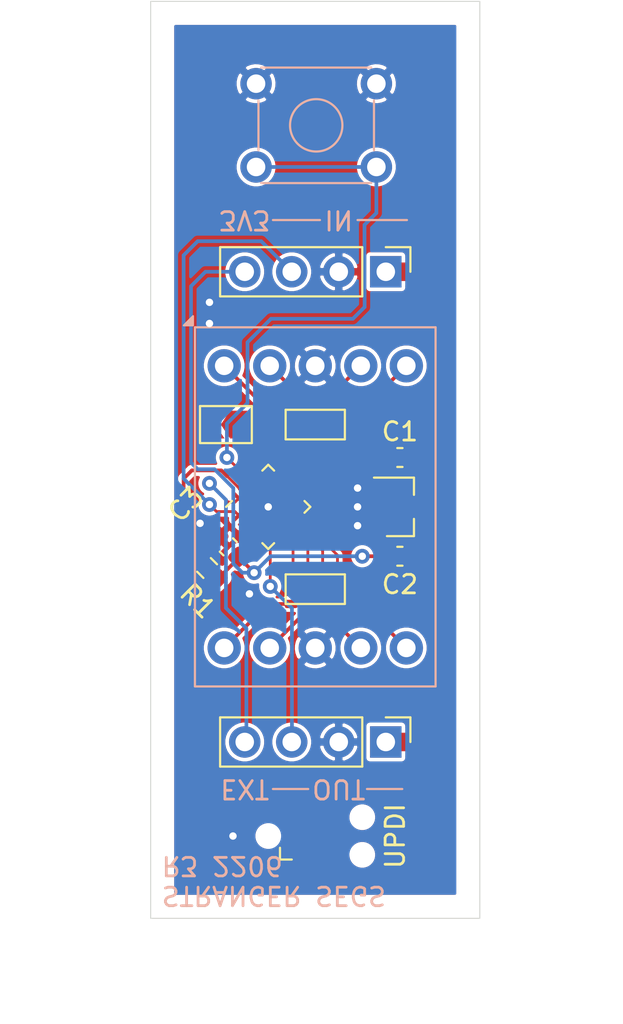
<source format=kicad_pcb>
(kicad_pcb (version 20171130) (host pcbnew "(5.1.12-1-10_14)")

  (general
    (thickness 1.6)
    (drawings 17)
    (tracks 140)
    (zones 0)
    (modules 14)
    (nets 18)
  )

  (page A4)
  (layers
    (0 F.Cu signal)
    (31 B.Cu signal)
    (32 B.Adhes user hide)
    (33 F.Adhes user hide)
    (34 B.Paste user hide)
    (35 F.Paste user hide)
    (36 B.SilkS user)
    (37 F.SilkS user)
    (38 B.Mask user hide)
    (39 F.Mask user hide)
    (40 Dwgs.User user)
    (41 Cmts.User user hide)
    (42 Eco1.User user hide)
    (43 Eco2.User user hide)
    (44 Edge.Cuts user)
    (45 Margin user hide)
    (46 B.CrtYd user)
    (47 F.CrtYd user)
    (48 B.Fab user)
    (49 F.Fab user)
  )

  (setup
    (last_trace_width 0.2)
    (user_trace_width 0.15)
    (user_trace_width 0.2)
    (user_trace_width 0.5)
    (user_trace_width 1)
    (trace_clearance 0.2)
    (zone_clearance 0.508)
    (zone_45_only no)
    (trace_min 0.15)
    (via_size 0.8)
    (via_drill 0.4)
    (via_min_size 0.4)
    (via_min_drill 0.3)
    (uvia_size 0.3)
    (uvia_drill 0.1)
    (uvias_allowed no)
    (uvia_min_size 0.2)
    (uvia_min_drill 0.1)
    (edge_width 0.05)
    (segment_width 0.2)
    (pcb_text_width 0.3)
    (pcb_text_size 1.5 1.5)
    (mod_edge_width 0.12)
    (mod_text_size 1 1)
    (mod_text_width 0.15)
    (pad_size 1.524 1.524)
    (pad_drill 0.762)
    (pad_to_mask_clearance 0)
    (aux_axis_origin 0 0)
    (visible_elements FFFFFF7F)
    (pcbplotparams
      (layerselection 0x010fc_ffffffff)
      (usegerberextensions false)
      (usegerberattributes true)
      (usegerberadvancedattributes true)
      (creategerberjobfile true)
      (excludeedgelayer true)
      (linewidth 0.100000)
      (plotframeref false)
      (viasonmask false)
      (mode 1)
      (useauxorigin false)
      (hpglpennumber 1)
      (hpglpenspeed 20)
      (hpglpendiameter 15.000000)
      (psnegative false)
      (psa4output false)
      (plotreference true)
      (plotvalue true)
      (plotinvisibletext false)
      (padsonsilk false)
      (subtractmaskfromsilk false)
      (outputformat 1)
      (mirror false)
      (drillshape 1)
      (scaleselection 1)
      (outputdirectory ""))
  )

  (net 0 "")
  (net 1 GND)
  (net 2 VDD)
  (net 3 +3V3)
  (net 4 /UPDI)
  (net 5 /BUS_RX)
  (net 6 /BUS_TX_EXT)
  (net 7 /BUS_TX)
  (net 8 /FUSE0)
  (net 9 /SEG_G)
  (net 10 /SEG_F)
  (net 11 /SEG_A)
  (net 12 /SEG_B)
  (net 13 /SEG_DP)
  (net 14 /SEG_C)
  (net 15 /SEG_D)
  (net 16 /SEG_E)
  (net 17 /CMD_KEY)

  (net_class Default "This is the default net class."
    (clearance 0.2)
    (trace_width 0.25)
    (via_dia 0.8)
    (via_drill 0.4)
    (uvia_dia 0.3)
    (uvia_drill 0.1)
    (add_net +3V3)
    (add_net /BUS_RX)
    (add_net /BUS_TX)
    (add_net /BUS_TX_EXT)
    (add_net /CMD_KEY)
    (add_net /FUSE0)
    (add_net /SEG_A)
    (add_net /SEG_B)
    (add_net /SEG_C)
    (add_net /SEG_D)
    (add_net /SEG_DP)
    (add_net /SEG_E)
    (add_net /SEG_F)
    (add_net /SEG_G)
    (add_net /UPDI)
    (add_net GND)
    (add_net VDD)
  )

  (module Connector_PinHeader_2.54mm:PinHeader_1x04_P2.54mm_Vertical (layer F.Cu) (tedit 59FED5CC) (tstamp 6295A1FF)
    (at 152.4 85.725 270)
    (descr "Through hole straight pin header, 1x04, 2.54mm pitch, single row")
    (tags "Through hole pin header THT 1x04 2.54mm single row")
    (path /6295C0AB)
    (fp_text reference J2 (at 0 -2.33 90) (layer F.SilkS) hide
      (effects (font (size 1 1) (thickness 0.15)))
    )
    (fp_text value Conn_01x04_Male (at 0 9.95 90) (layer F.Fab) hide
      (effects (font (size 1 1) (thickness 0.15)))
    )
    (fp_line (start 1.8 -1.8) (end -1.8 -1.8) (layer F.CrtYd) (width 0.05))
    (fp_line (start 1.8 9.4) (end 1.8 -1.8) (layer F.CrtYd) (width 0.05))
    (fp_line (start -1.8 9.4) (end 1.8 9.4) (layer F.CrtYd) (width 0.05))
    (fp_line (start -1.8 -1.8) (end -1.8 9.4) (layer F.CrtYd) (width 0.05))
    (fp_line (start -1.33 -1.33) (end 0 -1.33) (layer F.SilkS) (width 0.12))
    (fp_line (start -1.33 0) (end -1.33 -1.33) (layer F.SilkS) (width 0.12))
    (fp_line (start -1.33 1.27) (end 1.33 1.27) (layer F.SilkS) (width 0.12))
    (fp_line (start 1.33 1.27) (end 1.33 8.95) (layer F.SilkS) (width 0.12))
    (fp_line (start -1.33 1.27) (end -1.33 8.95) (layer F.SilkS) (width 0.12))
    (fp_line (start -1.33 8.95) (end 1.33 8.95) (layer F.SilkS) (width 0.12))
    (fp_line (start -1.27 -0.635) (end -0.635 -1.27) (layer F.Fab) (width 0.1))
    (fp_line (start -1.27 8.89) (end -1.27 -0.635) (layer F.Fab) (width 0.1))
    (fp_line (start 1.27 8.89) (end -1.27 8.89) (layer F.Fab) (width 0.1))
    (fp_line (start 1.27 -1.27) (end 1.27 8.89) (layer F.Fab) (width 0.1))
    (fp_line (start -0.635 -1.27) (end 1.27 -1.27) (layer F.Fab) (width 0.1))
    (fp_text user %R (at 0 3.81) (layer F.Fab) hide
      (effects (font (size 1 1) (thickness 0.15)))
    )
    (pad 4 thru_hole oval (at 0 7.62 270) (size 1.7 1.7) (drill 1) (layers *.Cu *.Mask)
      (net 3 +3V3))
    (pad 3 thru_hole oval (at 0 5.08 270) (size 1.7 1.7) (drill 1) (layers *.Cu *.Mask)
      (net 5 /BUS_RX))
    (pad 2 thru_hole oval (at 0 2.54 270) (size 1.7 1.7) (drill 1) (layers *.Cu *.Mask)
      (net 1 GND))
    (pad 1 thru_hole rect (at 0 0 270) (size 1.7 1.7) (drill 1) (layers *.Cu *.Mask)
      (net 2 VDD))
    (model ${KISYS3DMOD}/Connector_PinHeader_2.54mm.3dshapes/PinHeader_1x04_P2.54mm_Vertical.wrl
      (at (xyz 0 0 0))
      (scale (xyz 1 1 1))
      (rotate (xyz 0 0 0))
    )
  )

  (module project-local:WL-T7DS_19x12x8 (layer B.Cu) (tedit 628A3B2D) (tstamp 62878B2B)
    (at 148.59 98.425)
    (path /6290AFF9)
    (fp_text reference LED1 (at 0 -10.668) (layer B.SilkS) hide
      (effects (font (size 1 1) (thickness 0.15)) (justify mirror))
    )
    (fp_text value 157142S12703 (at 0 10.668) (layer B.Fab) hide
      (effects (font (size 1 1) (thickness 0.15)) (justify mirror))
    )
    (fp_line (start -6.3 9.5) (end 6.3 9.5) (layer B.Fab) (width 0.12))
    (fp_line (start 6.3 9.5) (end 6.3 -9.5) (layer B.Fab) (width 0.12))
    (fp_line (start 6.3 -9.5) (end -6.3 -9.5) (layer B.Fab) (width 0.12))
    (fp_line (start -6.3 -9.5) (end -6.3 9.5) (layer B.Fab) (width 0.12))
    (fp_line (start -6.4 9.6) (end 6.4 9.6) (layer B.CrtYd) (width 0.05))
    (fp_line (start 6.4 9.6) (end 6.4 -9.6) (layer B.CrtYd) (width 0.05))
    (fp_line (start 6.4 -9.6) (end -6.4 -9.6) (layer B.CrtYd) (width 0.05))
    (fp_line (start -6.4 -9.6) (end -6.4 9.6) (layer B.CrtYd) (width 0.05))
    (fp_line (start -6.5 9.7) (end 6.5 9.7) (layer B.SilkS) (width 0.12))
    (fp_line (start 6.5 9.7) (end 6.5 -9.7) (layer B.SilkS) (width 0.12))
    (fp_line (start 6.5 -9.7) (end -6.5 -9.7) (layer B.SilkS) (width 0.12))
    (fp_line (start -6.5 -9.7) (end -6.5 9.7) (layer B.SilkS) (width 0.12))
    (fp_poly (pts (xy -6.6 -10.308) (xy -7.108 -9.8) (xy -6.6 -9.8)) (layer B.SilkS) (width 0.1))
    (pad 10 thru_hole circle (at -4.92 7.62) (size 1.8 1.8) (drill 1) (layers *.Cu *.Mask)
      (net 9 /SEG_G))
    (pad 9 thru_hole circle (at -2.46 7.62) (size 1.8 1.8) (drill 1) (layers *.Cu *.Mask)
      (net 10 /SEG_F))
    (pad 8 thru_hole circle (at 0 7.62) (size 1.8 1.8) (drill 1) (layers *.Cu *.Mask)
      (net 1 GND))
    (pad 7 thru_hole circle (at 2.46 7.62) (size 1.8 1.8) (drill 1) (layers *.Cu *.Mask)
      (net 11 /SEG_A))
    (pad 6 thru_hole circle (at 4.92 7.62) (size 1.8 1.8) (drill 1) (layers *.Cu *.Mask)
      (net 12 /SEG_B))
    (pad 5 thru_hole circle (at 4.92 -7.62) (size 1.8 1.8) (drill 1) (layers *.Cu *.Mask)
      (net 13 /SEG_DP))
    (pad 4 thru_hole circle (at 2.46 -7.62) (size 1.8 1.8) (drill 1) (layers *.Cu *.Mask)
      (net 14 /SEG_C))
    (pad 3 thru_hole circle (at 0 -7.62) (size 1.8 1.8) (drill 1) (layers *.Cu *.Mask)
      (net 1 GND))
    (pad 2 thru_hole circle (at -2.46 -7.62) (size 1.8 1.8) (drill 1) (layers *.Cu *.Mask)
      (net 15 /SEG_D))
    (pad 1 thru_hole circle (at -4.92 -7.62) (size 1.8 1.8) (drill 1) (layers *.Cu *.Mask)
      (net 16 /SEG_E))
    (model ${KIPRJMOD}/project-local.models/WL-T7DS_19x12x8.step
      (offset (xyz 0 0 -4.5))
      (scale (xyz 1 1 1))
      (rotate (xyz 0 0 0))
    )
  )

  (module Jumper:SolderJumper-2_P1.3mm_Open_TrianglePad1.0x1.5mm (layer F.Cu) (tedit 5A64794F) (tstamp 62879834)
    (at 143.764 93.98 180)
    (descr "SMD Solder Jumper, 1x1.5mm Triangular Pads, 0.3mm gap, open")
    (tags "solder jumper open")
    (path /6288B4BC)
    (attr virtual)
    (fp_text reference JP1 (at 2.286 0 90) (layer F.SilkS) hide
      (effects (font (size 1 1) (thickness 0.15)))
    )
    (fp_text value SolderJumper_2_Open (at 0 1.9) (layer F.Fab) hide
      (effects (font (size 1 1) (thickness 0.15)))
    )
    (fp_line (start 1.65 1.25) (end -1.65 1.25) (layer F.CrtYd) (width 0.05))
    (fp_line (start 1.65 1.25) (end 1.65 -1.25) (layer F.CrtYd) (width 0.05))
    (fp_line (start -1.65 -1.25) (end -1.65 1.25) (layer F.CrtYd) (width 0.05))
    (fp_line (start -1.65 -1.25) (end 1.65 -1.25) (layer F.CrtYd) (width 0.05))
    (fp_line (start -1.4 -1) (end 1.4 -1) (layer F.SilkS) (width 0.12))
    (fp_line (start 1.4 -1) (end 1.4 1) (layer F.SilkS) (width 0.12))
    (fp_line (start 1.4 1) (end -1.4 1) (layer F.SilkS) (width 0.12))
    (fp_line (start -1.4 1) (end -1.4 -1) (layer F.SilkS) (width 0.12))
    (pad 1 smd custom (at -0.725 0 180) (size 0.3 0.3) (layers F.Cu F.Mask)
      (net 8 /FUSE0) (zone_connect 2)
      (options (clearance outline) (anchor rect))
      (primitives
        (gr_poly (pts
           (xy -0.5 -0.75) (xy 0.5 -0.75) (xy 1 0) (xy 0.5 0.75) (xy -0.5 0.75)
) (width 0))
      ))
    (pad 2 smd custom (at 0.725 0 180) (size 0.3 0.3) (layers F.Cu F.Mask)
      (net 1 GND) (zone_connect 2)
      (options (clearance outline) (anchor rect))
      (primitives
        (gr_poly (pts
           (xy -0.65 -0.75) (xy 0.5 -0.75) (xy 0.5 0.75) (xy -0.65 0.75) (xy -0.15 0)
) (width 0))
      ))
  )

  (module Connector_PinHeader_2.54mm:PinHeader_1x04_P2.54mm_Vertical (layer F.Cu) (tedit 59FED5CC) (tstamp 6295AFEA)
    (at 152.4 111.125 270)
    (descr "Through hole straight pin header, 1x04, 2.54mm pitch, single row")
    (tags "Through hole pin header THT 1x04 2.54mm single row")
    (path /6287BECC)
    (fp_text reference J3 (at 0 -2.33 90) (layer F.SilkS) hide
      (effects (font (size 1 1) (thickness 0.15)))
    )
    (fp_text value Conn_01x04_Male (at 0 9.95 90) (layer F.Fab) hide
      (effects (font (size 1 1) (thickness 0.15)))
    )
    (fp_line (start 1.8 -1.8) (end -1.8 -1.8) (layer F.CrtYd) (width 0.05))
    (fp_line (start 1.8 9.4) (end 1.8 -1.8) (layer F.CrtYd) (width 0.05))
    (fp_line (start -1.8 9.4) (end 1.8 9.4) (layer F.CrtYd) (width 0.05))
    (fp_line (start -1.8 -1.8) (end -1.8 9.4) (layer F.CrtYd) (width 0.05))
    (fp_line (start -1.33 -1.33) (end 0 -1.33) (layer F.SilkS) (width 0.12))
    (fp_line (start -1.33 0) (end -1.33 -1.33) (layer F.SilkS) (width 0.12))
    (fp_line (start -1.33 1.27) (end 1.33 1.27) (layer F.SilkS) (width 0.12))
    (fp_line (start 1.33 1.27) (end 1.33 8.95) (layer F.SilkS) (width 0.12))
    (fp_line (start -1.33 1.27) (end -1.33 8.95) (layer F.SilkS) (width 0.12))
    (fp_line (start -1.33 8.95) (end 1.33 8.95) (layer F.SilkS) (width 0.12))
    (fp_line (start -1.27 -0.635) (end -0.635 -1.27) (layer F.Fab) (width 0.1))
    (fp_line (start -1.27 8.89) (end -1.27 -0.635) (layer F.Fab) (width 0.1))
    (fp_line (start 1.27 8.89) (end -1.27 8.89) (layer F.Fab) (width 0.1))
    (fp_line (start 1.27 -1.27) (end 1.27 8.89) (layer F.Fab) (width 0.1))
    (fp_line (start -0.635 -1.27) (end 1.27 -1.27) (layer F.Fab) (width 0.1))
    (fp_text user %R (at 0 3.81) (layer F.Fab) hide
      (effects (font (size 1 1) (thickness 0.15)))
    )
    (pad 4 thru_hole oval (at 0 7.62 270) (size 1.7 1.7) (drill 1) (layers *.Cu *.Mask)
      (net 6 /BUS_TX_EXT))
    (pad 3 thru_hole oval (at 0 5.08 270) (size 1.7 1.7) (drill 1) (layers *.Cu *.Mask)
      (net 7 /BUS_TX))
    (pad 2 thru_hole oval (at 0 2.54 270) (size 1.7 1.7) (drill 1) (layers *.Cu *.Mask)
      (net 1 GND))
    (pad 1 thru_hole rect (at 0 0 270) (size 1.7 1.7) (drill 1) (layers *.Cu *.Mask)
      (net 2 VDD))
    (model ${KISYS3DMOD}/Connector_PinHeader_2.54mm.3dshapes/PinHeader_1x04_P2.54mm_Vertical.wrl
      (at (xyz 0 0 0))
      (scale (xyz 1 1 1))
      (rotate (xyz 0 0 0))
    )
  )

  (module Package_DFN_QFN:VQFN-20-1EP_3x3mm_P0.4mm_EP1.7x1.7mm (layer F.Cu) (tedit 5DC5F6A8) (tstamp 62878967)
    (at 146.05 98.425 45)
    (descr "VQFN, 20 Pin (http://ww1.microchip.com/downloads/en/DeviceDoc/20%20Lead%20VQFN%203x3x0_9mm_1_7EP%20U2B%20C04-21496a.pdf), generated with kicad-footprint-generator ipc_noLead_generator.py")
    (tags "VQFN NoLead")
    (path /6280C523)
    (attr smd)
    (fp_text reference U2 (at 0.898026 2.694077 45) (layer F.SilkS) hide
      (effects (font (size 1 1) (thickness 0.15)))
    )
    (fp_text value ATtiny416-M (at 0 2.8 45) (layer F.Fab) hide
      (effects (font (size 1 1) (thickness 0.15)))
    )
    (fp_line (start 2.1 -2.1) (end -2.1 -2.1) (layer F.CrtYd) (width 0.05))
    (fp_line (start 2.1 2.1) (end 2.1 -2.1) (layer F.CrtYd) (width 0.05))
    (fp_line (start -2.1 2.1) (end 2.1 2.1) (layer F.CrtYd) (width 0.05))
    (fp_line (start -2.1 -2.1) (end -2.1 2.1) (layer F.CrtYd) (width 0.05))
    (fp_line (start -1.5 -0.75) (end -0.75 -1.5) (layer F.Fab) (width 0.1))
    (fp_line (start -1.5 1.5) (end -1.5 -0.75) (layer F.Fab) (width 0.1))
    (fp_line (start 1.5 1.5) (end -1.5 1.5) (layer F.Fab) (width 0.1))
    (fp_line (start 1.5 -1.5) (end 1.5 1.5) (layer F.Fab) (width 0.1))
    (fp_line (start -0.75 -1.5) (end 1.5 -1.5) (layer F.Fab) (width 0.1))
    (fp_line (start -1.16 -1.61) (end -1.61 -1.61) (layer F.SilkS) (width 0.12))
    (fp_line (start 1.61 1.61) (end 1.61 1.16) (layer F.SilkS) (width 0.12))
    (fp_line (start 1.16 1.61) (end 1.61 1.61) (layer F.SilkS) (width 0.12))
    (fp_line (start -1.61 1.61) (end -1.61 1.16) (layer F.SilkS) (width 0.12))
    (fp_line (start -1.16 1.61) (end -1.61 1.61) (layer F.SilkS) (width 0.12))
    (fp_line (start 1.61 -1.61) (end 1.61 -1.16) (layer F.SilkS) (width 0.12))
    (fp_line (start 1.16 -1.61) (end 1.61 -1.61) (layer F.SilkS) (width 0.12))
    (fp_text user %R (at 0 0 45) (layer F.Fab)
      (effects (font (size 0.75 0.75) (thickness 0.11)))
    )
    (pad "" smd roundrect (at 0.425 0.425 45) (size 0.69 0.69) (layers F.Paste) (roundrect_rratio 0.25))
    (pad "" smd roundrect (at 0.425 -0.425 45) (size 0.69 0.69) (layers F.Paste) (roundrect_rratio 0.25))
    (pad "" smd roundrect (at -0.425 0.425 45) (size 0.69 0.69) (layers F.Paste) (roundrect_rratio 0.25))
    (pad "" smd roundrect (at -0.425 -0.425 45) (size 0.69 0.69) (layers F.Paste) (roundrect_rratio 0.25))
    (pad 21 smd rect (at 0 0 45) (size 1.7 1.7) (layers F.Cu F.Mask)
      (net 1 GND))
    (pad 20 smd custom (at -0.8 -1.45 45) (size 0.143431 0.143431) (layers F.Cu F.Paste F.Mask)
      (net 6 /BUS_TX_EXT)
      (options (clearance outline) (anchor circle))
      (primitives
        (gr_poly (pts
           (xy -0.05 -0.35) (xy 0.05 -0.35) (xy 0.05 0.35) (xy 0.000711 0.35) (xy -0.05 0.299289)
) (width 0.1))
      ))
    (pad 19 smd roundrect (at -0.4 -1.45 45) (size 0.2 0.8) (layers F.Cu F.Paste F.Mask) (roundrect_rratio 0.25)
      (net 4 /UPDI))
    (pad 18 smd roundrect (at 0 -1.45 45) (size 0.2 0.8) (layers F.Cu F.Paste F.Mask) (roundrect_rratio 0.25)
      (net 17 /CMD_KEY))
    (pad 17 smd roundrect (at 0.4 -1.45 45) (size 0.2 0.8) (layers F.Cu F.Paste F.Mask) (roundrect_rratio 0.25))
    (pad 16 smd custom (at 0.8 -1.45 45) (size 0.143431 0.143431) (layers F.Cu F.Paste F.Mask)
      (options (clearance outline) (anchor circle))
      (primitives
        (gr_poly (pts
           (xy -0.05 -0.35) (xy 0.05 -0.35) (xy 0.05 0.299289) (xy -0.000711 0.35) (xy -0.05 0.35)
) (width 0.1))
      ))
    (pad 15 smd custom (at 1.45 -0.8 45) (size 0.143431 0.143431) (layers F.Cu F.Paste F.Mask)
      (net 8 /FUSE0)
      (options (clearance outline) (anchor circle))
      (primitives
        (gr_poly (pts
           (xy -0.35 0.000711) (xy -0.299289 -0.05) (xy 0.35 -0.05) (xy 0.35 0.05) (xy -0.35 0.05)
) (width 0.1))
      ))
    (pad 14 smd roundrect (at 1.45 -0.4 45) (size 0.8 0.2) (layers F.Cu F.Paste F.Mask) (roundrect_rratio 0.25))
    (pad 13 smd roundrect (at 1.45 0 45) (size 0.8 0.2) (layers F.Cu F.Paste F.Mask) (roundrect_rratio 0.25))
    (pad 12 smd roundrect (at 1.45 0.4 45) (size 0.8 0.2) (layers F.Cu F.Paste F.Mask) (roundrect_rratio 0.25))
    (pad 11 smd custom (at 1.45 0.8 45) (size 0.143431 0.143431) (layers F.Cu F.Paste F.Mask)
      (options (clearance outline) (anchor circle))
      (primitives
        (gr_poly (pts
           (xy -0.35 -0.05) (xy 0.35 -0.05) (xy 0.35 0.05) (xy -0.299289 0.05) (xy -0.35 -0.000711)
) (width 0.1))
      ))
    (pad 10 smd custom (at 0.8 1.45 45) (size 0.143431 0.143431) (layers F.Cu F.Paste F.Mask)
      (options (clearance outline) (anchor circle))
      (primitives
        (gr_poly (pts
           (xy -0.05 -0.35) (xy -0.000711 -0.35) (xy 0.05 -0.299289) (xy 0.05 0.35) (xy -0.05 0.35)
) (width 0.1))
      ))
    (pad 9 smd roundrect (at 0.4 1.45 45) (size 0.2 0.8) (layers F.Cu F.Paste F.Mask) (roundrect_rratio 0.25))
    (pad 8 smd roundrect (at 0 1.45 45) (size 0.2 0.8) (layers F.Cu F.Paste F.Mask) (roundrect_rratio 0.25))
    (pad 7 smd roundrect (at -0.4 1.45 45) (size 0.2 0.8) (layers F.Cu F.Paste F.Mask) (roundrect_rratio 0.25))
    (pad 6 smd custom (at -0.8 1.45 45) (size 0.143431 0.143431) (layers F.Cu F.Paste F.Mask)
      (options (clearance outline) (anchor circle))
      (primitives
        (gr_poly (pts
           (xy -0.05 -0.299289) (xy 0.000711 -0.35) (xy 0.05 -0.35) (xy 0.05 0.35) (xy -0.05 0.35)
) (width 0.1))
      ))
    (pad 5 smd custom (at -1.45 0.8 45) (size 0.143431 0.143431) (layers F.Cu F.Paste F.Mask)
      (net 7 /BUS_TX)
      (options (clearance outline) (anchor circle))
      (primitives
        (gr_poly (pts
           (xy -0.35 -0.05) (xy 0.35 -0.05) (xy 0.35 -0.000711) (xy 0.299289 0.05) (xy -0.35 0.05)
) (width 0.1))
      ))
    (pad 4 smd roundrect (at -1.45 0.4 45) (size 0.8 0.2) (layers F.Cu F.Paste F.Mask) (roundrect_rratio 0.25)
      (net 3 +3V3))
    (pad 3 smd roundrect (at -1.45 0 45) (size 0.8 0.2) (layers F.Cu F.Paste F.Mask) (roundrect_rratio 0.25)
      (net 1 GND))
    (pad 2 smd roundrect (at -1.45 -0.4 45) (size 0.8 0.2) (layers F.Cu F.Paste F.Mask) (roundrect_rratio 0.25))
    (pad 1 smd custom (at -1.45 -0.8 45) (size 0.143431 0.143431) (layers F.Cu F.Paste F.Mask)
      (net 5 /BUS_RX)
      (options (clearance outline) (anchor circle))
      (primitives
        (gr_poly (pts
           (xy -0.35 -0.05) (xy 0.299289 -0.05) (xy 0.35 0.000711) (xy 0.35 0.05) (xy -0.35 0.05)
) (width 0.1))
      ))
    (model ${KISYS3DMOD}/Package_DFN_QFN.3dshapes/VQFN-20-1EP_3x3mm_P0.4mm_EP1.7x1.7mm.wrl
      (at (xyz 0 0 0))
      (scale (xyz 1 1 1))
      (rotate (xyz 0 0 0))
    )
  )

  (module Package_TO_SOT_SMD:SOT-23 (layer F.Cu) (tedit 5A02FF57) (tstamp 628794AE)
    (at 153.162 98.425)
    (descr "SOT-23, Standard")
    (tags SOT-23)
    (path /62813BD0)
    (attr smd)
    (fp_text reference U1 (at 2.54 0 90) (layer F.SilkS) hide
      (effects (font (size 1 1) (thickness 0.15)))
    )
    (fp_text value AP2127N-3.3 (at 0 2.5) (layer F.Fab) hide
      (effects (font (size 1 1) (thickness 0.15)))
    )
    (fp_line (start 0.76 1.58) (end -0.7 1.58) (layer F.SilkS) (width 0.12))
    (fp_line (start 0.76 -1.58) (end -1.4 -1.58) (layer F.SilkS) (width 0.12))
    (fp_line (start -1.7 1.75) (end -1.7 -1.75) (layer F.CrtYd) (width 0.05))
    (fp_line (start 1.7 1.75) (end -1.7 1.75) (layer F.CrtYd) (width 0.05))
    (fp_line (start 1.7 -1.75) (end 1.7 1.75) (layer F.CrtYd) (width 0.05))
    (fp_line (start -1.7 -1.75) (end 1.7 -1.75) (layer F.CrtYd) (width 0.05))
    (fp_line (start 0.76 -1.58) (end 0.76 -0.65) (layer F.SilkS) (width 0.12))
    (fp_line (start 0.76 1.58) (end 0.76 0.65) (layer F.SilkS) (width 0.12))
    (fp_line (start -0.7 1.52) (end 0.7 1.52) (layer F.Fab) (width 0.1))
    (fp_line (start 0.7 -1.52) (end 0.7 1.52) (layer F.Fab) (width 0.1))
    (fp_line (start -0.7 -0.95) (end -0.15 -1.52) (layer F.Fab) (width 0.1))
    (fp_line (start -0.15 -1.52) (end 0.7 -1.52) (layer F.Fab) (width 0.1))
    (fp_line (start -0.7 -0.95) (end -0.7 1.5) (layer F.Fab) (width 0.1))
    (fp_text user %R (at 0 0 90) (layer F.Fab)
      (effects (font (size 0.5 0.5) (thickness 0.075)))
    )
    (pad 3 smd rect (at 1 0) (size 0.9 0.8) (layers F.Cu F.Paste F.Mask)
      (net 2 VDD))
    (pad 2 smd rect (at -1 0.95) (size 0.9 0.8) (layers F.Cu F.Paste F.Mask)
      (net 3 +3V3))
    (pad 1 smd rect (at -1 -0.95) (size 0.9 0.8) (layers F.Cu F.Paste F.Mask)
      (net 1 GND))
    (model ${KISYS3DMOD}/Package_TO_SOT_SMD.3dshapes/SOT-23.wrl
      (at (xyz 0 0 0))
      (scale (xyz 1 1 1))
      (rotate (xyz 0 0 0))
    )
  )

  (module Button_Switch_THT:SW_TH_Tactile_Omron_B3F-10xx (layer B.Cu) (tedit 5D84F0EF) (tstamp 6287C077)
    (at 151.892 75.565 180)
    (descr SW_TH_Tactile_Omron_B3F-10xx_https://www.omron.com/ecb/products/pdf/en-b3f.pdf)
    (tags "Omron B3F-10xx")
    (path /6297839F)
    (fp_text reference SW1 (at 3.25 2.05) (layer B.SilkS) hide
      (effects (font (size 1 1) (thickness 0.15)) (justify mirror))
    )
    (fp_text value PTS526SK15SMTR2LFS (at 3.2 -6.5) (layer B.Fab) hide
      (effects (font (size 1 1) (thickness 0.15)) (justify mirror))
    )
    (fp_line (start -1.1 1.1) (end 7.6 1.1) (layer B.CrtYd) (width 0.05))
    (fp_line (start 0.25 -5.25) (end 6.25 -5.25) (layer B.Fab) (width 0.1))
    (fp_line (start 6.37 -0.91) (end 6.37 -3.59) (layer B.SilkS) (width 0.12))
    (fp_line (start 0.13 -3.59) (end 0.13 -0.91) (layer B.SilkS) (width 0.12))
    (fp_line (start 0.28 0.87) (end 6.22 0.87) (layer B.SilkS) (width 0.12))
    (fp_line (start 0.28 -5.37) (end 6.22 -5.37) (layer B.SilkS) (width 0.12))
    (fp_circle (center 3.25 -2.25) (end 4.25 -3.25) (layer B.SilkS) (width 0.12))
    (fp_line (start -1.1 1.1) (end -1.1 -5.6) (layer B.CrtYd) (width 0.05))
    (fp_line (start -1.1 -5.6) (end 7.6 -5.6) (layer B.CrtYd) (width 0.05))
    (fp_line (start 7.6 -5.6) (end 7.6 1.1) (layer B.CrtYd) (width 0.05))
    (fp_line (start 0.25 0.75) (end 6.25 0.75) (layer B.Fab) (width 0.1))
    (fp_line (start 6.25 0.75) (end 6.25 -5.25) (layer B.Fab) (width 0.1))
    (fp_line (start 0.25 0.75) (end 0.25 -5.25) (layer B.Fab) (width 0.1))
    (fp_text user %R (at 3.25 -2.25) (layer B.Fab)
      (effects (font (size 1 1) (thickness 0.15)) (justify mirror))
    )
    (pad 1 thru_hole circle (at 0 0 180) (size 1.7 1.7) (drill 1) (layers *.Cu *.Mask)
      (net 1 GND))
    (pad 2 thru_hole circle (at 6.5 0 180) (size 1.7 1.7) (drill 1) (layers *.Cu *.Mask)
      (net 1 GND))
    (pad 3 thru_hole circle (at 0 -4.5 180) (size 1.7 1.7) (drill 1) (layers *.Cu *.Mask)
      (net 17 /CMD_KEY))
    (pad 4 thru_hole circle (at 6.5 -4.5 180) (size 1.7 1.7) (drill 1) (layers *.Cu *.Mask)
      (net 17 /CMD_KEY))
    (model ${KISYS3DMOD}/Button_Switch_THT.3dshapes/SW_TH_Tactile_Omron_B3F-10xx.wrl
      (at (xyz 0 0 0))
      (scale (xyz 1 1 1))
      (rotate (xyz 0 0 0))
    )
    (model ${KIPRJMOD}/project-local.models/SW_TH_Tactile_Omron_B3F10xx.step
      (offset (xyz 3.302 -2.2352 0.0762))
      (scale (xyz 1 1 1))
      (rotate (xyz 90 180 0))
    )
  )

  (module project-local:R_Array_EXB38V (layer F.Cu) (tedit 628681C9) (tstamp 628789F1)
    (at 148.59 102.87 180)
    (path /6295C894)
    (fp_text reference RA2 (at -3.302 0) (layer F.SilkS) hide
      (effects (font (size 1 1) (thickness 0.15)))
    )
    (fp_text value EXB-38V121JV (at -1.905 8.255) (layer F.Fab) hide
      (effects (font (size 1 1) (thickness 0.15)))
    )
    (fp_line (start -1.6 0.8) (end -1.6 -0.8) (layer F.SilkS) (width 0.12))
    (fp_line (start 1.6 0.8) (end -1.6 0.8) (layer F.SilkS) (width 0.12))
    (fp_line (start 1.6 -0.8) (end 1.6 0.8) (layer F.SilkS) (width 0.12))
    (fp_line (start -1.6 -0.8) (end 1.6 -0.8) (layer F.SilkS) (width 0.12))
    (fp_line (start 0 -0.5) (end 0.175 -0.5) (layer F.Fab) (width 0.05))
    (fp_line (start 0.175 -0.5) (end 0.175 -0.8) (layer F.Fab) (width 0.05))
    (fp_line (start 0.175 -0.8) (end 0.625 -0.8) (layer F.Fab) (width 0.05))
    (fp_line (start 0.625 -0.8) (end 0.625 -0.5) (layer F.Fab) (width 0.05))
    (fp_line (start 0.625 -0.5) (end 0.975 -0.5) (layer F.Fab) (width 0.05))
    (fp_line (start 0.975 -0.5) (end 0.975 -0.8) (layer F.Fab) (width 0.05))
    (fp_line (start 0.975 -0.8) (end 1.625 -0.8) (layer F.Fab) (width 0.05))
    (fp_line (start 1.625 -0.8) (end 1.625 0.8) (layer F.Fab) (width 0.05))
    (fp_line (start 1.625 0.8) (end 0.975 0.8) (layer F.Fab) (width 0.05))
    (fp_line (start 0.975 0.8) (end 0.975 0.5) (layer F.Fab) (width 0.05))
    (fp_line (start 0.975 0.5) (end 0.625 0.5) (layer F.Fab) (width 0.05))
    (fp_line (start 0.625 0.5) (end 0.625 0.8) (layer F.Fab) (width 0.05))
    (fp_line (start 0.625 0.8) (end 0.175 0.8) (layer F.Fab) (width 0.05))
    (fp_line (start 0.175 0.8) (end 0.175 0.5) (layer F.Fab) (width 0.05))
    (fp_line (start 0.175 0.5) (end -0.175 0.5) (layer F.Fab) (width 0.05))
    (fp_line (start -0.175 0.5) (end -0.175 0.8) (layer F.Fab) (width 0.05))
    (fp_line (start -0.175 0.8) (end -0.625 0.8) (layer F.Fab) (width 0.05))
    (fp_line (start -0.625 0.8) (end -0.625 0.5) (layer F.Fab) (width 0.05))
    (fp_line (start -0.625 0.5) (end -0.975 0.5) (layer F.Fab) (width 0.05))
    (fp_line (start -0.975 0.5) (end -0.975 0.8) (layer F.Fab) (width 0.05))
    (fp_line (start -0.975 0.8) (end -1.625 0.8) (layer F.Fab) (width 0.05))
    (fp_line (start -1.625 0.8) (end -1.625 -0.8) (layer F.Fab) (width 0.05))
    (fp_line (start -1.625 -0.8) (end -0.975 -0.8) (layer F.Fab) (width 0.05))
    (fp_line (start -0.975 -0.8) (end -0.975 -0.5) (layer F.Fab) (width 0.05))
    (fp_line (start -0.975 -0.5) (end -0.625 -0.5) (layer F.Fab) (width 0.05))
    (fp_line (start -0.625 -0.5) (end -0.625 -0.8) (layer F.Fab) (width 0.05))
    (fp_line (start -0.625 -0.8) (end -0.175 -0.8) (layer F.Fab) (width 0.05))
    (fp_line (start -0.175 -0.8) (end -0.175 -0.5) (layer F.Fab) (width 0.05))
    (fp_line (start -0.175 -0.5) (end 0 -0.5) (layer F.Fab) (width 0.05))
    (fp_line (start -1.8 -1.2) (end 1.8 -1.2) (layer F.CrtYd) (width 0.12))
    (fp_line (start 1.8 -1.2) (end 1.8 1.2) (layer F.CrtYd) (width 0.12))
    (fp_line (start 1.8 1.2) (end -1.8 1.2) (layer F.CrtYd) (width 0.12))
    (fp_line (start -1.8 1.2) (end -1.8 -1.2) (layer F.CrtYd) (width 0.12))
    (pad 2 smd roundrect (at -1.2 -0.8 180) (size 0.7 0.45) (drill (offset -0.1 0)) (layers F.Cu F.Paste F.Mask) (roundrect_rratio 0.25)
      (net 12 /SEG_B))
    (pad 4 smd roundrect (at -0.4 -0.8 180) (size 0.5 0.45) (layers F.Cu F.Paste F.Mask) (roundrect_rratio 0.25)
      (net 11 /SEG_A))
    (pad 6 smd roundrect (at 0.4 -0.8 180) (size 0.5 0.45) (layers F.Cu F.Paste F.Mask) (roundrect_rratio 0.25)
      (net 10 /SEG_F))
    (pad 8 smd roundrect (at 1.2 -0.8 180) (size 0.7 0.45) (drill (offset 0.1 0)) (layers F.Cu F.Paste F.Mask) (roundrect_rratio 0.25)
      (net 9 /SEG_G))
    (pad 7 smd roundrect (at 1.2 0.8 180) (size 0.7 0.45) (drill (offset 0.1 0)) (layers F.Cu F.Paste F.Mask) (roundrect_rratio 0.25))
    (pad 5 smd roundrect (at 0.4 0.8 180) (size 0.5 0.45) (layers F.Cu F.Paste F.Mask) (roundrect_rratio 0.25))
    (pad 3 smd roundrect (at -0.4 0.8 180) (size 0.5 0.45) (layers F.Cu F.Paste F.Mask) (roundrect_rratio 0.25))
    (pad 1 smd roundrect (at -1.2 0.8 180) (size 0.7 0.45) (drill (offset -0.1 0)) (layers F.Cu F.Paste F.Mask) (roundrect_rratio 0.25))
  )

  (module project-local:R_Array_EXB38V (layer F.Cu) (tedit 628681C9) (tstamp 62878A81)
    (at 148.59 93.98)
    (path /6294EEBF)
    (fp_text reference RA1 (at 3.302 0) (layer F.SilkS) hide
      (effects (font (size 1 1) (thickness 0.15)))
    )
    (fp_text value EXB-38V121JV (at 0 -2.4) (layer F.Fab) hide
      (effects (font (size 1 1) (thickness 0.15)))
    )
    (fp_line (start -1.6 0.8) (end -1.6 -0.8) (layer F.SilkS) (width 0.12))
    (fp_line (start 1.6 0.8) (end -1.6 0.8) (layer F.SilkS) (width 0.12))
    (fp_line (start 1.6 -0.8) (end 1.6 0.8) (layer F.SilkS) (width 0.12))
    (fp_line (start -1.6 -0.8) (end 1.6 -0.8) (layer F.SilkS) (width 0.12))
    (fp_line (start 0 -0.5) (end 0.175 -0.5) (layer F.Fab) (width 0.05))
    (fp_line (start 0.175 -0.5) (end 0.175 -0.8) (layer F.Fab) (width 0.05))
    (fp_line (start 0.175 -0.8) (end 0.625 -0.8) (layer F.Fab) (width 0.05))
    (fp_line (start 0.625 -0.8) (end 0.625 -0.5) (layer F.Fab) (width 0.05))
    (fp_line (start 0.625 -0.5) (end 0.975 -0.5) (layer F.Fab) (width 0.05))
    (fp_line (start 0.975 -0.5) (end 0.975 -0.8) (layer F.Fab) (width 0.05))
    (fp_line (start 0.975 -0.8) (end 1.625 -0.8) (layer F.Fab) (width 0.05))
    (fp_line (start 1.625 -0.8) (end 1.625 0.8) (layer F.Fab) (width 0.05))
    (fp_line (start 1.625 0.8) (end 0.975 0.8) (layer F.Fab) (width 0.05))
    (fp_line (start 0.975 0.8) (end 0.975 0.5) (layer F.Fab) (width 0.05))
    (fp_line (start 0.975 0.5) (end 0.625 0.5) (layer F.Fab) (width 0.05))
    (fp_line (start 0.625 0.5) (end 0.625 0.8) (layer F.Fab) (width 0.05))
    (fp_line (start 0.625 0.8) (end 0.175 0.8) (layer F.Fab) (width 0.05))
    (fp_line (start 0.175 0.8) (end 0.175 0.5) (layer F.Fab) (width 0.05))
    (fp_line (start 0.175 0.5) (end -0.175 0.5) (layer F.Fab) (width 0.05))
    (fp_line (start -0.175 0.5) (end -0.175 0.8) (layer F.Fab) (width 0.05))
    (fp_line (start -0.175 0.8) (end -0.625 0.8) (layer F.Fab) (width 0.05))
    (fp_line (start -0.625 0.8) (end -0.625 0.5) (layer F.Fab) (width 0.05))
    (fp_line (start -0.625 0.5) (end -0.975 0.5) (layer F.Fab) (width 0.05))
    (fp_line (start -0.975 0.5) (end -0.975 0.8) (layer F.Fab) (width 0.05))
    (fp_line (start -0.975 0.8) (end -1.625 0.8) (layer F.Fab) (width 0.05))
    (fp_line (start -1.625 0.8) (end -1.625 -0.8) (layer F.Fab) (width 0.05))
    (fp_line (start -1.625 -0.8) (end -0.975 -0.8) (layer F.Fab) (width 0.05))
    (fp_line (start -0.975 -0.8) (end -0.975 -0.5) (layer F.Fab) (width 0.05))
    (fp_line (start -0.975 -0.5) (end -0.625 -0.5) (layer F.Fab) (width 0.05))
    (fp_line (start -0.625 -0.5) (end -0.625 -0.8) (layer F.Fab) (width 0.05))
    (fp_line (start -0.625 -0.8) (end -0.175 -0.8) (layer F.Fab) (width 0.05))
    (fp_line (start -0.175 -0.8) (end -0.175 -0.5) (layer F.Fab) (width 0.05))
    (fp_line (start -0.175 -0.5) (end 0 -0.5) (layer F.Fab) (width 0.05))
    (fp_line (start -1.8 -1.2) (end 1.8 -1.2) (layer F.CrtYd) (width 0.12))
    (fp_line (start 1.8 -1.2) (end 1.8 1.2) (layer F.CrtYd) (width 0.12))
    (fp_line (start 1.8 1.2) (end -1.8 1.2) (layer F.CrtYd) (width 0.12))
    (fp_line (start -1.8 1.2) (end -1.8 -1.2) (layer F.CrtYd) (width 0.12))
    (pad 2 smd roundrect (at -1.2 -0.8) (size 0.7 0.45) (drill (offset -0.1 0)) (layers F.Cu F.Paste F.Mask) (roundrect_rratio 0.25)
      (net 16 /SEG_E))
    (pad 4 smd roundrect (at -0.4 -0.8) (size 0.5 0.45) (layers F.Cu F.Paste F.Mask) (roundrect_rratio 0.25)
      (net 15 /SEG_D))
    (pad 6 smd roundrect (at 0.4 -0.8) (size 0.5 0.45) (layers F.Cu F.Paste F.Mask) (roundrect_rratio 0.25)
      (net 14 /SEG_C))
    (pad 8 smd roundrect (at 1.2 -0.8) (size 0.7 0.45) (drill (offset 0.1 0)) (layers F.Cu F.Paste F.Mask) (roundrect_rratio 0.25)
      (net 13 /SEG_DP))
    (pad 7 smd roundrect (at 1.2 0.8) (size 0.7 0.45) (drill (offset 0.1 0)) (layers F.Cu F.Paste F.Mask) (roundrect_rratio 0.25))
    (pad 5 smd roundrect (at 0.4 0.8) (size 0.5 0.45) (layers F.Cu F.Paste F.Mask) (roundrect_rratio 0.25))
    (pad 3 smd roundrect (at -0.4 0.8) (size 0.5 0.45) (layers F.Cu F.Paste F.Mask) (roundrect_rratio 0.25))
    (pad 1 smd roundrect (at -1.2 0.8) (size 0.7 0.45) (drill (offset -0.1 0)) (layers F.Cu F.Paste F.Mask) (roundrect_rratio 0.25))
  )

  (module Resistor_SMD:R_0603_1608Metric (layer F.Cu) (tedit 5F68FEEE) (tstamp 62878AF1)
    (at 142.748 101.727 135)
    (descr "Resistor SMD 0603 (1608 Metric), square (rectangular) end terminal, IPC_7351 nominal, (Body size source: IPC-SM-782 page 72, https://www.pcb-3d.com/wordpress/wp-content/uploads/ipc-sm-782a_amendment_1_and_2.pdf), generated with kicad-footprint-generator")
    (tags resistor)
    (path /628F7093)
    (attr smd)
    (fp_text reference R1 (at -0.898026 -1.616446 135) (layer F.SilkS)
      (effects (font (size 1 1) (thickness 0.15)))
    )
    (fp_text value 10K (at 0 1.43 135) (layer F.Fab) hide
      (effects (font (size 1 1) (thickness 0.15)))
    )
    (fp_line (start 1.48 0.73) (end -1.48 0.73) (layer F.CrtYd) (width 0.05))
    (fp_line (start 1.48 -0.73) (end 1.48 0.73) (layer F.CrtYd) (width 0.05))
    (fp_line (start -1.48 -0.73) (end 1.48 -0.73) (layer F.CrtYd) (width 0.05))
    (fp_line (start -1.48 0.73) (end -1.48 -0.73) (layer F.CrtYd) (width 0.05))
    (fp_line (start -0.237258 0.5225) (end 0.237258 0.5225) (layer F.SilkS) (width 0.12))
    (fp_line (start -0.237258 -0.5225) (end 0.237258 -0.5225) (layer F.SilkS) (width 0.12))
    (fp_line (start 0.8 0.4125) (end -0.8 0.4125) (layer F.Fab) (width 0.1))
    (fp_line (start 0.8 -0.4125) (end 0.8 0.4125) (layer F.Fab) (width 0.1))
    (fp_line (start -0.8 -0.4125) (end 0.8 -0.4125) (layer F.Fab) (width 0.1))
    (fp_line (start -0.8 0.4125) (end -0.8 -0.4125) (layer F.Fab) (width 0.1))
    (fp_text user %R (at 0 0 135) (layer F.Fab)
      (effects (font (size 0.4 0.4) (thickness 0.06)))
    )
    (pad 2 smd roundrect (at 0.825 0 135) (size 0.8 0.95) (layers F.Cu F.Paste F.Mask) (roundrect_rratio 0.25)
      (net 4 /UPDI))
    (pad 1 smd roundrect (at -0.825 0 135) (size 0.8 0.95) (layers F.Cu F.Paste F.Mask) (roundrect_rratio 0.25)
      (net 3 +3V3))
    (model ${KISYS3DMOD}/Resistor_SMD.3dshapes/R_0603_1608Metric.wrl
      (at (xyz 0 0 0))
      (scale (xyz 1 1 1))
      (rotate (xyz 0 0 0))
    )
  )

  (module Connector:Tag-Connect_TC2030-IDC-NL_2x03_P1.27mm_Vertical (layer F.Cu) (tedit 5A29CEA9) (tstamp 6287727F)
    (at 148.59 116.205)
    (descr "Tag-Connect programming header; http://www.tag-connect.com/Materials/TC2030-IDC-NL.pdf")
    (tags "tag connect programming header pogo pins")
    (path /6288D9B5)
    (attr virtual)
    (fp_text reference J1 (at 0 2.7) (layer F.SilkS) hide
      (effects (font (size 1 1) (thickness 0.15)))
    )
    (fp_text value AVR-UPDI-6 (at 0 -2.3) (layer F.Fab) hide
      (effects (font (size 1 1) (thickness 0.15)))
    )
    (fp_line (start 0.635 0.635) (end 1.27 0) (layer Dwgs.User) (width 0.1))
    (fp_line (start 0 0.635) (end 1.27 -0.635) (layer Dwgs.User) (width 0.1))
    (fp_line (start -0.635 0.635) (end 0.635 -0.635) (layer Dwgs.User) (width 0.1))
    (fp_line (start -1.27 0) (end -0.635 -0.635) (layer Dwgs.User) (width 0.1))
    (fp_line (start -1.27 0.635) (end 0 -0.635) (layer Dwgs.User) (width 0.1))
    (fp_line (start -1.27 -0.635) (end 1.27 -0.635) (layer Dwgs.User) (width 0.1))
    (fp_line (start 1.27 -0.635) (end 1.27 0.635) (layer Dwgs.User) (width 0.1))
    (fp_line (start 1.27 0.635) (end -1.27 0.635) (layer Dwgs.User) (width 0.1))
    (fp_line (start -1.27 0.635) (end -1.27 -0.635) (layer Dwgs.User) (width 0.1))
    (fp_line (start -3.5 -2) (end 3.5 -2) (layer F.CrtYd) (width 0.05))
    (fp_line (start 3.5 -2) (end 3.5 2) (layer F.CrtYd) (width 0.05))
    (fp_line (start 3.5 2) (end -3.5 2) (layer F.CrtYd) (width 0.05))
    (fp_line (start -3.5 2) (end -3.5 -2) (layer F.CrtYd) (width 0.05))
    (fp_line (start -1.27 1.27) (end -1.905 1.27) (layer F.SilkS) (width 0.12))
    (fp_line (start -1.905 1.27) (end -1.905 0.635) (layer F.SilkS) (width 0.12))
    (fp_text user KEEPOUT (at 0 0) (layer Cmts.User)
      (effects (font (size 0.4 0.4) (thickness 0.07)))
    )
    (fp_text user %R (at 0 0) (layer F.Fab)
      (effects (font (size 1 1) (thickness 0.15)))
    )
    (pad 6 connect circle (at 1.27 -0.635) (size 0.7874 0.7874) (layers F.Cu F.Mask)
      (net 1 GND))
    (pad 5 connect circle (at 1.27 0.635) (size 0.7874 0.7874) (layers F.Cu F.Mask))
    (pad 4 connect circle (at 0 -0.635) (size 0.7874 0.7874) (layers F.Cu F.Mask))
    (pad 3 connect circle (at 0 0.635) (size 0.7874 0.7874) (layers F.Cu F.Mask))
    (pad 2 connect circle (at -1.27 -0.635) (size 0.7874 0.7874) (layers F.Cu F.Mask)
      (net 3 +3V3))
    (pad 1 connect circle (at -1.27 0.635) (size 0.7874 0.7874) (layers F.Cu F.Mask)
      (net 4 /UPDI))
    (pad "" np_thru_hole circle (at -2.54 0) (size 0.9906 0.9906) (drill 0.9906) (layers *.Cu *.Mask))
    (pad "" np_thru_hole circle (at 2.54 1.016) (size 0.9906 0.9906) (drill 0.9906) (layers *.Cu *.Mask))
    (pad "" np_thru_hole circle (at 2.54 -1.016) (size 0.9906 0.9906) (drill 0.9906) (layers *.Cu *.Mask))
  )

  (module Capacitor_SMD:C_0603_1608Metric (layer F.Cu) (tedit 5F68FEEE) (tstamp 62878BBD)
    (at 143.891 100.584 315)
    (descr "Capacitor SMD 0603 (1608 Metric), square (rectangular) end terminal, IPC_7351 nominal, (Body size source: IPC-SM-782 page 76, https://www.pcb-3d.com/wordpress/wp-content/uploads/ipc-sm-782a_amendment_1_and_2.pdf), generated with kicad-footprint-generator")
    (tags capacitor)
    (path /6281B57E)
    (attr smd)
    (fp_text reference C3 (at -3.232892 0 225) (layer F.SilkS)
      (effects (font (size 1 1) (thickness 0.15)))
    )
    (fp_text value "0.1uF 16V" (at 0 1.43 135) (layer F.Fab) hide
      (effects (font (size 1 1) (thickness 0.15)))
    )
    (fp_line (start 1.48 0.73) (end -1.48 0.73) (layer F.CrtYd) (width 0.05))
    (fp_line (start 1.48 -0.73) (end 1.48 0.73) (layer F.CrtYd) (width 0.05))
    (fp_line (start -1.48 -0.73) (end 1.48 -0.73) (layer F.CrtYd) (width 0.05))
    (fp_line (start -1.48 0.73) (end -1.48 -0.73) (layer F.CrtYd) (width 0.05))
    (fp_line (start -0.14058 0.51) (end 0.14058 0.51) (layer F.SilkS) (width 0.12))
    (fp_line (start -0.14058 -0.51) (end 0.14058 -0.51) (layer F.SilkS) (width 0.12))
    (fp_line (start 0.8 0.4) (end -0.8 0.4) (layer F.Fab) (width 0.1))
    (fp_line (start 0.8 -0.4) (end 0.8 0.4) (layer F.Fab) (width 0.1))
    (fp_line (start -0.8 -0.4) (end 0.8 -0.4) (layer F.Fab) (width 0.1))
    (fp_line (start -0.8 0.4) (end -0.8 -0.4) (layer F.Fab) (width 0.1))
    (fp_text user %R (at 0 0 135) (layer F.Fab)
      (effects (font (size 0.4 0.4) (thickness 0.06)))
    )
    (pad 2 smd roundrect (at 0.775 0 315) (size 0.9 0.95) (layers F.Cu F.Paste F.Mask) (roundrect_rratio 0.25)
      (net 3 +3V3))
    (pad 1 smd roundrect (at -0.775 0 315) (size 0.9 0.95) (layers F.Cu F.Paste F.Mask) (roundrect_rratio 0.25)
      (net 1 GND))
    (model ${KISYS3DMOD}/Capacitor_SMD.3dshapes/C_0603_1608Metric.wrl
      (at (xyz 0 0 0))
      (scale (xyz 1 1 1))
      (rotate (xyz 0 0 0))
    )
  )

  (module Capacitor_SMD:C_0603_1608Metric (layer F.Cu) (tedit 5F68FEEE) (tstamp 62879753)
    (at 153.162 101.092)
    (descr "Capacitor SMD 0603 (1608 Metric), square (rectangular) end terminal, IPC_7351 nominal, (Body size source: IPC-SM-782 page 76, https://www.pcb-3d.com/wordpress/wp-content/uploads/ipc-sm-782a_amendment_1_and_2.pdf), generated with kicad-footprint-generator")
    (tags capacitor)
    (path /62878215)
    (attr smd)
    (fp_text reference C2 (at 0 1.524) (layer F.SilkS)
      (effects (font (size 1 1) (thickness 0.15)))
    )
    (fp_text value "1uF 16V" (at 0 1.43) (layer F.Fab) hide
      (effects (font (size 1 1) (thickness 0.15)))
    )
    (fp_line (start 1.48 0.73) (end -1.48 0.73) (layer F.CrtYd) (width 0.05))
    (fp_line (start 1.48 -0.73) (end 1.48 0.73) (layer F.CrtYd) (width 0.05))
    (fp_line (start -1.48 -0.73) (end 1.48 -0.73) (layer F.CrtYd) (width 0.05))
    (fp_line (start -1.48 0.73) (end -1.48 -0.73) (layer F.CrtYd) (width 0.05))
    (fp_line (start -0.14058 0.51) (end 0.14058 0.51) (layer F.SilkS) (width 0.12))
    (fp_line (start -0.14058 -0.51) (end 0.14058 -0.51) (layer F.SilkS) (width 0.12))
    (fp_line (start 0.8 0.4) (end -0.8 0.4) (layer F.Fab) (width 0.1))
    (fp_line (start 0.8 -0.4) (end 0.8 0.4) (layer F.Fab) (width 0.1))
    (fp_line (start -0.8 -0.4) (end 0.8 -0.4) (layer F.Fab) (width 0.1))
    (fp_line (start -0.8 0.4) (end -0.8 -0.4) (layer F.Fab) (width 0.1))
    (fp_text user %R (at 0 0) (layer F.Fab)
      (effects (font (size 0.4 0.4) (thickness 0.06)))
    )
    (pad 2 smd roundrect (at 0.775 0) (size 0.9 0.95) (layers F.Cu F.Paste F.Mask) (roundrect_rratio 0.25)
      (net 1 GND))
    (pad 1 smd roundrect (at -0.775 0) (size 0.9 0.95) (layers F.Cu F.Paste F.Mask) (roundrect_rratio 0.25)
      (net 3 +3V3))
    (model ${KISYS3DMOD}/Capacitor_SMD.3dshapes/C_0603_1608Metric.wrl
      (at (xyz 0 0 0))
      (scale (xyz 1 1 1))
      (rotate (xyz 0 0 0))
    )
  )

  (module Capacitor_SMD:C_0603_1608Metric (layer F.Cu) (tedit 5F68FEEE) (tstamp 62878C1D)
    (at 153.162 95.758 180)
    (descr "Capacitor SMD 0603 (1608 Metric), square (rectangular) end terminal, IPC_7351 nominal, (Body size source: IPC-SM-782 page 76, https://www.pcb-3d.com/wordpress/wp-content/uploads/ipc-sm-782a_amendment_1_and_2.pdf), generated with kicad-footprint-generator")
    (tags capacitor)
    (path /6281A6F6)
    (attr smd)
    (fp_text reference C1 (at 0 1.397) (layer F.SilkS)
      (effects (font (size 1 1) (thickness 0.15)))
    )
    (fp_text value "1uF 16V" (at 0 1.43) (layer F.Fab) hide
      (effects (font (size 1 1) (thickness 0.15)))
    )
    (fp_line (start 1.48 0.73) (end -1.48 0.73) (layer F.CrtYd) (width 0.05))
    (fp_line (start 1.48 -0.73) (end 1.48 0.73) (layer F.CrtYd) (width 0.05))
    (fp_line (start -1.48 -0.73) (end 1.48 -0.73) (layer F.CrtYd) (width 0.05))
    (fp_line (start -1.48 0.73) (end -1.48 -0.73) (layer F.CrtYd) (width 0.05))
    (fp_line (start -0.14058 0.51) (end 0.14058 0.51) (layer F.SilkS) (width 0.12))
    (fp_line (start -0.14058 -0.51) (end 0.14058 -0.51) (layer F.SilkS) (width 0.12))
    (fp_line (start 0.8 0.4) (end -0.8 0.4) (layer F.Fab) (width 0.1))
    (fp_line (start 0.8 -0.4) (end 0.8 0.4) (layer F.Fab) (width 0.1))
    (fp_line (start -0.8 -0.4) (end 0.8 -0.4) (layer F.Fab) (width 0.1))
    (fp_line (start -0.8 0.4) (end -0.8 -0.4) (layer F.Fab) (width 0.1))
    (fp_text user %R (at 0 0) (layer F.Fab)
      (effects (font (size 0.4 0.4) (thickness 0.06)))
    )
    (pad 2 smd roundrect (at 0.775 0 180) (size 0.9 0.95) (layers F.Cu F.Paste F.Mask) (roundrect_rratio 0.25)
      (net 1 GND))
    (pad 1 smd roundrect (at -0.775 0 180) (size 0.9 0.95) (layers F.Cu F.Paste F.Mask) (roundrect_rratio 0.25)
      (net 2 VDD))
    (model ${KISYS3DMOD}/Capacitor_SMD.3dshapes/C_0603_1608Metric.wrl
      (at (xyz 0 0 0))
      (scale (xyz 1 1 1))
      (rotate (xyz 0 0 0))
    )
  )

  (gr_line (start 148.844 82.931) (end 146.304 82.931) (layer B.SilkS) (width 0.12) (tstamp 6296463A))
  (gr_line (start 148.209 113.665) (end 146.304 113.665) (layer B.SilkS) (width 0.12) (tstamp 629645F4))
  (dimension 25.4 (width 0.15) (layer Dwgs.User) (tstamp 6295B027)
    (gr_text "1.0000 in" (at 135.225 98.425 90) (layer Dwgs.User) (tstamp 6295B027)
      (effects (font (size 1 1) (thickness 0.15)))
    )
    (feature1 (pts (xy 138.43 85.725) (xy 135.938579 85.725)))
    (feature2 (pts (xy 138.43 111.125) (xy 135.938579 111.125)))
    (crossbar (pts (xy 136.525 111.125) (xy 136.525 85.725)))
    (arrow1a (pts (xy 136.525 85.725) (xy 137.111421 86.851504)))
    (arrow1b (pts (xy 136.525 85.725) (xy 135.938579 86.851504)))
    (arrow2a (pts (xy 136.525 111.125) (xy 137.111421 109.998496)))
    (arrow2b (pts (xy 136.525 111.125) (xy 135.938579 109.998496)))
  )
  (gr_text 3V3 (at 144.78 82.931 180) (layer B.SilkS)
    (effects (font (size 1 1) (thickness 0.15)) (justify mirror))
  )
  (gr_line (start 153.543 82.931) (end 150.876 82.931) (layer B.SilkS) (width 0.12) (tstamp 6295A88A))
  (dimension 17.78 (width 0.15) (layer Dwgs.User)
    (gr_text "17.780 mm" (at 148.59 127.03) (layer Dwgs.User)
      (effects (font (size 1 1) (thickness 0.15)))
    )
    (feature1 (pts (xy 157.48 121.92) (xy 157.48 126.316421)))
    (feature2 (pts (xy 139.7 121.92) (xy 139.7 126.316421)))
    (crossbar (pts (xy 139.7 125.73) (xy 157.48 125.73)))
    (arrow1a (pts (xy 157.48 125.73) (xy 156.353496 126.316421)))
    (arrow1b (pts (xy 157.48 125.73) (xy 156.353496 125.143579)))
    (arrow2a (pts (xy 139.7 125.73) (xy 140.826504 126.316421)))
    (arrow2b (pts (xy 139.7 125.73) (xy 140.826504 125.143579)))
  )
  (dimension 49.53 (width 0.15) (layer Dwgs.User)
    (gr_text "49.530 mm" (at 163.86 95.885 270) (layer Dwgs.User)
      (effects (font (size 1 1) (thickness 0.15)))
    )
    (feature1 (pts (xy 158.75 120.65) (xy 163.146421 120.65)))
    (feature2 (pts (xy 158.75 71.12) (xy 163.146421 71.12)))
    (crossbar (pts (xy 162.56 71.12) (xy 162.56 120.65)))
    (arrow1a (pts (xy 162.56 120.65) (xy 161.973579 119.523496)))
    (arrow1b (pts (xy 162.56 120.65) (xy 163.146421 119.523496)))
    (arrow2a (pts (xy 162.56 71.12) (xy 161.973579 72.246504)))
    (arrow2b (pts (xy 162.56 71.12) (xy 163.146421 72.246504)))
  )
  (gr_line (start 139.7 71.12) (end 157.48 71.12) (layer Edge.Cuts) (width 0.05) (tstamp 6287C969))
  (gr_line (start 139.7 120.65) (end 139.7 71.12) (layer Edge.Cuts) (width 0.05))
  (gr_line (start 157.48 120.65) (end 139.7 120.65) (layer Edge.Cuts) (width 0.05))
  (gr_line (start 157.48 71.12) (end 157.48 120.65) (layer Edge.Cuts) (width 0.05))
  (gr_text "STRANGER SEGS\nR3 2206" (at 140.208 118.618 180) (layer B.SilkS) (tstamp 62964EF9)
    (effects (font (size 1 1) (thickness 0.15)) (justify left mirror))
  )
  (gr_text IN (at 149.86 82.931 180) (layer B.SilkS)
    (effects (font (size 1 1) (thickness 0.15)) (justify mirror))
  )
  (gr_text UPDI (at 152.908 116.205 90) (layer F.SilkS)
    (effects (font (size 1 1) (thickness 0.15)))
  )
  (gr_line (start 153.289 113.665) (end 151.384 113.665) (layer B.SilkS) (width 0.12))
  (gr_text EXT (at 144.78 113.665 180) (layer B.SilkS)
    (effects (font (size 1 1) (thickness 0.15)) (justify mirror))
  )
  (gr_text OUT (at 149.86 113.665 180) (layer B.SilkS)
    (effects (font (size 1 1) (thickness 0.15)) (justify mirror))
  )

  (via (at 146.05 98.425) (size 0.8) (drill 0.4) (layers F.Cu B.Cu) (net 1))
  (via (at 144.145 116.205) (size 0.8) (drill 0.4) (layers F.Cu B.Cu) (net 1))
  (via (at 150.876 98.425) (size 0.8) (drill 0.4) (layers F.Cu B.Cu) (net 1))
  (via (at 150.876 99.441) (size 0.8) (drill 0.4) (layers F.Cu B.Cu) (net 1))
  (via (at 150.876 97.409) (size 0.8) (drill 0.4) (layers F.Cu B.Cu) (net 1))
  (via (at 142.367 99.314) (size 0.8) (drill 0.4) (layers F.Cu B.Cu) (net 1))
  (segment (start 143.039 93.98) (end 141.605 93.98) (width 0.15) (layer F.Cu) (net 1))
  (via (at 142.875 87.376) (size 0.8) (drill 0.4) (layers F.Cu B.Cu) (net 1))
  (via (at 142.875 88.519) (size 0.8) (drill 0.4) (layers F.Cu B.Cu) (net 1) (tstamp 6295A894))
  (via (at 145.034 103.124) (size 0.8) (drill 0.4) (layers F.Cu B.Cu) (net 1))
  (segment (start 153.937 98.2) (end 154.162 98.425) (width 0.5) (layer F.Cu) (net 2))
  (segment (start 153.937 95.758) (end 153.937 98.2) (width 0.5) (layer F.Cu) (net 2))
  (segment (start 153.937 95.758) (end 155.575 95.758) (width 0.5) (layer F.Cu) (net 2))
  (segment (start 155.575 95.758) (end 155.575 86.741) (width 1) (layer F.Cu) (net 2))
  (segment (start 154.559 85.725) (end 155.575 86.741) (width 1) (layer F.Cu) (net 2))
  (segment (start 152.4 85.725) (end 154.559 85.725) (width 1) (layer F.Cu) (net 2))
  (segment (start 155.575 109.855) (end 155.575 95.758) (width 1) (layer F.Cu) (net 2))
  (segment (start 152.4 111.125) (end 154.305 111.125) (width 1) (layer F.Cu) (net 2))
  (segment (start 155.575 109.855) (end 154.305 111.125) (width 1) (layer F.Cu) (net 2))
  (segment (start 144.907 100.664016) (end 144.907 100.133686) (width 0.15) (layer F.Cu) (net 3))
  (segment (start 144.907 100.133686) (end 145.307538 99.733148) (width 0.15) (layer F.Cu) (net 3))
  (segment (start 144.439008 101.132008) (end 144.907 100.664016) (width 0.15) (layer F.Cu) (net 3))
  (segment (start 152.387 101.092) (end 152.387 100.444) (width 0.5) (layer F.Cu) (net 3))
  (segment (start 152.162 100.219) (end 152.162 99.375) (width 0.5) (layer F.Cu) (net 3))
  (segment (start 152.387 100.444) (end 152.162 100.219) (width 0.5) (layer F.Cu) (net 3))
  (segment (start 152.387 101.092) (end 151.13 101.092) (width 0.2) (layer F.Cu) (net 3))
  (segment (start 151.13 101.092) (end 151.13 101.092) (width 0.2) (layer F.Cu) (net 3) (tstamp 62879DBC))
  (via (at 151.13 101.092) (size 0.8) (drill 0.4) (layers F.Cu B.Cu) (net 3))
  (segment (start 145.288 101.981) (end 145.288 101.981) (width 0.2) (layer B.Cu) (net 3) (tstamp 62879E06))
  (via (at 145.288 101.981) (size 0.8) (drill 0.4) (layers F.Cu B.Cu) (net 3))
  (segment (start 145.288 101.981) (end 144.439008 101.132008) (width 0.2) (layer F.Cu) (net 3))
  (segment (start 146.177 101.092) (end 151.13 101.092) (width 0.2) (layer B.Cu) (net 3))
  (segment (start 145.288 101.981) (end 146.177 101.092) (width 0.2) (layer B.Cu) (net 3))
  (segment (start 144.439008 101.202718) (end 143.331363 102.310363) (width 0.2) (layer F.Cu) (net 3))
  (segment (start 144.439008 101.132008) (end 144.439008 101.202718) (width 0.2) (layer F.Cu) (net 3))
  (segment (start 142.24 96.393) (end 141.87801 96.03101) (width 0.2) (layer B.Cu) (net 3))
  (segment (start 143.149002 96.393) (end 142.24 96.393) (width 0.2) (layer B.Cu) (net 3))
  (segment (start 144.16401 97.408008) (end 143.149002 96.393) (width 0.2) (layer B.Cu) (net 3))
  (segment (start 144.16401 101.49201) (end 144.16401 97.408008) (width 0.2) (layer B.Cu) (net 3))
  (segment (start 144.653 101.981) (end 144.16401 101.49201) (width 0.2) (layer B.Cu) (net 3))
  (segment (start 145.288 101.981) (end 144.653 101.981) (width 0.2) (layer B.Cu) (net 3))
  (segment (start 142.65902 85.725) (end 141.87801 86.50601) (width 0.2) (layer B.Cu) (net 3))
  (segment (start 144.78 85.725) (end 142.65902 85.725) (width 0.2) (layer B.Cu) (net 3))
  (segment (start 141.87801 96.03101) (end 141.87801 86.50601) (width 0.2) (layer B.Cu) (net 3))
  (segment (start 141.859 103.782726) (end 143.331363 102.310363) (width 0.2) (layer F.Cu) (net 3))
  (segment (start 141.859 114.554) (end 141.859 103.782726) (width 0.2) (layer F.Cu) (net 3))
  (segment (start 142.367 115.062) (end 141.859 114.554) (width 0.2) (layer F.Cu) (net 3))
  (segment (start 146.812 115.062) (end 142.367 115.062) (width 0.2) (layer F.Cu) (net 3))
  (segment (start 147.32 115.57) (end 146.812 115.062) (width 0.2) (layer F.Cu) (net 3))
  (segment (start 143.833314 96.774) (end 143.833314 96.774) (width 0.15) (layer F.Cu) (net 4) (tstamp 6287A412))
  (segment (start 143.833314 96.774) (end 144.741852 97.682538) (width 0.15) (layer F.Cu) (net 4))
  (segment (start 141.478 100.457) (end 142.164637 101.143637) (width 0.2) (layer F.Cu) (net 4))
  (segment (start 141.924001 96.454999) (end 141.478 96.901) (width 0.2) (layer F.Cu) (net 4))
  (segment (start 143.514313 96.454999) (end 141.924001 96.454999) (width 0.2) (layer F.Cu) (net 4))
  (segment (start 141.478 96.901) (end 141.478 100.457) (width 0.2) (layer F.Cu) (net 4))
  (segment (start 143.833314 96.774) (end 143.514313 96.454999) (width 0.2) (layer F.Cu) (net 4))
  (segment (start 141.45899 115.80499) (end 141.45899 101.849284) (width 0.2) (layer F.Cu) (net 4))
  (segment (start 141.45899 101.849284) (end 142.164637 101.143637) (width 0.2) (layer F.Cu) (net 4))
  (segment (start 143.002 117.348) (end 141.45899 115.80499) (width 0.2) (layer F.Cu) (net 4))
  (segment (start 146.812 117.348) (end 143.002 117.348) (width 0.2) (layer F.Cu) (net 4))
  (segment (start 147.32 116.84) (end 146.812 117.348) (width 0.2) (layer F.Cu) (net 4))
  (segment (start 144.45901 98.884619) (end 144.253391 98.679) (width 0.15) (layer F.Cu) (net 5))
  (segment (start 144.253391 98.679) (end 143.256 98.679) (width 0.15) (layer F.Cu) (net 5))
  (segment (start 143.256 98.679) (end 142.875 98.298) (width 0.15) (layer F.Cu) (net 5))
  (via (at 142.875 98.298) (size 0.8) (drill 0.4) (layers F.Cu B.Cu) (net 5))
  (segment (start 145.669 84.074) (end 147.32 85.725) (width 0.2) (layer B.Cu) (net 5))
  (segment (start 142.24 84.074) (end 145.669 84.074) (width 0.2) (layer B.Cu) (net 5))
  (segment (start 141.478 84.836) (end 142.24 84.074) (width 0.2) (layer B.Cu) (net 5))
  (segment (start 141.478 96.901) (end 141.478 84.836) (width 0.2) (layer B.Cu) (net 5))
  (segment (start 142.875 98.298) (end 141.478 96.901) (width 0.2) (layer B.Cu) (net 5))
  (segment (start 145.590381 100.01599) (end 146.158391 100.584) (width 0.15) (layer F.Cu) (net 7))
  (segment (start 146.158391 100.584) (end 146.158391 102.724391) (width 0.15) (layer F.Cu) (net 7))
  (segment (start 146.158391 102.724391) (end 146.158391 102.724391) (width 0.15) (layer F.Cu) (net 7) (tstamp 6287A3C6))
  (via (at 146.158391 102.724391) (size 0.8) (drill 0.4) (layers F.Cu B.Cu) (net 7))
  (segment (start 143.891 98.171) (end 142.875 97.155) (width 0.15) (layer F.Cu) (net 6))
  (segment (start 144.253391 98.171) (end 143.891 98.171) (width 0.15) (layer F.Cu) (net 6))
  (segment (start 144.45901 97.965381) (end 144.253391 98.171) (width 0.15) (layer F.Cu) (net 6))
  (segment (start 142.875 97.155) (end 142.875 97.155) (width 0.15) (layer F.Cu) (net 6) (tstamp 6287A5EC))
  (via (at 142.875 97.155) (size 0.8) (drill 0.4) (layers F.Cu B.Cu) (net 6))
  (segment (start 146.509619 96.83401) (end 146.05 96.374391) (width 0.15) (layer F.Cu) (net 8))
  (segment (start 146.05 96.374391) (end 146.05 94.234) (width 0.15) (layer F.Cu) (net 8))
  (segment (start 146.05 94.234) (end 145.796 93.98) (width 0.15) (layer F.Cu) (net 8))
  (segment (start 145.796 93.98) (end 144.489 93.98) (width 0.15) (layer F.Cu) (net 8))
  (segment (start 146.045 103.67) (end 147.39 103.67) (width 0.2) (layer F.Cu) (net 9))
  (segment (start 143.67 106.045) (end 146.045 103.67) (width 0.2) (layer F.Cu) (net 9))
  (segment (start 148.19 103.985) (end 148.19 103.67) (width 0.2) (layer F.Cu) (net 10))
  (segment (start 146.13 106.045) (end 148.19 103.985) (width 0.2) (layer F.Cu) (net 10))
  (segment (start 148.99 103.985) (end 148.99 103.67) (width 0.2) (layer F.Cu) (net 11))
  (segment (start 151.05 106.045) (end 148.99 103.985) (width 0.2) (layer F.Cu) (net 11))
  (segment (start 151.135 103.67) (end 149.79 103.67) (width 0.2) (layer F.Cu) (net 12))
  (segment (start 153.51 106.045) (end 151.135 103.67) (width 0.2) (layer F.Cu) (net 12))
  (segment (start 151.135 93.18) (end 149.79 93.18) (width 0.2) (layer F.Cu) (net 13))
  (segment (start 153.51 90.805) (end 151.135 93.18) (width 0.2) (layer F.Cu) (net 13))
  (segment (start 148.99 92.865) (end 148.99 93.18) (width 0.2) (layer F.Cu) (net 14))
  (segment (start 151.05 90.805) (end 148.99 92.865) (width 0.2) (layer F.Cu) (net 14))
  (segment (start 148.19 92.865) (end 148.19 93.18) (width 0.2) (layer F.Cu) (net 15))
  (segment (start 146.13 90.805) (end 148.19 92.865) (width 0.2) (layer F.Cu) (net 15))
  (segment (start 146.045 93.18) (end 143.67 90.805) (width 0.2) (layer F.Cu) (net 16))
  (segment (start 147.39 93.18) (end 146.045 93.18) (width 0.2) (layer F.Cu) (net 16))
  (segment (start 149.79 95.816371) (end 147.64099 97.965381) (width 0.15) (layer F.Cu) (net 0))
  (segment (start 149.79 94.78) (end 149.79 95.816371) (width 0.15) (layer F.Cu) (net 0))
  (segment (start 148.99 96.050686) (end 147.358148 97.682538) (width 0.15) (layer F.Cu) (net 0))
  (segment (start 148.99 94.78) (end 148.99 96.050686) (width 0.15) (layer F.Cu) (net 0))
  (segment (start 148.19 96.285) (end 147.075305 97.399695) (width 0.15) (layer F.Cu) (net 0))
  (segment (start 148.19 94.78) (end 148.19 96.285) (width 0.15) (layer F.Cu) (net 0))
  (segment (start 147.39 96.519314) (end 146.792462 97.116852) (width 0.15) (layer F.Cu) (net 0))
  (segment (start 147.39 94.78) (end 147.39 96.519314) (width 0.15) (layer F.Cu) (net 0))
  (segment (start 147.39 100.330686) (end 146.792462 99.733148) (width 0.15) (layer F.Cu) (net 0))
  (segment (start 147.39 102.07) (end 147.39 100.330686) (width 0.15) (layer F.Cu) (net 0))
  (segment (start 148.19 100.565) (end 147.075305 99.450305) (width 0.15) (layer F.Cu) (net 0))
  (segment (start 148.19 102.07) (end 148.19 100.565) (width 0.15) (layer F.Cu) (net 0))
  (segment (start 148.99 100.799314) (end 147.358148 99.167462) (width 0.15) (layer F.Cu) (net 0))
  (segment (start 148.99 102.07) (end 148.99 100.799314) (width 0.15) (layer F.Cu) (net 0))
  (segment (start 149.79 101.033629) (end 147.64099 98.884619) (width 0.15) (layer F.Cu) (net 0))
  (segment (start 149.79 102.07) (end 149.79 101.033629) (width 0.15) (layer F.Cu) (net 0))
  (segment (start 144.870001 111.034999) (end 144.78 111.125) (width 0.2) (layer B.Cu) (net 6))
  (segment (start 143.764 103.886) (end 144.870001 104.992001) (width 0.2) (layer B.Cu) (net 6))
  (segment (start 144.870001 104.992001) (end 144.870001 111.034999) (width 0.2) (layer B.Cu) (net 6))
  (segment (start 143.764 98.044) (end 143.764 103.886) (width 0.2) (layer B.Cu) (net 6))
  (segment (start 142.875 97.155) (end 143.764 98.044) (width 0.2) (layer B.Cu) (net 6))
  (segment (start 147.330001 111.114999) (end 147.32 111.125) (width 0.2) (layer B.Cu) (net 7))
  (segment (start 147.330001 103.896001) (end 147.330001 111.114999) (width 0.2) (layer B.Cu) (net 7))
  (segment (start 146.158391 102.724391) (end 147.330001 103.896001) (width 0.2) (layer B.Cu) (net 7))
  (segment (start 145.024695 97.399695) (end 144.526 96.901) (width 0.15) (layer F.Cu) (net 17))
  (segment (start 144.526 96.467684) (end 143.816316 95.758) (width 0.15) (layer F.Cu) (net 17))
  (segment (start 144.526 96.901) (end 144.526 96.467684) (width 0.15) (layer F.Cu) (net 17))
  (segment (start 143.816316 95.758) (end 143.816316 95.758) (width 0.15) (layer F.Cu) (net 17) (tstamp 6287A438))
  (via (at 143.816316 95.758) (size 0.8) (drill 0.4) (layers F.Cu B.Cu) (net 17))
  (segment (start 144.929999 92.814001) (end 143.816316 93.927684) (width 0.2) (layer B.Cu) (net 17))
  (segment (start 144.929999 89.535) (end 144.929999 92.814001) (width 0.2) (layer B.Cu) (net 17))
  (segment (start 150.622 88.265) (end 146.199999 88.265) (width 0.2) (layer B.Cu) (net 17))
  (segment (start 151.257 87.63) (end 150.622 88.265) (width 0.2) (layer B.Cu) (net 17))
  (segment (start 143.816316 93.927684) (end 143.816316 95.758) (width 0.2) (layer B.Cu) (net 17))
  (segment (start 146.199999 88.265) (end 144.929999 89.535) (width 0.2) (layer B.Cu) (net 17))
  (segment (start 151.257 86.822002) (end 151.249999 86.815001) (width 0.2) (layer B.Cu) (net 17))
  (segment (start 151.249999 86.815001) (end 151.249999 83.192001) (width 0.2) (layer B.Cu) (net 17))
  (segment (start 151.257 87.63) (end 151.257 86.822002) (width 0.2) (layer B.Cu) (net 17))
  (segment (start 151.892 82.55) (end 151.892 80.065) (width 0.2) (layer B.Cu) (net 17))
  (segment (start 151.249999 83.192001) (end 151.892 82.55) (width 0.2) (layer B.Cu) (net 17))
  (segment (start 145.392 80.065) (end 151.892 80.065) (width 0.2) (layer B.Cu) (net 17))

  (zone (net 1) (net_name GND) (layer F.Cu) (tstamp 0) (hatch edge 0.508)
    (connect_pads (clearance 0.2))
    (min_thickness 0.15)
    (fill yes (arc_segments 32) (thermal_gap 0.2) (thermal_bridge_width 0.4) (smoothing chamfer))
    (polygon
      (pts
        (xy 156.21 119.38) (xy 140.97 119.38) (xy 140.97 72.39) (xy 156.21 72.39)
      )
    )
    (filled_polygon
      (pts
        (xy 156.135 86.201723) (xy 156.125659 86.190341) (xy 156.096087 86.166072) (xy 155.133932 85.203918) (xy 155.109659 85.174341)
        (xy 154.99165 85.077494) (xy 154.857014 85.00553) (xy 154.710926 84.961214) (xy 154.597065 84.95) (xy 154.597063 84.95)
        (xy 154.559 84.946251) (xy 154.520937 84.95) (xy 153.52633 84.95) (xy 153.52633 84.875) (xy 153.52102 84.821091)
        (xy 153.505296 84.769253) (xy 153.47976 84.721479) (xy 153.445395 84.679605) (xy 153.403521 84.64524) (xy 153.355747 84.619704)
        (xy 153.303909 84.60398) (xy 153.25 84.59867) (xy 151.55 84.59867) (xy 151.496091 84.60398) (xy 151.444253 84.619704)
        (xy 151.396479 84.64524) (xy 151.354605 84.679605) (xy 151.32024 84.721479) (xy 151.294704 84.769253) (xy 151.27898 84.821091)
        (xy 151.27367 84.875) (xy 151.27367 86.575) (xy 151.27898 86.628909) (xy 151.294704 86.680747) (xy 151.32024 86.728521)
        (xy 151.354605 86.770395) (xy 151.396479 86.80476) (xy 151.444253 86.830296) (xy 151.496091 86.84602) (xy 151.55 86.85133)
        (xy 153.25 86.85133) (xy 153.303909 86.84602) (xy 153.355747 86.830296) (xy 153.403521 86.80476) (xy 153.445395 86.770395)
        (xy 153.47976 86.728521) (xy 153.505296 86.680747) (xy 153.52102 86.628909) (xy 153.52633 86.575) (xy 153.52633 86.5)
        (xy 154.237986 86.5) (xy 154.800001 87.062016) (xy 154.8 94.086) (xy 153.162 94.086) (xy 153.10835 94.091284)
        (xy 153.056762 94.106933) (xy 153.009218 94.132346) (xy 152.967546 94.166546) (xy 152.933346 94.208218) (xy 152.907933 94.255762)
        (xy 152.892284 94.30735) (xy 152.887 94.361) (xy 152.887 95.011594) (xy 152.837 95.006669) (xy 152.58075 95.008)
        (xy 152.512 95.07675) (xy 152.512 95.633) (xy 152.532 95.633) (xy 152.532 95.883) (xy 152.512 95.883)
        (xy 152.512 96.43925) (xy 152.58075 96.508) (xy 152.837 96.509331) (xy 152.887 96.504406) (xy 152.887 97.061487)
        (xy 152.883021 97.02109) (xy 152.867297 96.969253) (xy 152.841761 96.921479) (xy 152.807396 96.879604) (xy 152.765521 96.845239)
        (xy 152.717747 96.819703) (xy 152.66591 96.803979) (xy 152.612 96.798669) (xy 152.35575 96.8) (xy 152.287 96.86875)
        (xy 152.287 97.35) (xy 152.307 97.35) (xy 152.307 97.6) (xy 152.287 97.6) (xy 152.287 98.08125)
        (xy 152.35575 98.15) (xy 152.612 98.151331) (xy 152.66591 98.146021) (xy 152.717747 98.130297) (xy 152.765521 98.104761)
        (xy 152.807396 98.070396) (xy 152.841761 98.028521) (xy 152.867297 97.980747) (xy 152.883021 97.92891) (xy 152.887 97.888513)
        (xy 152.887 98.961497) (xy 152.88302 98.921091) (xy 152.867296 98.869253) (xy 152.84176 98.821479) (xy 152.807395 98.779605)
        (xy 152.765521 98.74524) (xy 152.717747 98.719704) (xy 152.665909 98.70398) (xy 152.612 98.69867) (xy 151.712 98.69867)
        (xy 151.658091 98.70398) (xy 151.606253 98.719704) (xy 151.558479 98.74524) (xy 151.516605 98.779605) (xy 151.48224 98.821479)
        (xy 151.456704 98.869253) (xy 151.44098 98.921091) (xy 151.43567 98.975) (xy 151.43567 99.775) (xy 151.44098 99.828909)
        (xy 151.456704 99.880747) (xy 151.48224 99.928521) (xy 151.516605 99.970395) (xy 151.558479 100.00476) (xy 151.606253 100.030296)
        (xy 151.637 100.039622) (xy 151.637 100.19322) (xy 151.634461 100.219) (xy 151.637 100.24478) (xy 151.637 100.244787)
        (xy 151.644597 100.321917) (xy 151.674617 100.42088) (xy 151.723367 100.512086) (xy 151.75535 100.551058) (xy 151.745159 100.563476)
        (xy 151.698831 100.650149) (xy 151.682516 100.703932) (xy 151.654307 100.661713) (xy 151.560287 100.567693) (xy 151.449732 100.493823)
        (xy 151.32689 100.44294) (xy 151.196482 100.417) (xy 151.063518 100.417) (xy 150.93311 100.44294) (xy 150.810268 100.493823)
        (xy 150.699713 100.567693) (xy 150.605693 100.661713) (xy 150.531823 100.772268) (xy 150.48094 100.89511) (xy 150.455 101.025518)
        (xy 150.455 101.158482) (xy 150.48094 101.28889) (xy 150.531823 101.411732) (xy 150.605693 101.522287) (xy 150.699713 101.616307)
        (xy 150.810268 101.690177) (xy 150.93311 101.74106) (xy 151.063518 101.767) (xy 151.196482 101.767) (xy 151.32689 101.74106)
        (xy 151.449732 101.690177) (xy 151.560287 101.616307) (xy 151.654307 101.522287) (xy 151.682516 101.480068) (xy 151.698831 101.533851)
        (xy 151.745159 101.620524) (xy 151.807506 101.696494) (xy 151.883476 101.758841) (xy 151.970149 101.805169) (xy 152.064195 101.833697)
        (xy 152.162 101.84333) (xy 152.612 101.84333) (xy 152.709805 101.833697) (xy 152.803851 101.805169) (xy 152.890524 101.758841)
        (xy 152.966494 101.696494) (xy 153.028841 101.620524) (xy 153.05745 101.567) (xy 153.210669 101.567) (xy 153.215979 101.62091)
        (xy 153.231703 101.672747) (xy 153.257239 101.720521) (xy 153.291604 101.762396) (xy 153.333479 101.796761) (xy 153.381253 101.822297)
        (xy 153.43309 101.838021) (xy 153.487 101.843331) (xy 153.74325 101.842) (xy 153.812 101.77325) (xy 153.812 101.217)
        (xy 154.062 101.217) (xy 154.062 101.77325) (xy 154.13075 101.842) (xy 154.387 101.843331) (xy 154.44091 101.838021)
        (xy 154.492747 101.822297) (xy 154.540521 101.796761) (xy 154.582396 101.762396) (xy 154.616761 101.720521) (xy 154.642297 101.672747)
        (xy 154.658021 101.62091) (xy 154.663331 101.567) (xy 154.662 101.28575) (xy 154.59325 101.217) (xy 154.062 101.217)
        (xy 153.812 101.217) (xy 153.28075 101.217) (xy 153.212 101.28575) (xy 153.210669 101.567) (xy 153.05745 101.567)
        (xy 153.075169 101.533851) (xy 153.103697 101.439805) (xy 153.11333 101.342) (xy 153.11333 100.842) (xy 153.103697 100.744195)
        (xy 153.075169 100.650149) (xy 153.057451 100.617) (xy 153.210669 100.617) (xy 153.212 100.89825) (xy 153.28075 100.967)
        (xy 153.812 100.967) (xy 153.812 100.41075) (xy 154.062 100.41075) (xy 154.062 100.967) (xy 154.59325 100.967)
        (xy 154.662 100.89825) (xy 154.663331 100.617) (xy 154.658021 100.56309) (xy 154.642297 100.511253) (xy 154.616761 100.463479)
        (xy 154.582396 100.421604) (xy 154.540521 100.387239) (xy 154.492747 100.361703) (xy 154.44091 100.345979) (xy 154.387 100.340669)
        (xy 154.13075 100.342) (xy 154.062 100.41075) (xy 153.812 100.41075) (xy 153.74325 100.342) (xy 153.487 100.340669)
        (xy 153.43309 100.345979) (xy 153.381253 100.361703) (xy 153.333479 100.387239) (xy 153.291604 100.421604) (xy 153.257239 100.463479)
        (xy 153.231703 100.511253) (xy 153.215979 100.56309) (xy 153.210669 100.617) (xy 153.057451 100.617) (xy 153.028841 100.563476)
        (xy 152.966494 100.487506) (xy 152.91446 100.444803) (xy 152.914539 100.443999) (xy 152.912 100.418219) (xy 152.912 100.418212)
        (xy 152.904403 100.341082) (xy 152.874383 100.242119) (xy 152.825633 100.150914) (xy 152.760027 100.070973) (xy 152.73999 100.054529)
        (xy 152.71622 100.030759) (xy 152.717747 100.030296) (xy 152.765521 100.00476) (xy 152.807395 99.970395) (xy 152.84176 99.928521)
        (xy 152.867296 99.880747) (xy 152.88302 99.828909) (xy 152.88833 99.775) (xy 152.88833 99.708504) (xy 152.892284 99.74865)
        (xy 152.907933 99.800238) (xy 152.933346 99.847782) (xy 152.967546 99.889454) (xy 153.009218 99.923654) (xy 153.056762 99.949067)
        (xy 153.10835 99.964716) (xy 153.162 99.97) (xy 154.800001 99.97) (xy 154.8 109.533985) (xy 153.983986 110.35)
        (xy 153.52633 110.35) (xy 153.52633 110.275) (xy 153.52102 110.221091) (xy 153.505296 110.169253) (xy 153.47976 110.121479)
        (xy 153.445395 110.079605) (xy 153.403521 110.04524) (xy 153.355747 110.019704) (xy 153.303909 110.00398) (xy 153.25 109.99867)
        (xy 151.55 109.99867) (xy 151.496091 110.00398) (xy 151.444253 110.019704) (xy 151.396479 110.04524) (xy 151.354605 110.079605)
        (xy 151.32024 110.121479) (xy 151.294704 110.169253) (xy 151.27898 110.221091) (xy 151.27367 110.275) (xy 151.27367 111.975)
        (xy 151.27898 112.028909) (xy 151.294704 112.080747) (xy 151.32024 112.128521) (xy 151.354605 112.170395) (xy 151.396479 112.20476)
        (xy 151.444253 112.230296) (xy 151.496091 112.24602) (xy 151.55 112.25133) (xy 153.25 112.25133) (xy 153.303909 112.24602)
        (xy 153.355747 112.230296) (xy 153.403521 112.20476) (xy 153.445395 112.170395) (xy 153.47976 112.128521) (xy 153.505296 112.080747)
        (xy 153.52102 112.028909) (xy 153.52633 111.975) (xy 153.52633 111.9) (xy 154.266937 111.9) (xy 154.305 111.903749)
        (xy 154.343063 111.9) (xy 154.343065 111.9) (xy 154.456926 111.888786) (xy 154.603014 111.84447) (xy 154.73765 111.772506)
        (xy 154.855659 111.675659) (xy 154.879932 111.646082) (xy 156.096088 110.429927) (xy 156.125659 110.405659) (xy 156.135 110.394277)
        (xy 156.135 119.305) (xy 141.045 119.305) (xy 141.045 101.849284) (xy 141.082176 101.849284) (xy 141.083991 101.86771)
        (xy 141.08399 115.786574) (xy 141.082176 115.80499) (xy 141.08399 115.823406) (xy 141.08399 115.823408) (xy 141.089416 115.878502)
        (xy 141.110859 115.949189) (xy 141.145681 116.014336) (xy 141.192542 116.071438) (xy 141.206856 116.083185) (xy 142.723809 117.600139)
        (xy 142.735552 117.614448) (xy 142.749859 117.626189) (xy 142.792653 117.66131) (xy 142.837107 117.68507) (xy 142.8578 117.696131)
        (xy 142.928487 117.717574) (xy 142.983581 117.723) (xy 142.983584 117.723) (xy 143.002 117.724814) (xy 143.020416 117.723)
        (xy 146.793584 117.723) (xy 146.812 117.724814) (xy 146.830416 117.723) (xy 146.830419 117.723) (xy 146.885513 117.717574)
        (xy 146.9562 117.696131) (xy 147.021347 117.661309) (xy 147.078448 117.614448) (xy 147.090195 117.600134) (xy 147.193659 117.49667)
        (xy 147.254139 117.5087) (xy 147.385861 117.5087) (xy 147.515053 117.483003) (xy 147.636748 117.432595) (xy 147.746272 117.359414)
        (xy 147.839414 117.266272) (xy 147.912595 117.156748) (xy 147.955 117.054374) (xy 147.997405 117.156748) (xy 148.070586 117.266272)
        (xy 148.163728 117.359414) (xy 148.273252 117.432595) (xy 148.394947 117.483003) (xy 148.524139 117.5087) (xy 148.655861 117.5087)
        (xy 148.785053 117.483003) (xy 148.906748 117.432595) (xy 149.016272 117.359414) (xy 149.109414 117.266272) (xy 149.182595 117.156748)
        (xy 149.225 117.054374) (xy 149.267405 117.156748) (xy 149.340586 117.266272) (xy 149.433728 117.359414) (xy 149.543252 117.432595)
        (xy 149.664947 117.483003) (xy 149.794139 117.5087) (xy 149.925861 117.5087) (xy 150.055053 117.483003) (xy 150.176748 117.432595)
        (xy 150.286272 117.359414) (xy 150.3597 117.285986) (xy 150.3597 117.296868) (xy 150.389302 117.445688) (xy 150.447369 117.585874)
        (xy 150.531669 117.712038) (xy 150.638962 117.819331) (xy 150.765126 117.903631) (xy 150.905312 117.961698) (xy 151.054132 117.9913)
        (xy 151.205868 117.9913) (xy 151.354688 117.961698) (xy 151.494874 117.903631) (xy 151.621038 117.819331) (xy 151.728331 117.712038)
        (xy 151.812631 117.585874) (xy 151.870698 117.445688) (xy 151.9003 117.296868) (xy 151.9003 117.145132) (xy 151.870698 116.996312)
        (xy 151.812631 116.856126) (xy 151.728331 116.729962) (xy 151.621038 116.622669) (xy 151.494874 116.538369) (xy 151.354688 116.480302)
        (xy 151.205868 116.4507) (xy 151.054132 116.4507) (xy 150.905312 116.480302) (xy 150.765126 116.538369) (xy 150.638962 116.622669)
        (xy 150.531669 116.729962) (xy 150.52261 116.74352) (xy 150.503003 116.644947) (xy 150.452595 116.523252) (xy 150.379414 116.413728)
        (xy 150.286272 116.320586) (xy 150.176748 116.247405) (xy 150.075318 116.205391) (xy 150.08674 116.202523) (xy 150.146933 116.177591)
        (xy 150.18887 116.075646) (xy 149.935 115.821777) (xy 149.935 115.57) (xy 150.036777 115.57) (xy 150.365646 115.89887)
        (xy 150.467591 115.856933) (xy 150.511894 115.732883) (xy 150.521868 115.66537) (xy 150.531669 115.680038) (xy 150.638962 115.787331)
        (xy 150.765126 115.871631) (xy 150.905312 115.929698) (xy 151.054132 115.9593) (xy 151.205868 115.9593) (xy 151.354688 115.929698)
        (xy 151.494874 115.871631) (xy 151.621038 115.787331) (xy 151.728331 115.680038) (xy 151.812631 115.553874) (xy 151.870698 115.413688)
        (xy 151.9003 115.264868) (xy 151.9003 115.113132) (xy 151.870698 114.964312) (xy 151.812631 114.824126) (xy 151.728331 114.697962)
        (xy 151.621038 114.590669) (xy 151.494874 114.506369) (xy 151.354688 114.448302) (xy 151.205868 114.4187) (xy 151.054132 114.4187)
        (xy 150.905312 114.448302) (xy 150.765126 114.506369) (xy 150.638962 114.590669) (xy 150.531669 114.697962) (xy 150.447369 114.824126)
        (xy 150.389302 114.964312) (xy 150.3597 115.113132) (xy 150.3597 115.247076) (xy 150.036777 115.57) (xy 149.935 115.57)
        (xy 149.933559 115.555368) (xy 149.929291 115.541299) (xy 149.92236 115.528332) (xy 149.913033 115.516967) (xy 149.901668 115.50764)
        (xy 149.888701 115.500709) (xy 149.874632 115.496441) (xy 149.86 115.495) (xy 149.608223 115.495) (xy 149.354354 115.24113)
        (xy 149.252409 115.283067) (xy 149.225803 115.357565) (xy 149.182595 115.253252) (xy 149.109414 115.143728) (xy 149.03004 115.064354)
        (xy 149.53113 115.064354) (xy 149.86 115.393223) (xy 150.18887 115.064354) (xy 150.146933 114.962409) (xy 150.022883 114.918106)
        (xy 149.892576 114.898855) (xy 149.761016 114.905395) (xy 149.63326 114.937477) (xy 149.573067 114.962409) (xy 149.53113 115.064354)
        (xy 149.03004 115.064354) (xy 149.016272 115.050586) (xy 148.906748 114.977405) (xy 148.785053 114.926997) (xy 148.655861 114.9013)
        (xy 148.524139 114.9013) (xy 148.394947 114.926997) (xy 148.273252 114.977405) (xy 148.163728 115.050586) (xy 148.070586 115.143728)
        (xy 147.997405 115.253252) (xy 147.955 115.355626) (xy 147.912595 115.253252) (xy 147.839414 115.143728) (xy 147.746272 115.050586)
        (xy 147.636748 114.977405) (xy 147.515053 114.926997) (xy 147.385861 114.9013) (xy 147.254139 114.9013) (xy 147.193659 114.91333)
        (xy 147.090195 114.809866) (xy 147.078448 114.795552) (xy 147.021347 114.748691) (xy 146.9562 114.713869) (xy 146.885513 114.692426)
        (xy 146.830419 114.687) (xy 146.830416 114.687) (xy 146.812 114.685186) (xy 146.793584 114.687) (xy 142.52233 114.687)
        (xy 142.234 114.398671) (xy 142.234 111.014197) (xy 143.655 111.014197) (xy 143.655 111.235803) (xy 143.698233 111.45315)
        (xy 143.783038 111.657887) (xy 143.906156 111.842145) (xy 144.062855 111.998844) (xy 144.247113 112.121962) (xy 144.45185 112.206767)
        (xy 144.669197 112.25) (xy 144.890803 112.25) (xy 145.10815 112.206767) (xy 145.312887 112.121962) (xy 145.497145 111.998844)
        (xy 145.653844 111.842145) (xy 145.776962 111.657887) (xy 145.861767 111.45315) (xy 145.905 111.235803) (xy 145.905 111.014197)
        (xy 146.195 111.014197) (xy 146.195 111.235803) (xy 146.238233 111.45315) (xy 146.323038 111.657887) (xy 146.446156 111.842145)
        (xy 146.602855 111.998844) (xy 146.787113 112.121962) (xy 146.99185 112.206767) (xy 147.209197 112.25) (xy 147.430803 112.25)
        (xy 147.64815 112.206767) (xy 147.852887 112.121962) (xy 148.037145 111.998844) (xy 148.193844 111.842145) (xy 148.316962 111.657887)
        (xy 148.401767 111.45315) (xy 148.407692 111.423361) (xy 148.775279 111.423361) (xy 148.854329 111.629247) (xy 148.972026 111.815755)
        (xy 149.123848 111.975717) (xy 149.30396 112.102987) (xy 149.50544 112.192673) (xy 149.56164 112.209715) (xy 149.735 112.173827)
        (xy 149.735 111.25) (xy 149.985 111.25) (xy 149.985 112.173827) (xy 150.15836 112.209715) (xy 150.21456 112.192673)
        (xy 150.41604 112.102987) (xy 150.596152 111.975717) (xy 150.747974 111.815755) (xy 150.865671 111.629247) (xy 150.944721 111.423361)
        (xy 150.90929 111.25) (xy 149.985 111.25) (xy 149.735 111.25) (xy 148.81071 111.25) (xy 148.775279 111.423361)
        (xy 148.407692 111.423361) (xy 148.445 111.235803) (xy 148.445 111.014197) (xy 148.407693 110.826639) (xy 148.775279 110.826639)
        (xy 148.81071 111) (xy 149.735 111) (xy 149.735 110.076173) (xy 149.985 110.076173) (xy 149.985 111)
        (xy 150.90929 111) (xy 150.944721 110.826639) (xy 150.865671 110.620753) (xy 150.747974 110.434245) (xy 150.596152 110.274283)
        (xy 150.41604 110.147013) (xy 150.21456 110.057327) (xy 150.15836 110.040285) (xy 149.985 110.076173) (xy 149.735 110.076173)
        (xy 149.56164 110.040285) (xy 149.50544 110.057327) (xy 149.30396 110.147013) (xy 149.123848 110.274283) (xy 148.972026 110.434245)
        (xy 148.854329 110.620753) (xy 148.775279 110.826639) (xy 148.407693 110.826639) (xy 148.401767 110.79685) (xy 148.316962 110.592113)
        (xy 148.193844 110.407855) (xy 148.037145 110.251156) (xy 147.852887 110.128038) (xy 147.64815 110.043233) (xy 147.430803 110)
        (xy 147.209197 110) (xy 146.99185 110.043233) (xy 146.787113 110.128038) (xy 146.602855 110.251156) (xy 146.446156 110.407855)
        (xy 146.323038 110.592113) (xy 146.238233 110.79685) (xy 146.195 111.014197) (xy 145.905 111.014197) (xy 145.861767 110.79685)
        (xy 145.776962 110.592113) (xy 145.653844 110.407855) (xy 145.497145 110.251156) (xy 145.312887 110.128038) (xy 145.10815 110.043233)
        (xy 144.890803 110) (xy 144.669197 110) (xy 144.45185 110.043233) (xy 144.247113 110.128038) (xy 144.062855 110.251156)
        (xy 143.906156 110.407855) (xy 143.783038 110.592113) (xy 143.698233 110.79685) (xy 143.655 111.014197) (xy 142.234 111.014197)
        (xy 142.234 103.938055) (xy 143.089333 103.082723) (xy 143.096046 103.086311) (xy 143.185403 103.113416) (xy 143.27833 103.122569)
        (xy 143.371257 103.113416) (xy 143.460614 103.086311) (xy 143.542965 103.042293) (xy 143.615146 102.983055) (xy 144.004055 102.594146)
        (xy 144.063293 102.521965) (xy 144.107311 102.439614) (xy 144.134416 102.350257) (xy 144.143569 102.25733) (xy 144.134416 102.164403)
        (xy 144.107311 102.075046) (xy 144.103723 102.068333) (xy 144.238321 101.933735) (xy 144.323525 101.959581) (xy 144.42133 101.969214)
        (xy 144.519135 101.959581) (xy 144.613 101.931108) (xy 144.613 102.047482) (xy 144.63894 102.17789) (xy 144.689823 102.300732)
        (xy 144.763693 102.411287) (xy 144.857713 102.505307) (xy 144.968268 102.579177) (xy 145.09111 102.63006) (xy 145.221518 102.656)
        (xy 145.354482 102.656) (xy 145.48489 102.63006) (xy 145.489293 102.628236) (xy 145.483391 102.657909) (xy 145.483391 102.790873)
        (xy 145.509331 102.921281) (xy 145.560214 103.044123) (xy 145.634084 103.154678) (xy 145.728104 103.248698) (xy 145.838659 103.322568)
        (xy 145.872932 103.336765) (xy 145.835653 103.356691) (xy 145.778552 103.403552) (xy 145.766809 103.417861) (xy 144.194306 104.990364)
        (xy 144.012735 104.915155) (xy 143.785727 104.87) (xy 143.554273 104.87) (xy 143.327265 104.915155) (xy 143.113429 105.003729)
        (xy 142.920981 105.132318) (xy 142.757318 105.295981) (xy 142.628729 105.488429) (xy 142.540155 105.702265) (xy 142.495 105.929273)
        (xy 142.495 106.160727) (xy 142.540155 106.387735) (xy 142.628729 106.601571) (xy 142.757318 106.794019) (xy 142.920981 106.957682)
        (xy 143.113429 107.086271) (xy 143.327265 107.174845) (xy 143.554273 107.22) (xy 143.785727 107.22) (xy 144.012735 107.174845)
        (xy 144.226571 107.086271) (xy 144.419019 106.957682) (xy 144.582682 106.794019) (xy 144.711271 106.601571) (xy 144.799845 106.387735)
        (xy 144.845 106.160727) (xy 144.845 105.929273) (xy 144.799845 105.702265) (xy 144.724636 105.520694) (xy 146.20033 104.045)
        (xy 146.767343 104.045) (xy 146.777556 104.057444) (xy 146.836478 104.1058) (xy 146.903701 104.141732) (xy 146.976643 104.163859)
        (xy 147.0525 104.17133) (xy 147.47334 104.17133) (xy 146.654306 104.990364) (xy 146.472735 104.915155) (xy 146.245727 104.87)
        (xy 146.014273 104.87) (xy 145.787265 104.915155) (xy 145.573429 105.003729) (xy 145.380981 105.132318) (xy 145.217318 105.295981)
        (xy 145.088729 105.488429) (xy 145.000155 105.702265) (xy 144.955 105.929273) (xy 144.955 106.160727) (xy 145.000155 106.387735)
        (xy 145.088729 106.601571) (xy 145.217318 106.794019) (xy 145.380981 106.957682) (xy 145.573429 107.086271) (xy 145.787265 107.174845)
        (xy 146.014273 107.22) (xy 146.245727 107.22) (xy 146.472735 107.174845) (xy 146.686571 107.086271) (xy 146.879019 106.957682)
        (xy 146.92204 106.914661) (xy 147.897115 106.914661) (xy 148.001039 107.068299) (xy 148.211991 107.163537) (xy 148.43747 107.215791)
        (xy 148.668811 107.223051) (xy 148.897123 107.18504) (xy 149.113632 107.103218) (xy 149.178961 107.068299) (xy 149.282885 106.914661)
        (xy 148.59 106.221777) (xy 147.897115 106.914661) (xy 146.92204 106.914661) (xy 147.042682 106.794019) (xy 147.171271 106.601571)
        (xy 147.259845 106.387735) (xy 147.305 106.160727) (xy 147.305 106.123811) (xy 147.411949 106.123811) (xy 147.44996 106.352123)
        (xy 147.531782 106.568632) (xy 147.566701 106.633961) (xy 147.720339 106.737885) (xy 148.413223 106.045) (xy 148.766777 106.045)
        (xy 149.459661 106.737885) (xy 149.613299 106.633961) (xy 149.708537 106.423009) (xy 149.760791 106.19753) (xy 149.768051 105.966189)
        (xy 149.73004 105.737877) (xy 149.648218 105.521368) (xy 149.613299 105.456039) (xy 149.459661 105.352115) (xy 148.766777 106.045)
        (xy 148.413223 106.045) (xy 147.720339 105.352115) (xy 147.566701 105.456039) (xy 147.471463 105.666991) (xy 147.419209 105.89247)
        (xy 147.411949 106.123811) (xy 147.305 106.123811) (xy 147.305 105.929273) (xy 147.259845 105.702265) (xy 147.184636 105.520694)
        (xy 147.529991 105.175339) (xy 147.897115 105.175339) (xy 148.59 105.868223) (xy 149.282885 105.175339) (xy 149.178961 105.021701)
        (xy 148.968009 104.926463) (xy 148.74253 104.874209) (xy 148.511189 104.866949) (xy 148.282877 104.90496) (xy 148.066368 104.986782)
        (xy 148.001039 105.021701) (xy 147.897115 105.175339) (xy 147.529991 105.175339) (xy 148.44214 104.26319) (xy 148.456448 104.251448)
        (xy 148.503309 104.194347) (xy 148.538131 104.1292) (xy 148.545795 104.103934) (xy 148.59 104.067657) (xy 148.634205 104.103935)
        (xy 148.641869 104.129199) (xy 148.676691 104.194346) (xy 148.723552 104.251448) (xy 148.737866 104.263195) (xy 149.995364 105.520694)
        (xy 149.920155 105.702265) (xy 149.875 105.929273) (xy 149.875 106.160727) (xy 149.920155 106.387735) (xy 150.008729 106.601571)
        (xy 150.137318 106.794019) (xy 150.300981 106.957682) (xy 150.493429 107.086271) (xy 150.707265 107.174845) (xy 150.934273 107.22)
        (xy 151.165727 107.22) (xy 151.392735 107.174845) (xy 151.606571 107.086271) (xy 151.799019 106.957682) (xy 151.962682 106.794019)
        (xy 152.091271 106.601571) (xy 152.179845 106.387735) (xy 152.225 106.160727) (xy 152.225 105.929273) (xy 152.179845 105.702265)
        (xy 152.091271 105.488429) (xy 151.962682 105.295981) (xy 151.799019 105.132318) (xy 151.606571 105.003729) (xy 151.392735 104.915155)
        (xy 151.165727 104.87) (xy 150.934273 104.87) (xy 150.707265 104.915155) (xy 150.525694 104.990364) (xy 149.706659 104.17133)
        (xy 150.1275 104.17133) (xy 150.203357 104.163859) (xy 150.276299 104.141732) (xy 150.343522 104.1058) (xy 150.402444 104.057444)
        (xy 150.412657 104.045) (xy 150.979671 104.045) (xy 152.455364 105.520694) (xy 152.380155 105.702265) (xy 152.335 105.929273)
        (xy 152.335 106.160727) (xy 152.380155 106.387735) (xy 152.468729 106.601571) (xy 152.597318 106.794019) (xy 152.760981 106.957682)
        (xy 152.953429 107.086271) (xy 153.167265 107.174845) (xy 153.394273 107.22) (xy 153.625727 107.22) (xy 153.852735 107.174845)
        (xy 154.066571 107.086271) (xy 154.259019 106.957682) (xy 154.422682 106.794019) (xy 154.551271 106.601571) (xy 154.639845 106.387735)
        (xy 154.685 106.160727) (xy 154.685 105.929273) (xy 154.639845 105.702265) (xy 154.551271 105.488429) (xy 154.422682 105.295981)
        (xy 154.259019 105.132318) (xy 154.066571 105.003729) (xy 153.852735 104.915155) (xy 153.625727 104.87) (xy 153.394273 104.87)
        (xy 153.167265 104.915155) (xy 152.985694 104.990364) (xy 151.413195 103.417866) (xy 151.401448 103.403552) (xy 151.344347 103.356691)
        (xy 151.2792 103.321869) (xy 151.208513 103.300426) (xy 151.153419 103.295) (xy 151.153416 103.295) (xy 151.135 103.293186)
        (xy 151.116584 103.295) (xy 150.412657 103.295) (xy 150.402444 103.282556) (xy 150.343522 103.2342) (xy 150.276299 103.198268)
        (xy 150.203357 103.176141) (xy 150.1275 103.16867) (xy 149.6525 103.16867) (xy 149.576643 103.176141) (xy 149.503701 103.198268)
        (xy 149.436478 103.2342) (xy 149.39 103.272343) (xy 149.343522 103.2342) (xy 149.276299 103.198268) (xy 149.203357 103.176141)
        (xy 149.1275 103.16867) (xy 148.8525 103.16867) (xy 148.776643 103.176141) (xy 148.703701 103.198268) (xy 148.636478 103.2342)
        (xy 148.59 103.272343) (xy 148.543522 103.2342) (xy 148.476299 103.198268) (xy 148.403357 103.176141) (xy 148.3275 103.16867)
        (xy 148.0525 103.16867) (xy 147.976643 103.176141) (xy 147.903701 103.198268) (xy 147.836478 103.2342) (xy 147.79 103.272343)
        (xy 147.743522 103.2342) (xy 147.676299 103.198268) (xy 147.603357 103.176141) (xy 147.5275 103.16867) (xy 147.0525 103.16867)
        (xy 146.976643 103.176141) (xy 146.903701 103.198268) (xy 146.836478 103.2342) (xy 146.777556 103.282556) (xy 146.767343 103.295)
        (xy 146.519382 103.295) (xy 146.588678 103.248698) (xy 146.682698 103.154678) (xy 146.756568 103.044123) (xy 146.807451 102.921281)
        (xy 146.833391 102.790873) (xy 146.833391 102.657909) (xy 146.807451 102.527501) (xy 146.778884 102.458534) (xy 146.836478 102.5058)
        (xy 146.903701 102.541732) (xy 146.976643 102.563859) (xy 147.0525 102.57133) (xy 147.5275 102.57133) (xy 147.603357 102.563859)
        (xy 147.676299 102.541732) (xy 147.743522 102.5058) (xy 147.79 102.467657) (xy 147.836478 102.5058) (xy 147.903701 102.541732)
        (xy 147.976643 102.563859) (xy 148.0525 102.57133) (xy 148.3275 102.57133) (xy 148.403357 102.563859) (xy 148.476299 102.541732)
        (xy 148.543522 102.5058) (xy 148.59 102.467657) (xy 148.636478 102.5058) (xy 148.703701 102.541732) (xy 148.776643 102.563859)
        (xy 148.8525 102.57133) (xy 149.1275 102.57133) (xy 149.203357 102.563859) (xy 149.276299 102.541732) (xy 149.343522 102.5058)
        (xy 149.39 102.467657) (xy 149.436478 102.5058) (xy 149.503701 102.541732) (xy 149.576643 102.563859) (xy 149.6525 102.57133)
        (xy 150.1275 102.57133) (xy 150.203357 102.563859) (xy 150.276299 102.541732) (xy 150.343522 102.5058) (xy 150.402444 102.457444)
        (xy 150.4508 102.398522) (xy 150.486732 102.331299) (xy 150.508859 102.258357) (xy 150.51633 102.1825) (xy 150.51633 101.9575)
        (xy 150.508859 101.881643) (xy 150.486732 101.808701) (xy 150.4508 101.741478) (xy 150.402444 101.682556) (xy 150.343522 101.6342)
        (xy 150.276299 101.598268) (xy 150.203357 101.576141) (xy 150.14 101.569901) (xy 150.14 101.050817) (xy 150.141693 101.033628)
        (xy 150.134935 100.965016) (xy 150.124732 100.931383) (xy 150.114922 100.899042) (xy 150.082422 100.838239) (xy 150.038685 100.784944)
        (xy 150.025325 100.77398) (xy 148.224354 98.97301) (xy 148.213721 98.94734) (xy 148.2091 98.938696) (xy 148.179017 98.893675)
        (xy 148.172799 98.886098) (xy 148.154584 98.866) (xy 147.713584 98.425) (xy 148.154584 97.984) (xy 148.172799 97.963902)
        (xy 148.179017 97.956325) (xy 148.2091 97.911304) (xy 148.213721 97.90266) (xy 148.224354 97.87699) (xy 148.226344 97.875)
        (xy 151.435669 97.875) (xy 151.440979 97.92891) (xy 151.456703 97.980747) (xy 151.482239 98.028521) (xy 151.516604 98.070396)
        (xy 151.558479 98.104761) (xy 151.606253 98.130297) (xy 151.65809 98.146021) (xy 151.712 98.151331) (xy 151.96825 98.15)
        (xy 152.037 98.08125) (xy 152.037 97.6) (xy 151.50575 97.6) (xy 151.437 97.66875) (xy 151.435669 97.875)
        (xy 148.226344 97.875) (xy 149.026344 97.075) (xy 151.435669 97.075) (xy 151.437 97.28125) (xy 151.50575 97.35)
        (xy 152.037 97.35) (xy 152.037 96.86875) (xy 151.96825 96.8) (xy 151.712 96.798669) (xy 151.65809 96.803979)
        (xy 151.606253 96.819703) (xy 151.558479 96.845239) (xy 151.516604 96.879604) (xy 151.482239 96.921479) (xy 151.456703 96.969253)
        (xy 151.440979 97.02109) (xy 151.435669 97.075) (xy 149.026344 97.075) (xy 149.868344 96.233) (xy 151.660669 96.233)
        (xy 151.665979 96.28691) (xy 151.681703 96.338747) (xy 151.707239 96.386521) (xy 151.741604 96.428396) (xy 151.783479 96.462761)
        (xy 151.831253 96.488297) (xy 151.88309 96.504021) (xy 151.937 96.509331) (xy 152.19325 96.508) (xy 152.262 96.43925)
        (xy 152.262 95.883) (xy 151.73075 95.883) (xy 151.662 95.95175) (xy 151.660669 96.233) (xy 149.868344 96.233)
        (xy 150.025325 96.07602) (xy 150.038685 96.065056) (xy 150.082422 96.011761) (xy 150.114922 95.950958) (xy 150.128864 95.904997)
        (xy 150.134935 95.884984) (xy 150.141693 95.816372) (xy 150.14 95.799183) (xy 150.14 95.283) (xy 151.660669 95.283)
        (xy 151.662 95.56425) (xy 151.73075 95.633) (xy 152.262 95.633) (xy 152.262 95.07675) (xy 152.19325 95.008)
        (xy 151.937 95.006669) (xy 151.88309 95.011979) (xy 151.831253 95.027703) (xy 151.783479 95.053239) (xy 151.741604 95.087604)
        (xy 151.707239 95.129479) (xy 151.681703 95.177253) (xy 151.665979 95.22909) (xy 151.660669 95.283) (xy 150.14 95.283)
        (xy 150.14 95.280099) (xy 150.203357 95.273859) (xy 150.276299 95.251732) (xy 150.343522 95.2158) (xy 150.402444 95.167444)
        (xy 150.4508 95.108522) (xy 150.486732 95.041299) (xy 150.508859 94.968357) (xy 150.51633 94.8925) (xy 150.51633 94.6675)
        (xy 150.508859 94.591643) (xy 150.486732 94.518701) (xy 150.4508 94.451478) (xy 150.402444 94.392556) (xy 150.343522 94.3442)
        (xy 150.276299 94.308268) (xy 150.203357 94.286141) (xy 150.1275 94.27867) (xy 149.6525 94.27867) (xy 149.576643 94.286141)
        (xy 149.503701 94.308268) (xy 149.436478 94.3442) (xy 149.39 94.382343) (xy 149.343522 94.3442) (xy 149.276299 94.308268)
        (xy 149.203357 94.286141) (xy 149.1275 94.27867) (xy 148.8525 94.27867) (xy 148.776643 94.286141) (xy 148.703701 94.308268)
        (xy 148.636478 94.3442) (xy 148.59 94.382343) (xy 148.543522 94.3442) (xy 148.476299 94.308268) (xy 148.403357 94.286141)
        (xy 148.3275 94.27867) (xy 148.0525 94.27867) (xy 147.976643 94.286141) (xy 147.903701 94.308268) (xy 147.836478 94.3442)
        (xy 147.79 94.382343) (xy 147.743522 94.3442) (xy 147.676299 94.308268) (xy 147.603357 94.286141) (xy 147.5275 94.27867)
        (xy 147.0525 94.27867) (xy 146.976643 94.286141) (xy 146.903701 94.308268) (xy 146.836478 94.3442) (xy 146.777556 94.392556)
        (xy 146.7292 94.451478) (xy 146.693268 94.518701) (xy 146.671141 94.591643) (xy 146.66367 94.6675) (xy 146.66367 94.8925)
        (xy 146.671141 94.968357) (xy 146.693268 95.041299) (xy 146.7292 95.108522) (xy 146.777556 95.167444) (xy 146.836478 95.2158)
        (xy 146.903701 95.251732) (xy 146.976643 95.273859) (xy 147.04 95.280099) (xy 147.040001 96.374338) (xy 147.023213 96.391127)
        (xy 146.952502 96.320416) (xy 146.932404 96.302201) (xy 146.924827 96.295983) (xy 146.879806 96.2659) (xy 146.871162 96.261279)
        (xy 146.82109 96.240538) (xy 146.81171 96.237693) (xy 146.758571 96.227126) (xy 146.748817 96.226166) (xy 146.694685 96.226166)
        (xy 146.684931 96.227126) (xy 146.631792 96.237693) (xy 146.622412 96.240538) (xy 146.57234 96.261279) (xy 146.563696 96.2659)
        (xy 146.518675 96.295983) (xy 146.511098 96.302201) (xy 146.491 96.320416) (xy 146.490999 96.320417) (xy 146.4 96.229418)
        (xy 146.4 94.251188) (xy 146.401693 94.233999) (xy 146.394935 94.165387) (xy 146.388864 94.145374) (xy 146.374922 94.099413)
        (xy 146.342422 94.03861) (xy 146.298685 93.985315) (xy 146.28533 93.974355) (xy 146.055653 93.74468) (xy 146.044685 93.731315)
        (xy 145.99139 93.687578) (xy 145.930587 93.655078) (xy 145.864612 93.635065) (xy 145.813189 93.63) (xy 145.813188 93.63)
        (xy 145.796 93.628307) (xy 145.778812 93.63) (xy 145.265331 93.63) (xy 145.265331 93.23) (xy 145.260021 93.17609)
        (xy 145.244297 93.124253) (xy 145.236 93.108731) (xy 145.236 92.964) (xy 145.234559 92.949368) (xy 145.230291 92.935299)
        (xy 145.22336 92.922332) (xy 145.214033 92.910967) (xy 145.202668 92.90164) (xy 145.189701 92.894709) (xy 145.175632 92.890441)
        (xy 145.161 92.889) (xy 142.367 92.889) (xy 142.352368 92.890441) (xy 142.338299 92.894709) (xy 142.325332 92.90164)
        (xy 142.313967 92.910967) (xy 142.30464 92.922332) (xy 142.297709 92.935299) (xy 142.293441 92.949368) (xy 142.292 92.964)
        (xy 142.292 94.996) (xy 142.293441 95.010632) (xy 142.297709 95.024701) (xy 142.30464 95.037668) (xy 142.313967 95.049033)
        (xy 142.325332 95.05836) (xy 142.338299 95.065291) (xy 142.352368 95.069559) (xy 142.367 95.071) (xy 145.161 95.071)
        (xy 145.175632 95.069559) (xy 145.189701 95.065291) (xy 145.202668 95.05836) (xy 145.214033 95.049033) (xy 145.22336 95.037668)
        (xy 145.230291 95.024701) (xy 145.234559 95.010632) (xy 145.236 94.996) (xy 145.236 94.851269) (xy 145.244297 94.835747)
        (xy 145.260021 94.78391) (xy 145.265331 94.73) (xy 145.265331 94.33) (xy 145.651026 94.33) (xy 145.700001 94.378975)
        (xy 145.7 96.357203) (xy 145.698307 96.374391) (xy 145.7 96.391579) (xy 145.702167 96.413583) (xy 145.609 96.320416)
        (xy 145.588902 96.302201) (xy 145.581325 96.295983) (xy 145.536304 96.2659) (xy 145.52766 96.261279) (xy 145.477588 96.240538)
        (xy 145.468208 96.237693) (xy 145.415069 96.227126) (xy 145.405315 96.226166) (xy 145.351183 96.226166) (xy 145.341429 96.227126)
        (xy 145.28829 96.237693) (xy 145.27891 96.240538) (xy 145.228838 96.261279) (xy 145.220194 96.2659) (xy 145.175173 96.295983)
        (xy 145.167596 96.302201) (xy 145.147498 96.320416) (xy 145.076787 96.391127) (xy 145.058572 96.411225) (xy 145.052354 96.418802)
        (xy 145.022271 96.463823) (xy 145.01765 96.472467) (xy 144.996909 96.522539) (xy 144.996249 96.524716) (xy 144.970525 96.532519)
        (xy 144.914107 96.562676) (xy 144.876 96.593949) (xy 144.876 96.484873) (xy 144.877693 96.467684) (xy 144.875861 96.449079)
        (xy 144.870935 96.399072) (xy 144.850922 96.333097) (xy 144.818422 96.272294) (xy 144.774685 96.218999) (xy 144.76133 96.208039)
        (xy 144.472478 95.919188) (xy 144.491316 95.824482) (xy 144.491316 95.691518) (xy 144.465376 95.56111) (xy 144.414493 95.438268)
        (xy 144.340623 95.327713) (xy 144.246603 95.233693) (xy 144.136048 95.159823) (xy 144.013206 95.10894) (xy 143.882798 95.083)
        (xy 143.749834 95.083) (xy 143.619426 95.10894) (xy 143.496584 95.159823) (xy 143.386029 95.233693) (xy 143.292009 95.327713)
        (xy 143.218139 95.438268) (xy 143.167256 95.56111) (xy 143.141316 95.691518) (xy 143.141316 95.824482) (xy 143.167256 95.95489)
        (xy 143.218139 96.077732) (xy 143.219654 96.079999) (xy 141.942417 96.079999) (xy 141.924001 96.078185) (xy 141.905585 96.079999)
        (xy 141.905582 96.079999) (xy 141.850488 96.085425) (xy 141.779801 96.106868) (xy 141.7762 96.108793) (xy 141.714654 96.141689)
        (xy 141.683057 96.167621) (xy 141.657553 96.188551) (xy 141.64581 96.20286) (xy 141.225866 96.622805) (xy 141.211552 96.634552)
        (xy 141.164691 96.691654) (xy 141.129869 96.756801) (xy 141.108426 96.827488) (xy 141.103105 96.88152) (xy 141.101186 96.901)
        (xy 141.103 96.919416) (xy 141.103001 100.438574) (xy 141.101186 100.457) (xy 141.10653 100.511253) (xy 141.108427 100.530513)
        (xy 141.126572 100.590327) (xy 141.12987 100.6012) (xy 141.163826 100.664726) (xy 141.164692 100.666347) (xy 141.211553 100.723448)
        (xy 141.225862 100.735191) (xy 141.429223 100.938553) (xy 141.388689 101.014386) (xy 141.361584 101.103743) (xy 141.352431 101.19667)
        (xy 141.361584 101.289597) (xy 141.388689 101.378954) (xy 141.392277 101.385667) (xy 141.206852 101.571093) (xy 141.192543 101.582836)
        (xy 141.17074 101.609403) (xy 141.145681 101.639938) (xy 141.118828 101.690177) (xy 141.11086 101.705084) (xy 141.093475 101.762396)
        (xy 141.089417 101.775772) (xy 141.082176 101.849284) (xy 141.045 101.849284) (xy 141.045 90.689273) (xy 142.495 90.689273)
        (xy 142.495 90.920727) (xy 142.540155 91.147735) (xy 142.628729 91.361571) (xy 142.757318 91.554019) (xy 142.920981 91.717682)
        (xy 143.113429 91.846271) (xy 143.327265 91.934845) (xy 143.554273 91.98) (xy 143.785727 91.98) (xy 144.012735 91.934845)
        (xy 144.194306 91.859636) (xy 145.766809 93.432139) (xy 145.778552 93.446448) (xy 145.835653 93.493309) (xy 145.9008 93.528131)
        (xy 145.971487 93.549574) (xy 146.026581 93.555) (xy 146.026583 93.555) (xy 146.044999 93.556814) (xy 146.063415 93.555)
        (xy 146.767343 93.555) (xy 146.777556 93.567444) (xy 146.836478 93.6158) (xy 146.903701 93.651732) (xy 146.976643 93.673859)
        (xy 147.0525 93.68133) (xy 147.5275 93.68133) (xy 147.603357 93.673859) (xy 147.676299 93.651732) (xy 147.743522 93.6158)
        (xy 147.79 93.577657) (xy 147.836478 93.6158) (xy 147.903701 93.651732) (xy 147.976643 93.673859) (xy 148.0525 93.68133)
        (xy 148.3275 93.68133) (xy 148.403357 93.673859) (xy 148.476299 93.651732) (xy 148.543522 93.6158) (xy 148.59 93.577657)
        (xy 148.636478 93.6158) (xy 148.703701 93.651732) (xy 148.776643 93.673859) (xy 148.8525 93.68133) (xy 149.1275 93.68133)
        (xy 149.203357 93.673859) (xy 149.276299 93.651732) (xy 149.343522 93.6158) (xy 149.39 93.577657) (xy 149.436478 93.6158)
        (xy 149.503701 93.651732) (xy 149.576643 93.673859) (xy 149.6525 93.68133) (xy 150.1275 93.68133) (xy 150.203357 93.673859)
        (xy 150.276299 93.651732) (xy 150.343522 93.6158) (xy 150.402444 93.567444) (xy 150.412657 93.555) (xy 151.116584 93.555)
        (xy 151.135 93.556814) (xy 151.153416 93.555) (xy 151.153419 93.555) (xy 151.208513 93.549574) (xy 151.2792 93.528131)
        (xy 151.344347 93.493309) (xy 151.401448 93.446448) (xy 151.413195 93.432134) (xy 152.985694 91.859636) (xy 153.167265 91.934845)
        (xy 153.394273 91.98) (xy 153.625727 91.98) (xy 153.852735 91.934845) (xy 154.066571 91.846271) (xy 154.259019 91.717682)
        (xy 154.422682 91.554019) (xy 154.551271 91.361571) (xy 154.639845 91.147735) (xy 154.685 90.920727) (xy 154.685 90.689273)
        (xy 154.639845 90.462265) (xy 154.551271 90.248429) (xy 154.422682 90.055981) (xy 154.259019 89.892318) (xy 154.066571 89.763729)
        (xy 153.852735 89.675155) (xy 153.625727 89.63) (xy 153.394273 89.63) (xy 153.167265 89.675155) (xy 152.953429 89.763729)
        (xy 152.760981 89.892318) (xy 152.597318 90.055981) (xy 152.468729 90.248429) (xy 152.380155 90.462265) (xy 152.335 90.689273)
        (xy 152.335 90.920727) (xy 152.380155 91.147735) (xy 152.455364 91.329306) (xy 150.979671 92.805) (xy 150.412657 92.805)
        (xy 150.402444 92.792556) (xy 150.343522 92.7442) (xy 150.276299 92.708268) (xy 150.203357 92.686141) (xy 150.1275 92.67867)
        (xy 149.706659 92.67867) (xy 150.525694 91.859636) (xy 150.707265 91.934845) (xy 150.934273 91.98) (xy 151.165727 91.98)
        (xy 151.392735 91.934845) (xy 151.606571 91.846271) (xy 151.799019 91.717682) (xy 151.962682 91.554019) (xy 152.091271 91.361571)
        (xy 152.179845 91.147735) (xy 152.225 90.920727) (xy 152.225 90.689273) (xy 152.179845 90.462265) (xy 152.091271 90.248429)
        (xy 151.962682 90.055981) (xy 151.799019 89.892318) (xy 151.606571 89.763729) (xy 151.392735 89.675155) (xy 151.165727 89.63)
        (xy 150.934273 89.63) (xy 150.707265 89.675155) (xy 150.493429 89.763729) (xy 150.300981 89.892318) (xy 150.137318 90.055981)
        (xy 150.008729 90.248429) (xy 149.920155 90.462265) (xy 149.875 90.689273) (xy 149.875 90.920727) (xy 149.920155 91.147735)
        (xy 149.995364 91.329306) (xy 148.737866 92.586805) (xy 148.723552 92.598552) (xy 148.676691 92.655654) (xy 148.641869 92.720801)
        (xy 148.634205 92.746065) (xy 148.59 92.782343) (xy 148.545795 92.746066) (xy 148.538131 92.7208) (xy 148.503309 92.655653)
        (xy 148.456448 92.598552) (xy 148.44214 92.58681) (xy 147.529991 91.674661) (xy 147.897115 91.674661) (xy 148.001039 91.828299)
        (xy 148.211991 91.923537) (xy 148.43747 91.975791) (xy 148.668811 91.983051) (xy 148.897123 91.94504) (xy 149.113632 91.863218)
        (xy 149.178961 91.828299) (xy 149.282885 91.674661) (xy 148.59 90.981777) (xy 147.897115 91.674661) (xy 147.529991 91.674661)
        (xy 147.184636 91.329306) (xy 147.259845 91.147735) (xy 147.305 90.920727) (xy 147.305 90.883811) (xy 147.411949 90.883811)
        (xy 147.44996 91.112123) (xy 147.531782 91.328632) (xy 147.566701 91.393961) (xy 147.720339 91.497885) (xy 148.413223 90.805)
        (xy 148.766777 90.805) (xy 149.459661 91.497885) (xy 149.613299 91.393961) (xy 149.708537 91.183009) (xy 149.760791 90.95753)
        (xy 149.768051 90.726189) (xy 149.73004 90.497877) (xy 149.648218 90.281368) (xy 149.613299 90.216039) (xy 149.459661 90.112115)
        (xy 148.766777 90.805) (xy 148.413223 90.805) (xy 147.720339 90.112115) (xy 147.566701 90.216039) (xy 147.471463 90.426991)
        (xy 147.419209 90.65247) (xy 147.411949 90.883811) (xy 147.305 90.883811) (xy 147.305 90.689273) (xy 147.259845 90.462265)
        (xy 147.171271 90.248429) (xy 147.042682 90.055981) (xy 146.92204 89.935339) (xy 147.897115 89.935339) (xy 148.59 90.628223)
        (xy 149.282885 89.935339) (xy 149.178961 89.781701) (xy 148.968009 89.686463) (xy 148.74253 89.634209) (xy 148.511189 89.626949)
        (xy 148.282877 89.66496) (xy 148.066368 89.746782) (xy 148.001039 89.781701) (xy 147.897115 89.935339) (xy 146.92204 89.935339)
        (xy 146.879019 89.892318) (xy 146.686571 89.763729) (xy 146.472735 89.675155) (xy 146.245727 89.63) (xy 146.014273 89.63)
        (xy 145.787265 89.675155) (xy 145.573429 89.763729) (xy 145.380981 89.892318) (xy 145.217318 90.055981) (xy 145.088729 90.248429)
        (xy 145.000155 90.462265) (xy 144.955 90.689273) (xy 144.955 90.920727) (xy 145.000155 91.147735) (xy 145.088729 91.361571)
        (xy 145.217318 91.554019) (xy 145.380981 91.717682) (xy 145.573429 91.846271) (xy 145.787265 91.934845) (xy 146.014273 91.98)
        (xy 146.245727 91.98) (xy 146.472735 91.934845) (xy 146.654306 91.859636) (xy 147.47334 92.67867) (xy 147.0525 92.67867)
        (xy 146.976643 92.686141) (xy 146.903701 92.708268) (xy 146.836478 92.7442) (xy 146.777556 92.792556) (xy 146.767343 92.805)
        (xy 146.20033 92.805) (xy 144.724636 91.329306) (xy 144.799845 91.147735) (xy 144.845 90.920727) (xy 144.845 90.689273)
        (xy 144.799845 90.462265) (xy 144.711271 90.248429) (xy 144.582682 90.055981) (xy 144.419019 89.892318) (xy 144.226571 89.763729)
        (xy 144.012735 89.675155) (xy 143.785727 89.63) (xy 143.554273 89.63) (xy 143.327265 89.675155) (xy 143.113429 89.763729)
        (xy 142.920981 89.892318) (xy 142.757318 90.055981) (xy 142.628729 90.248429) (xy 142.540155 90.462265) (xy 142.495 90.689273)
        (xy 141.045 90.689273) (xy 141.045 85.614197) (xy 143.655 85.614197) (xy 143.655 85.835803) (xy 143.698233 86.05315)
        (xy 143.783038 86.257887) (xy 143.906156 86.442145) (xy 144.062855 86.598844) (xy 144.247113 86.721962) (xy 144.45185 86.806767)
        (xy 144.669197 86.85) (xy 144.890803 86.85) (xy 145.10815 86.806767) (xy 145.312887 86.721962) (xy 145.497145 86.598844)
        (xy 145.653844 86.442145) (xy 145.776962 86.257887) (xy 145.861767 86.05315) (xy 145.905 85.835803) (xy 145.905 85.614197)
        (xy 146.195 85.614197) (xy 146.195 85.835803) (xy 146.238233 86.05315) (xy 146.323038 86.257887) (xy 146.446156 86.442145)
        (xy 146.602855 86.598844) (xy 146.787113 86.721962) (xy 146.99185 86.806767) (xy 147.209197 86.85) (xy 147.430803 86.85)
        (xy 147.64815 86.806767) (xy 147.852887 86.721962) (xy 148.037145 86.598844) (xy 148.193844 86.442145) (xy 148.316962 86.257887)
        (xy 148.401767 86.05315) (xy 148.407692 86.023361) (xy 148.775279 86.023361) (xy 148.854329 86.229247) (xy 148.972026 86.415755)
        (xy 149.123848 86.575717) (xy 149.30396 86.702987) (xy 149.50544 86.792673) (xy 149.56164 86.809715) (xy 149.735 86.773827)
        (xy 149.735 85.85) (xy 149.985 85.85) (xy 149.985 86.773827) (xy 150.15836 86.809715) (xy 150.21456 86.792673)
        (xy 150.41604 86.702987) (xy 150.596152 86.575717) (xy 150.747974 86.415755) (xy 150.865671 86.229247) (xy 150.944721 86.023361)
        (xy 150.90929 85.85) (xy 149.985 85.85) (xy 149.735 85.85) (xy 148.81071 85.85) (xy 148.775279 86.023361)
        (xy 148.407692 86.023361) (xy 148.445 85.835803) (xy 148.445 85.614197) (xy 148.407693 85.426639) (xy 148.775279 85.426639)
        (xy 148.81071 85.6) (xy 149.735 85.6) (xy 149.735 84.676173) (xy 149.985 84.676173) (xy 149.985 85.6)
        (xy 150.90929 85.6) (xy 150.944721 85.426639) (xy 150.865671 85.220753) (xy 150.747974 85.034245) (xy 150.596152 84.874283)
        (xy 150.41604 84.747013) (xy 150.21456 84.657327) (xy 150.15836 84.640285) (xy 149.985 84.676173) (xy 149.735 84.676173)
        (xy 149.56164 84.640285) (xy 149.50544 84.657327) (xy 149.30396 84.747013) (xy 149.123848 84.874283) (xy 148.972026 85.034245)
        (xy 148.854329 85.220753) (xy 148.775279 85.426639) (xy 148.407693 85.426639) (xy 148.401767 85.39685) (xy 148.316962 85.192113)
        (xy 148.193844 85.007855) (xy 148.037145 84.851156) (xy 147.852887 84.728038) (xy 147.64815 84.643233) (xy 147.430803 84.6)
        (xy 147.209197 84.6) (xy 146.99185 84.643233) (xy 146.787113 84.728038) (xy 146.602855 84.851156) (xy 146.446156 85.007855)
        (xy 146.323038 85.192113) (xy 146.238233 85.39685) (xy 146.195 85.614197) (xy 145.905 85.614197) (xy 145.861767 85.39685)
        (xy 145.776962 85.192113) (xy 145.653844 85.007855) (xy 145.497145 84.851156) (xy 145.312887 84.728038) (xy 145.10815 84.643233)
        (xy 144.890803 84.6) (xy 144.669197 84.6) (xy 144.45185 84.643233) (xy 144.247113 84.728038) (xy 144.062855 84.851156)
        (xy 143.906156 85.007855) (xy 143.783038 85.192113) (xy 143.698233 85.39685) (xy 143.655 85.614197) (xy 141.045 85.614197)
        (xy 141.045 79.954197) (xy 144.267 79.954197) (xy 144.267 80.175803) (xy 144.310233 80.39315) (xy 144.395038 80.597887)
        (xy 144.518156 80.782145) (xy 144.674855 80.938844) (xy 144.859113 81.061962) (xy 145.06385 81.146767) (xy 145.281197 81.19)
        (xy 145.502803 81.19) (xy 145.72015 81.146767) (xy 145.924887 81.061962) (xy 146.109145 80.938844) (xy 146.265844 80.782145)
        (xy 146.388962 80.597887) (xy 146.473767 80.39315) (xy 146.517 80.175803) (xy 146.517 79.954197) (xy 150.767 79.954197)
        (xy 150.767 80.175803) (xy 150.810233 80.39315) (xy 150.895038 80.597887) (xy 151.018156 80.782145) (xy 151.174855 80.938844)
        (xy 151.359113 81.061962) (xy 151.56385 81.146767) (xy 151.781197 81.19) (xy 152.002803 81.19) (xy 152.22015 81.146767)
        (xy 152.424887 81.061962) (xy 152.609145 80.938844) (xy 152.765844 80.782145) (xy 152.888962 80.597887) (xy 152.973767 80.39315)
        (xy 153.017 80.175803) (xy 153.017 79.954197) (xy 152.973767 79.73685) (xy 152.888962 79.532113) (xy 152.765844 79.347855)
        (xy 152.609145 79.191156) (xy 152.424887 79.068038) (xy 152.22015 78.983233) (xy 152.002803 78.94) (xy 151.781197 78.94)
        (xy 151.56385 78.983233) (xy 151.359113 79.068038) (xy 151.174855 79.191156) (xy 151.018156 79.347855) (xy 150.895038 79.532113)
        (xy 150.810233 79.73685) (xy 150.767 79.954197) (xy 146.517 79.954197) (xy 146.473767 79.73685) (xy 146.388962 79.532113)
        (xy 146.265844 79.347855) (xy 146.109145 79.191156) (xy 145.924887 79.068038) (xy 145.72015 78.983233) (xy 145.502803 78.94)
        (xy 145.281197 78.94) (xy 145.06385 78.983233) (xy 144.859113 79.068038) (xy 144.674855 79.191156) (xy 144.518156 79.347855)
        (xy 144.395038 79.532113) (xy 144.310233 79.73685) (xy 144.267 79.954197) (xy 141.045 79.954197) (xy 141.045 76.398897)
        (xy 144.734879 76.398897) (xy 144.832744 76.547412) (xy 145.035149 76.637641) (xy 145.251268 76.686649) (xy 145.472795 76.692552)
        (xy 145.691216 76.655124) (xy 145.89814 76.575803) (xy 145.951256 76.547412) (xy 146.049121 76.398897) (xy 151.234879 76.398897)
        (xy 151.332744 76.547412) (xy 151.535149 76.637641) (xy 151.751268 76.686649) (xy 151.972795 76.692552) (xy 152.191216 76.655124)
        (xy 152.39814 76.575803) (xy 152.451256 76.547412) (xy 152.549121 76.398897) (xy 151.892 75.741777) (xy 151.234879 76.398897)
        (xy 146.049121 76.398897) (xy 145.392 75.741777) (xy 144.734879 76.398897) (xy 141.045 76.398897) (xy 141.045 75.645795)
        (xy 144.264448 75.645795) (xy 144.301876 75.864216) (xy 144.381197 76.07114) (xy 144.409588 76.124256) (xy 144.558103 76.222121)
        (xy 145.215223 75.565) (xy 145.568777 75.565) (xy 146.225897 76.222121) (xy 146.374412 76.124256) (xy 146.464641 75.921851)
        (xy 146.513649 75.705732) (xy 146.515246 75.645795) (xy 150.764448 75.645795) (xy 150.801876 75.864216) (xy 150.881197 76.07114)
        (xy 150.909588 76.124256) (xy 151.058103 76.222121) (xy 151.715223 75.565) (xy 152.068777 75.565) (xy 152.725897 76.222121)
        (xy 152.874412 76.124256) (xy 152.964641 75.921851) (xy 153.013649 75.705732) (xy 153.019552 75.484205) (xy 152.982124 75.265784)
        (xy 152.902803 75.05886) (xy 152.874412 75.005744) (xy 152.725897 74.907879) (xy 152.068777 75.565) (xy 151.715223 75.565)
        (xy 151.058103 74.907879) (xy 150.909588 75.005744) (xy 150.819359 75.208149) (xy 150.770351 75.424268) (xy 150.764448 75.645795)
        (xy 146.515246 75.645795) (xy 146.519552 75.484205) (xy 146.482124 75.265784) (xy 146.402803 75.05886) (xy 146.374412 75.005744)
        (xy 146.225897 74.907879) (xy 145.568777 75.565) (xy 145.215223 75.565) (xy 144.558103 74.907879) (xy 144.409588 75.005744)
        (xy 144.319359 75.208149) (xy 144.270351 75.424268) (xy 144.264448 75.645795) (xy 141.045 75.645795) (xy 141.045 74.731103)
        (xy 144.734879 74.731103) (xy 145.392 75.388223) (xy 146.049121 74.731103) (xy 151.234879 74.731103) (xy 151.892 75.388223)
        (xy 152.549121 74.731103) (xy 152.451256 74.582588) (xy 152.248851 74.492359) (xy 152.032732 74.443351) (xy 151.811205 74.437448)
        (xy 151.592784 74.474876) (xy 151.38586 74.554197) (xy 151.332744 74.582588) (xy 151.234879 74.731103) (xy 146.049121 74.731103)
        (xy 145.951256 74.582588) (xy 145.748851 74.492359) (xy 145.532732 74.443351) (xy 145.311205 74.437448) (xy 145.092784 74.474876)
        (xy 144.88586 74.554197) (xy 144.832744 74.582588) (xy 144.734879 74.731103) (xy 141.045 74.731103) (xy 141.045 72.465)
        (xy 156.135 72.465)
      )
    )
    (filled_polygon
      (pts
        (xy 142.088809 115.314139) (xy 142.100552 115.328448) (xy 142.118601 115.34326) (xy 142.157652 115.375309) (xy 142.217161 115.407117)
        (xy 142.2228 115.410131) (xy 142.293487 115.431574) (xy 142.348581 115.437) (xy 142.348583 115.437) (xy 142.366999 115.438814)
        (xy 142.385415 115.437) (xy 145.962569 115.437) (xy 145.825312 115.464302) (xy 145.685126 115.522369) (xy 145.558962 115.606669)
        (xy 145.451669 115.713962) (xy 145.367369 115.840126) (xy 145.309302 115.980312) (xy 145.2797 116.129132) (xy 145.2797 116.280868)
        (xy 145.309302 116.429688) (xy 145.367369 116.569874) (xy 145.451669 116.696038) (xy 145.558962 116.803331) (xy 145.685126 116.887631)
        (xy 145.825312 116.945698) (xy 145.962569 116.973) (xy 143.15733 116.973) (xy 141.83399 115.649661) (xy 141.83399 115.059319)
      )
    )
    (filled_polygon
      (pts
        (xy 142.276823 96.835268) (xy 142.22594 96.95811) (xy 142.2 97.088518) (xy 142.2 97.221482) (xy 142.22594 97.35189)
        (xy 142.276823 97.474732) (xy 142.350693 97.585287) (xy 142.444713 97.679307) (xy 142.515343 97.7265) (xy 142.444713 97.773693)
        (xy 142.350693 97.867713) (xy 142.276823 97.978268) (xy 142.22594 98.10111) (xy 142.2 98.231518) (xy 142.2 98.364482)
        (xy 142.22594 98.49489) (xy 142.276823 98.617732) (xy 142.350693 98.728287) (xy 142.444713 98.822307) (xy 142.555268 98.896177)
        (xy 142.67811 98.94706) (xy 142.808518 98.973) (xy 142.941482 98.973) (xy 143.038916 98.953619) (xy 143.06061 98.971422)
        (xy 143.121413 99.003922) (xy 143.187388 99.023935) (xy 143.238811 99.029) (xy 143.238813 99.029) (xy 143.255999 99.030693)
        (xy 143.273185 99.029) (xy 143.858277 99.029) (xy 143.852126 99.059931) (xy 143.851166 99.069685) (xy 143.851166 99.123817)
        (xy 143.852126 99.133571) (xy 143.862693 99.18671) (xy 143.865538 99.19609) (xy 143.886279 99.246162) (xy 143.8909 99.254806)
        (xy 143.920983 99.299827) (xy 143.927201 99.307404) (xy 143.945416 99.327502) (xy 144.016127 99.398213) (xy 144.036225 99.416428)
        (xy 144.043802 99.422646) (xy 144.088823 99.452729) (xy 144.097467 99.45735) (xy 144.147539 99.478091) (xy 144.149716 99.478751)
        (xy 144.157519 99.504475) (xy 144.187676 99.560893) (xy 144.228259 99.610344) (xy 144.29897 99.681055) (xy 144.348421 99.721638)
        (xy 144.404839 99.751795) (xy 144.411485 99.753811) (xy 144.415845 99.768185) (xy 144.441381 99.815958) (xy 144.475746 99.857833)
        (xy 144.481107 99.861311) (xy 144.578334 99.861311) (xy 144.749986 99.689659) (xy 144.76047 99.681055) (xy 145.255445 99.18608)
        (xy 145.264049 99.175596) (xy 145.435701 99.003944) (xy 145.435701 98.906717) (xy 145.432223 98.901356) (xy 145.412804 98.885419)
        (xy 145.873223 98.425) (xy 145.859081 98.410858) (xy 146.035858 98.234081) (xy 146.05 98.248223) (xy 146.064142 98.234081)
        (xy 146.240919 98.410858) (xy 146.226777 98.425) (xy 146.240919 98.439142) (xy 146.064142 98.615919) (xy 146.05 98.601777)
        (xy 145.589581 99.062196) (xy 145.573644 99.042777) (xy 145.568283 99.039299) (xy 145.471056 99.039299) (xy 145.299404 99.210951)
        (xy 145.28892 99.219555) (xy 144.793945 99.71453) (xy 144.785341 99.725014) (xy 144.613689 99.896666) (xy 144.613689 99.939961)
        (xy 144.598444 99.968482) (xy 144.582079 99.999099) (xy 144.562065 100.065075) (xy 144.555307 100.133686) (xy 144.557001 100.150884)
        (xy 144.557001 100.305196) (xy 144.554491 100.304435) (xy 144.456686 100.294802) (xy 144.358881 100.304435) (xy 144.264835 100.332963)
        (xy 144.178162 100.379291) (xy 144.102192 100.441638) (xy 143.748638 100.795192) (xy 143.686291 100.871162) (xy 143.639963 100.957835)
        (xy 143.611435 101.051881) (xy 143.601802 101.149686) (xy 143.611435 101.247491) (xy 143.639963 101.341537) (xy 143.68521 101.426187)
        (xy 143.573393 101.538003) (xy 143.56668 101.534415) (xy 143.477323 101.50731) (xy 143.384396 101.498157) (xy 143.291469 101.50731)
        (xy 143.202112 101.534415) (xy 143.119761 101.578433) (xy 143.04758 101.637671) (xy 142.658671 102.02658) (xy 142.599433 102.098761)
        (xy 142.555415 102.181112) (xy 142.52831 102.270469) (xy 142.519157 102.363396) (xy 142.52831 102.456323) (xy 142.555415 102.54568)
        (xy 142.559003 102.552393) (xy 141.83399 103.277407) (xy 141.83399 102.004613) (xy 141.922607 101.915997) (xy 141.92932 101.919585)
        (xy 142.018677 101.94669) (xy 142.111604 101.955843) (xy 142.204531 101.94669) (xy 142.293888 101.919585) (xy 142.376239 101.875567)
        (xy 142.44842 101.816329) (xy 142.837329 101.42742) (xy 142.896567 101.355239) (xy 142.940585 101.272888) (xy 142.96769 101.183531)
        (xy 142.976843 101.090604) (xy 142.96769 100.997677) (xy 142.940585 100.90832) (xy 142.896567 100.825969) (xy 142.837329 100.753788)
        (xy 142.689638 100.606097) (xy 142.949664 100.606097) (xy 142.949664 100.703324) (xy 143.129919 100.885461) (xy 143.171794 100.919827)
        (xy 143.219567 100.945362) (xy 143.271405 100.961087) (xy 143.325314 100.966397) (xy 143.379224 100.961087) (xy 143.431062 100.945362)
        (xy 143.478835 100.919827) (xy 143.52071 100.885461) (xy 143.718642 100.685646) (xy 143.718642 100.588419) (xy 143.342992 100.212769)
        (xy 142.949664 100.606097) (xy 142.689638 100.606097) (xy 142.554486 100.470945) (xy 142.482305 100.411707) (xy 142.399954 100.367689)
        (xy 142.310597 100.340584) (xy 142.21767 100.331431) (xy 142.124743 100.340584) (xy 142.035386 100.367689) (xy 141.959553 100.408223)
        (xy 141.853 100.301671) (xy 141.853 100.05367) (xy 142.412587 100.05367) (xy 142.417897 100.107579) (xy 142.433622 100.159417)
        (xy 142.459157 100.20719) (xy 142.493523 100.249065) (xy 142.67566 100.42932) (xy 142.772887 100.42932) (xy 143.166215 100.035992)
        (xy 143.519769 100.035992) (xy 143.895419 100.411642) (xy 143.992646 100.411642) (xy 144.192461 100.21371) (xy 144.226827 100.171835)
        (xy 144.252362 100.124062) (xy 144.268087 100.072224) (xy 144.273397 100.018314) (xy 144.268087 99.964405) (xy 144.252362 99.912567)
        (xy 144.226827 99.864794) (xy 144.192461 99.822919) (xy 144.010324 99.642664) (xy 143.913097 99.642664) (xy 143.519769 100.035992)
        (xy 143.166215 100.035992) (xy 142.790565 99.660342) (xy 142.693338 99.660342) (xy 142.493523 99.858274) (xy 142.459157 99.900149)
        (xy 142.433622 99.947922) (xy 142.417897 99.99976) (xy 142.412587 100.05367) (xy 141.853 100.05367) (xy 141.853 99.386338)
        (xy 142.967342 99.386338) (xy 142.967342 99.483565) (xy 143.342992 99.859215) (xy 143.73632 99.465887) (xy 143.73632 99.36866)
        (xy 143.556065 99.186523) (xy 143.51419 99.152157) (xy 143.466417 99.126622) (xy 143.414579 99.110897) (xy 143.36067 99.105587)
        (xy 143.30676 99.110897) (xy 143.254922 99.126622) (xy 143.207149 99.152157) (xy 143.165274 99.186523) (xy 142.967342 99.386338)
        (xy 141.853 99.386338) (xy 141.853 97.056329) (xy 142.079331 96.829999) (xy 142.280344 96.829999)
      )
    )
  )
  (zone (net 1) (net_name GND) (layer B.Cu) (tstamp 0) (hatch edge 0.508)
    (connect_pads (clearance 0.2))
    (min_thickness 0.15)
    (fill yes (arc_segments 32) (thermal_gap 0.2) (thermal_bridge_width 0.4) (smoothing chamfer))
    (polygon
      (pts
        (xy 156.21 119.38) (xy 140.97 119.38) (xy 140.97 72.39) (xy 156.21 72.39)
      )
    )
    (filled_polygon
      (pts
        (xy 156.135 119.305) (xy 141.045 119.305) (xy 141.045 117.145132) (xy 150.3597 117.145132) (xy 150.3597 117.296868)
        (xy 150.389302 117.445688) (xy 150.447369 117.585874) (xy 150.531669 117.712038) (xy 150.638962 117.819331) (xy 150.765126 117.903631)
        (xy 150.905312 117.961698) (xy 151.054132 117.9913) (xy 151.205868 117.9913) (xy 151.354688 117.961698) (xy 151.494874 117.903631)
        (xy 151.621038 117.819331) (xy 151.728331 117.712038) (xy 151.812631 117.585874) (xy 151.870698 117.445688) (xy 151.9003 117.296868)
        (xy 151.9003 117.145132) (xy 151.870698 116.996312) (xy 151.812631 116.856126) (xy 151.728331 116.729962) (xy 151.621038 116.622669)
        (xy 151.494874 116.538369) (xy 151.354688 116.480302) (xy 151.205868 116.4507) (xy 151.054132 116.4507) (xy 150.905312 116.480302)
        (xy 150.765126 116.538369) (xy 150.638962 116.622669) (xy 150.531669 116.729962) (xy 150.447369 116.856126) (xy 150.389302 116.996312)
        (xy 150.3597 117.145132) (xy 141.045 117.145132) (xy 141.045 116.129132) (xy 145.2797 116.129132) (xy 145.2797 116.280868)
        (xy 145.309302 116.429688) (xy 145.367369 116.569874) (xy 145.451669 116.696038) (xy 145.558962 116.803331) (xy 145.685126 116.887631)
        (xy 145.825312 116.945698) (xy 145.974132 116.9753) (xy 146.125868 116.9753) (xy 146.274688 116.945698) (xy 146.414874 116.887631)
        (xy 146.541038 116.803331) (xy 146.648331 116.696038) (xy 146.732631 116.569874) (xy 146.790698 116.429688) (xy 146.8203 116.280868)
        (xy 146.8203 116.129132) (xy 146.790698 115.980312) (xy 146.732631 115.840126) (xy 146.648331 115.713962) (xy 146.541038 115.606669)
        (xy 146.414874 115.522369) (xy 146.274688 115.464302) (xy 146.125868 115.4347) (xy 145.974132 115.4347) (xy 145.825312 115.464302)
        (xy 145.685126 115.522369) (xy 145.558962 115.606669) (xy 145.451669 115.713962) (xy 145.367369 115.840126) (xy 145.309302 115.980312)
        (xy 145.2797 116.129132) (xy 141.045 116.129132) (xy 141.045 115.113132) (xy 150.3597 115.113132) (xy 150.3597 115.264868)
        (xy 150.389302 115.413688) (xy 150.447369 115.553874) (xy 150.531669 115.680038) (xy 150.638962 115.787331) (xy 150.765126 115.871631)
        (xy 150.905312 115.929698) (xy 151.054132 115.9593) (xy 151.205868 115.9593) (xy 151.354688 115.929698) (xy 151.494874 115.871631)
        (xy 151.621038 115.787331) (xy 151.728331 115.680038) (xy 151.812631 115.553874) (xy 151.870698 115.413688) (xy 151.9003 115.264868)
        (xy 151.9003 115.113132) (xy 151.870698 114.964312) (xy 151.812631 114.824126) (xy 151.728331 114.697962) (xy 151.621038 114.590669)
        (xy 151.494874 114.506369) (xy 151.354688 114.448302) (xy 151.205868 114.4187) (xy 151.054132 114.4187) (xy 150.905312 114.448302)
        (xy 150.765126 114.506369) (xy 150.638962 114.590669) (xy 150.531669 114.697962) (xy 150.447369 114.824126) (xy 150.389302 114.964312)
        (xy 150.3597 115.113132) (xy 141.045 115.113132) (xy 141.045 84.836) (xy 141.101186 84.836) (xy 141.103001 84.854426)
        (xy 141.103 96.882584) (xy 141.101186 96.901) (xy 141.103 96.919416) (xy 141.103 96.919418) (xy 141.108426 96.974512)
        (xy 141.129869 97.045199) (xy 141.164691 97.110346) (xy 141.211552 97.167448) (xy 141.225866 97.179195) (xy 142.212972 98.166302)
        (xy 142.2 98.231518) (xy 142.2 98.364482) (xy 142.22594 98.49489) (xy 142.276823 98.617732) (xy 142.350693 98.728287)
        (xy 142.444713 98.822307) (xy 142.555268 98.896177) (xy 142.67811 98.94706) (xy 142.808518 98.973) (xy 142.941482 98.973)
        (xy 143.07189 98.94706) (xy 143.194732 98.896177) (xy 143.305287 98.822307) (xy 143.389 98.738594) (xy 143.389001 103.867574)
        (xy 143.387186 103.886) (xy 143.393767 103.952813) (xy 143.394427 103.959513) (xy 143.41587 104.0302) (xy 143.450692 104.095347)
        (xy 143.497553 104.152448) (xy 143.511862 104.164191) (xy 144.495001 105.147331) (xy 144.495001 105.2083) (xy 144.419019 105.132318)
        (xy 144.226571 105.003729) (xy 144.012735 104.915155) (xy 143.785727 104.87) (xy 143.554273 104.87) (xy 143.327265 104.915155)
        (xy 143.113429 105.003729) (xy 142.920981 105.132318) (xy 142.757318 105.295981) (xy 142.628729 105.488429) (xy 142.540155 105.702265)
        (xy 142.495 105.929273) (xy 142.495 106.160727) (xy 142.540155 106.387735) (xy 142.628729 106.601571) (xy 142.757318 106.794019)
        (xy 142.920981 106.957682) (xy 143.113429 107.086271) (xy 143.327265 107.174845) (xy 143.554273 107.22) (xy 143.785727 107.22)
        (xy 144.012735 107.174845) (xy 144.226571 107.086271) (xy 144.419019 106.957682) (xy 144.495001 106.8817) (xy 144.495002 110.03465)
        (xy 144.45185 110.043233) (xy 144.247113 110.128038) (xy 144.062855 110.251156) (xy 143.906156 110.407855) (xy 143.783038 110.592113)
        (xy 143.698233 110.79685) (xy 143.655 111.014197) (xy 143.655 111.235803) (xy 143.698233 111.45315) (xy 143.783038 111.657887)
        (xy 143.906156 111.842145) (xy 144.062855 111.998844) (xy 144.247113 112.121962) (xy 144.45185 112.206767) (xy 144.669197 112.25)
        (xy 144.890803 112.25) (xy 145.10815 112.206767) (xy 145.312887 112.121962) (xy 145.497145 111.998844) (xy 145.653844 111.842145)
        (xy 145.776962 111.657887) (xy 145.861767 111.45315) (xy 145.905 111.235803) (xy 145.905 111.014197) (xy 145.861767 110.79685)
        (xy 145.776962 110.592113) (xy 145.653844 110.407855) (xy 145.497145 110.251156) (xy 145.312887 110.128038) (xy 145.245001 110.099919)
        (xy 145.245001 106.821702) (xy 145.380981 106.957682) (xy 145.573429 107.086271) (xy 145.787265 107.174845) (xy 146.014273 107.22)
        (xy 146.245727 107.22) (xy 146.472735 107.174845) (xy 146.686571 107.086271) (xy 146.879019 106.957682) (xy 146.955001 106.8817)
        (xy 146.955002 110.058496) (xy 146.787113 110.128038) (xy 146.602855 110.251156) (xy 146.446156 110.407855) (xy 146.323038 110.592113)
        (xy 146.238233 110.79685) (xy 146.195 111.014197) (xy 146.195 111.235803) (xy 146.238233 111.45315) (xy 146.323038 111.657887)
        (xy 146.446156 111.842145) (xy 146.602855 111.998844) (xy 146.787113 112.121962) (xy 146.99185 112.206767) (xy 147.209197 112.25)
        (xy 147.430803 112.25) (xy 147.64815 112.206767) (xy 147.852887 112.121962) (xy 148.037145 111.998844) (xy 148.193844 111.842145)
        (xy 148.316962 111.657887) (xy 148.401767 111.45315) (xy 148.407692 111.423361) (xy 148.775279 111.423361) (xy 148.854329 111.629247)
        (xy 148.972026 111.815755) (xy 149.123848 111.975717) (xy 149.30396 112.102987) (xy 149.50544 112.192673) (xy 149.56164 112.209715)
        (xy 149.735 112.173827) (xy 149.735 111.25) (xy 149.985 111.25) (xy 149.985 112.173827) (xy 150.15836 112.209715)
        (xy 150.21456 112.192673) (xy 150.41604 112.102987) (xy 150.596152 111.975717) (xy 150.747974 111.815755) (xy 150.865671 111.629247)
        (xy 150.944721 111.423361) (xy 150.90929 111.25) (xy 149.985 111.25) (xy 149.735 111.25) (xy 148.81071 111.25)
        (xy 148.775279 111.423361) (xy 148.407692 111.423361) (xy 148.445 111.235803) (xy 148.445 111.014197) (xy 148.407693 110.826639)
        (xy 148.775279 110.826639) (xy 148.81071 111) (xy 149.735 111) (xy 149.735 110.076173) (xy 149.985 110.076173)
        (xy 149.985 111) (xy 150.90929 111) (xy 150.944721 110.826639) (xy 150.865671 110.620753) (xy 150.747974 110.434245)
        (xy 150.596833 110.275) (xy 151.27367 110.275) (xy 151.27367 111.975) (xy 151.27898 112.028909) (xy 151.294704 112.080747)
        (xy 151.32024 112.128521) (xy 151.354605 112.170395) (xy 151.396479 112.20476) (xy 151.444253 112.230296) (xy 151.496091 112.24602)
        (xy 151.55 112.25133) (xy 153.25 112.25133) (xy 153.303909 112.24602) (xy 153.355747 112.230296) (xy 153.403521 112.20476)
        (xy 153.445395 112.170395) (xy 153.47976 112.128521) (xy 153.505296 112.080747) (xy 153.52102 112.028909) (xy 153.52633 111.975)
        (xy 153.52633 110.275) (xy 153.52102 110.221091) (xy 153.505296 110.169253) (xy 153.47976 110.121479) (xy 153.445395 110.079605)
        (xy 153.403521 110.04524) (xy 153.355747 110.019704) (xy 153.303909 110.00398) (xy 153.25 109.99867) (xy 151.55 109.99867)
        (xy 151.496091 110.00398) (xy 151.444253 110.019704) (xy 151.396479 110.04524) (xy 151.354605 110.079605) (xy 151.32024 110.121479)
        (xy 151.294704 110.169253) (xy 151.27898 110.221091) (xy 151.27367 110.275) (xy 150.596833 110.275) (xy 150.596152 110.274283)
        (xy 150.41604 110.147013) (xy 150.21456 110.057327) (xy 150.15836 110.040285) (xy 149.985 110.076173) (xy 149.735 110.076173)
        (xy 149.56164 110.040285) (xy 149.50544 110.057327) (xy 149.30396 110.147013) (xy 149.123848 110.274283) (xy 148.972026 110.434245)
        (xy 148.854329 110.620753) (xy 148.775279 110.826639) (xy 148.407693 110.826639) (xy 148.401767 110.79685) (xy 148.316962 110.592113)
        (xy 148.193844 110.407855) (xy 148.037145 110.251156) (xy 147.852887 110.128038) (xy 147.705001 110.066781) (xy 147.705001 106.914661)
        (xy 147.897115 106.914661) (xy 148.001039 107.068299) (xy 148.211991 107.163537) (xy 148.43747 107.215791) (xy 148.668811 107.223051)
        (xy 148.897123 107.18504) (xy 149.113632 107.103218) (xy 149.178961 107.068299) (xy 149.282885 106.914661) (xy 148.59 106.221777)
        (xy 147.897115 106.914661) (xy 147.705001 106.914661) (xy 147.705001 106.72751) (xy 147.720339 106.737885) (xy 148.413223 106.045)
        (xy 148.766777 106.045) (xy 149.459661 106.737885) (xy 149.613299 106.633961) (xy 149.708537 106.423009) (xy 149.760791 106.19753)
        (xy 149.768051 105.966189) (xy 149.761905 105.929273) (xy 149.875 105.929273) (xy 149.875 106.160727) (xy 149.920155 106.387735)
        (xy 150.008729 106.601571) (xy 150.137318 106.794019) (xy 150.300981 106.957682) (xy 150.493429 107.086271) (xy 150.707265 107.174845)
        (xy 150.934273 107.22) (xy 151.165727 107.22) (xy 151.392735 107.174845) (xy 151.606571 107.086271) (xy 151.799019 106.957682)
        (xy 151.962682 106.794019) (xy 152.091271 106.601571) (xy 152.179845 106.387735) (xy 152.225 106.160727) (xy 152.225 105.929273)
        (xy 152.335 105.929273) (xy 152.335 106.160727) (xy 152.380155 106.387735) (xy 152.468729 106.601571) (xy 152.597318 106.794019)
        (xy 152.760981 106.957682) (xy 152.953429 107.086271) (xy 153.167265 107.174845) (xy 153.394273 107.22) (xy 153.625727 107.22)
        (xy 153.852735 107.174845) (xy 154.066571 107.086271) (xy 154.259019 106.957682) (xy 154.422682 106.794019) (xy 154.551271 106.601571)
        (xy 154.639845 106.387735) (xy 154.685 106.160727) (xy 154.685 105.929273) (xy 154.639845 105.702265) (xy 154.551271 105.488429)
        (xy 154.422682 105.295981) (xy 154.259019 105.132318) (xy 154.066571 105.003729) (xy 153.852735 104.915155) (xy 153.625727 104.87)
        (xy 153.394273 104.87) (xy 153.167265 104.915155) (xy 152.953429 105.003729) (xy 152.760981 105.132318) (xy 152.597318 105.295981)
        (xy 152.468729 105.488429) (xy 152.380155 105.702265) (xy 152.335 105.929273) (xy 152.225 105.929273) (xy 152.179845 105.702265)
        (xy 152.091271 105.488429) (xy 151.962682 105.295981) (xy 151.799019 105.132318) (xy 151.606571 105.003729) (xy 151.392735 104.915155)
        (xy 151.165727 104.87) (xy 150.934273 104.87) (xy 150.707265 104.915155) (xy 150.493429 105.003729) (xy 150.300981 105.132318)
        (xy 150.137318 105.295981) (xy 150.008729 105.488429) (xy 149.920155 105.702265) (xy 149.875 105.929273) (xy 149.761905 105.929273)
        (xy 149.73004 105.737877) (xy 149.648218 105.521368) (xy 149.613299 105.456039) (xy 149.459661 105.352115) (xy 148.766777 106.045)
        (xy 148.413223 106.045) (xy 147.720339 105.352115) (xy 147.705001 105.36249) (xy 147.705001 105.175339) (xy 147.897115 105.175339)
        (xy 148.59 105.868223) (xy 149.282885 105.175339) (xy 149.178961 105.021701) (xy 148.968009 104.926463) (xy 148.74253 104.874209)
        (xy 148.511189 104.866949) (xy 148.282877 104.90496) (xy 148.066368 104.986782) (xy 148.001039 105.021701) (xy 147.897115 105.175339)
        (xy 147.705001 105.175339) (xy 147.705001 103.914417) (xy 147.706815 103.896001) (xy 147.705001 103.877582) (xy 147.699575 103.822488)
        (xy 147.678132 103.751801) (xy 147.64331 103.686654) (xy 147.596449 103.629553) (xy 147.582141 103.617811) (xy 146.820419 102.856089)
        (xy 146.833391 102.790873) (xy 146.833391 102.657909) (xy 146.807451 102.527501) (xy 146.756568 102.404659) (xy 146.682698 102.294104)
        (xy 146.588678 102.200084) (xy 146.478123 102.126214) (xy 146.355281 102.075331) (xy 146.224873 102.049391) (xy 146.091909 102.049391)
        (xy 145.961501 102.075331) (xy 145.957098 102.077155) (xy 145.963 102.047482) (xy 145.963 101.914518) (xy 145.950028 101.849302)
        (xy 146.33233 101.467) (xy 150.568752 101.467) (xy 150.605693 101.522287) (xy 150.699713 101.616307) (xy 150.810268 101.690177)
        (xy 150.93311 101.74106) (xy 151.063518 101.767) (xy 151.196482 101.767) (xy 151.32689 101.74106) (xy 151.449732 101.690177)
        (xy 151.560287 101.616307) (xy 151.654307 101.522287) (xy 151.728177 101.411732) (xy 151.77906 101.28889) (xy 151.805 101.158482)
        (xy 151.805 101.025518) (xy 151.77906 100.89511) (xy 151.728177 100.772268) (xy 151.654307 100.661713) (xy 151.560287 100.567693)
        (xy 151.449732 100.493823) (xy 151.32689 100.44294) (xy 151.196482 100.417) (xy 151.063518 100.417) (xy 150.93311 100.44294)
        (xy 150.810268 100.493823) (xy 150.699713 100.567693) (xy 150.605693 100.661713) (xy 150.568752 100.717) (xy 146.195416 100.717)
        (xy 146.177 100.715186) (xy 146.158584 100.717) (xy 146.158581 100.717) (xy 146.103487 100.722426) (xy 146.0328 100.743869)
        (xy 145.967653 100.778691) (xy 145.910552 100.825552) (xy 145.898809 100.839861) (xy 145.419698 101.318972) (xy 145.354482 101.306)
        (xy 145.221518 101.306) (xy 145.09111 101.33194) (xy 144.968268 101.382823) (xy 144.857713 101.456693) (xy 144.763693 101.550713)
        (xy 144.759427 101.557097) (xy 144.53901 101.336681) (xy 144.53901 97.426423) (xy 144.540824 97.408007) (xy 144.53901 97.389589)
        (xy 144.533584 97.334495) (xy 144.512141 97.263808) (xy 144.477319 97.198661) (xy 144.430458 97.14156) (xy 144.416149 97.129817)
        (xy 143.711757 96.425426) (xy 143.749834 96.433) (xy 143.882798 96.433) (xy 144.013206 96.40706) (xy 144.136048 96.356177)
        (xy 144.246603 96.282307) (xy 144.340623 96.188287) (xy 144.414493 96.077732) (xy 144.465376 95.95489) (xy 144.491316 95.824482)
        (xy 144.491316 95.691518) (xy 144.465376 95.56111) (xy 144.414493 95.438268) (xy 144.340623 95.327713) (xy 144.246603 95.233693)
        (xy 144.191316 95.196752) (xy 144.191316 94.083013) (xy 145.182138 93.092192) (xy 145.196447 93.080449) (xy 145.216422 93.056109)
        (xy 145.243309 93.023348) (xy 145.278129 92.958202) (xy 145.27813 92.958201) (xy 145.299573 92.887514) (xy 145.304999 92.83242)
        (xy 145.304999 92.832417) (xy 145.306813 92.814001) (xy 145.304999 92.795585) (xy 145.304999 91.6417) (xy 145.380981 91.717682)
        (xy 145.573429 91.846271) (xy 145.787265 91.934845) (xy 146.014273 91.98) (xy 146.245727 91.98) (xy 146.472735 91.934845)
        (xy 146.686571 91.846271) (xy 146.879019 91.717682) (xy 146.92204 91.674661) (xy 147.897115 91.674661) (xy 148.001039 91.828299)
        (xy 148.211991 91.923537) (xy 148.43747 91.975791) (xy 148.668811 91.983051) (xy 148.897123 91.94504) (xy 149.113632 91.863218)
        (xy 149.178961 91.828299) (xy 149.282885 91.674661) (xy 148.59 90.981777) (xy 147.897115 91.674661) (xy 146.92204 91.674661)
        (xy 147.042682 91.554019) (xy 147.171271 91.361571) (xy 147.259845 91.147735) (xy 147.305 90.920727) (xy 147.305 90.883811)
        (xy 147.411949 90.883811) (xy 147.44996 91.112123) (xy 147.531782 91.328632) (xy 147.566701 91.393961) (xy 147.720339 91.497885)
        (xy 148.413223 90.805) (xy 148.766777 90.805) (xy 149.459661 91.497885) (xy 149.613299 91.393961) (xy 149.708537 91.183009)
        (xy 149.760791 90.95753) (xy 149.768051 90.726189) (xy 149.761905 90.689273) (xy 149.875 90.689273) (xy 149.875 90.920727)
        (xy 149.920155 91.147735) (xy 150.008729 91.361571) (xy 150.137318 91.554019) (xy 150.300981 91.717682) (xy 150.493429 91.846271)
        (xy 150.707265 91.934845) (xy 150.934273 91.98) (xy 151.165727 91.98) (xy 151.392735 91.934845) (xy 151.606571 91.846271)
        (xy 151.799019 91.717682) (xy 151.962682 91.554019) (xy 152.091271 91.361571) (xy 152.179845 91.147735) (xy 152.225 90.920727)
        (xy 152.225 90.689273) (xy 152.335 90.689273) (xy 152.335 90.920727) (xy 152.380155 91.147735) (xy 152.468729 91.361571)
        (xy 152.597318 91.554019) (xy 152.760981 91.717682) (xy 152.953429 91.846271) (xy 153.167265 91.934845) (xy 153.394273 91.98)
        (xy 153.625727 91.98) (xy 153.852735 91.934845) (xy 154.066571 91.846271) (xy 154.259019 91.717682) (xy 154.422682 91.554019)
        (xy 154.551271 91.361571) (xy 154.639845 91.147735) (xy 154.685 90.920727) (xy 154.685 90.689273) (xy 154.639845 90.462265)
        (xy 154.551271 90.248429) (xy 154.422682 90.055981) (xy 154.259019 89.892318) (xy 154.066571 89.763729) (xy 153.852735 89.675155)
        (xy 153.625727 89.63) (xy 153.394273 89.63) (xy 153.167265 89.675155) (xy 152.953429 89.763729) (xy 152.760981 89.892318)
        (xy 152.597318 90.055981) (xy 152.468729 90.248429) (xy 152.380155 90.462265) (xy 152.335 90.689273) (xy 152.225 90.689273)
        (xy 152.179845 90.462265) (xy 152.091271 90.248429) (xy 151.962682 90.055981) (xy 151.799019 89.892318) (xy 151.606571 89.763729)
        (xy 151.392735 89.675155) (xy 151.165727 89.63) (xy 150.934273 89.63) (xy 150.707265 89.675155) (xy 150.493429 89.763729)
        (xy 150.300981 89.892318) (xy 150.137318 90.055981) (xy 150.008729 90.248429) (xy 149.920155 90.462265) (xy 149.875 90.689273)
        (xy 149.761905 90.689273) (xy 149.73004 90.497877) (xy 149.648218 90.281368) (xy 149.613299 90.216039) (xy 149.459661 90.112115)
        (xy 148.766777 90.805) (xy 148.413223 90.805) (xy 147.720339 90.112115) (xy 147.566701 90.216039) (xy 147.471463 90.426991)
        (xy 147.419209 90.65247) (xy 147.411949 90.883811) (xy 147.305 90.883811) (xy 147.305 90.689273) (xy 147.259845 90.462265)
        (xy 147.171271 90.248429) (xy 147.042682 90.055981) (xy 146.92204 89.935339) (xy 147.897115 89.935339) (xy 148.59 90.628223)
        (xy 149.282885 89.935339) (xy 149.178961 89.781701) (xy 148.968009 89.686463) (xy 148.74253 89.634209) (xy 148.511189 89.626949)
        (xy 148.282877 89.66496) (xy 148.066368 89.746782) (xy 148.001039 89.781701) (xy 147.897115 89.935339) (xy 146.92204 89.935339)
        (xy 146.879019 89.892318) (xy 146.686571 89.763729) (xy 146.472735 89.675155) (xy 146.245727 89.63) (xy 146.014273 89.63)
        (xy 145.787265 89.675155) (xy 145.573429 89.763729) (xy 145.380981 89.892318) (xy 145.304999 89.9683) (xy 145.304999 89.690329)
        (xy 146.35533 88.64) (xy 150.603584 88.64) (xy 150.622 88.641814) (xy 150.640416 88.64) (xy 150.640419 88.64)
        (xy 150.695513 88.634574) (xy 150.7662 88.613131) (xy 150.831347 88.578309) (xy 150.888448 88.531448) (xy 150.900195 88.517134)
        (xy 151.50914 87.90819) (xy 151.523448 87.896448) (xy 151.543423 87.872108) (xy 151.57031 87.839347) (xy 151.60513 87.774201)
        (xy 151.605131 87.7742) (xy 151.626574 87.703513) (xy 151.632 87.648419) (xy 151.632 87.648416) (xy 151.633814 87.63)
        (xy 151.632 87.611584) (xy 151.632 86.85133) (xy 153.25 86.85133) (xy 153.303909 86.84602) (xy 153.355747 86.830296)
        (xy 153.403521 86.80476) (xy 153.445395 86.770395) (xy 153.47976 86.728521) (xy 153.505296 86.680747) (xy 153.52102 86.628909)
        (xy 153.52633 86.575) (xy 153.52633 84.875) (xy 153.52102 84.821091) (xy 153.505296 84.769253) (xy 153.47976 84.721479)
        (xy 153.445395 84.679605) (xy 153.403521 84.64524) (xy 153.355747 84.619704) (xy 153.303909 84.60398) (xy 153.25 84.59867)
        (xy 151.624999 84.59867) (xy 151.624999 83.34733) (xy 152.14414 82.82819) (xy 152.158448 82.816448) (xy 152.178423 82.792108)
        (xy 152.20531 82.759347) (xy 152.24013 82.694201) (xy 152.240131 82.6942) (xy 152.261574 82.623513) (xy 152.267 82.568419)
        (xy 152.267 82.568416) (xy 152.268814 82.55) (xy 152.267 82.531584) (xy 152.267 81.127361) (xy 152.424887 81.061962)
        (xy 152.609145 80.938844) (xy 152.765844 80.782145) (xy 152.888962 80.597887) (xy 152.973767 80.39315) (xy 153.017 80.175803)
        (xy 153.017 79.954197) (xy 152.973767 79.73685) (xy 152.888962 79.532113) (xy 152.765844 79.347855) (xy 152.609145 79.191156)
        (xy 152.424887 79.068038) (xy 152.22015 78.983233) (xy 152.002803 78.94) (xy 151.781197 78.94) (xy 151.56385 78.983233)
        (xy 151.359113 79.068038) (xy 151.174855 79.191156) (xy 151.018156 79.347855) (xy 150.895038 79.532113) (xy 150.829639 79.69)
        (xy 146.454361 79.69) (xy 146.388962 79.532113) (xy 146.265844 79.347855) (xy 146.109145 79.191156) (xy 145.924887 79.068038)
        (xy 145.72015 78.983233) (xy 145.502803 78.94) (xy 145.281197 78.94) (xy 145.06385 78.983233) (xy 144.859113 79.068038)
        (xy 144.674855 79.191156) (xy 144.518156 79.347855) (xy 144.395038 79.532113) (xy 144.310233 79.73685) (xy 144.267 79.954197)
        (xy 144.267 80.175803) (xy 144.310233 80.39315) (xy 144.395038 80.597887) (xy 144.518156 80.782145) (xy 144.674855 80.938844)
        (xy 144.859113 81.061962) (xy 145.06385 81.146767) (xy 145.281197 81.19) (xy 145.502803 81.19) (xy 145.72015 81.146767)
        (xy 145.924887 81.061962) (xy 146.109145 80.938844) (xy 146.265844 80.782145) (xy 146.388962 80.597887) (xy 146.454361 80.44)
        (xy 150.829639 80.44) (xy 150.895038 80.597887) (xy 151.018156 80.782145) (xy 151.174855 80.938844) (xy 151.359113 81.061962)
        (xy 151.517001 81.127361) (xy 151.517 82.39467) (xy 150.99786 82.91381) (xy 150.983552 82.925553) (xy 150.97181 82.939861)
        (xy 150.93669 82.982655) (xy 150.901869 83.047801) (xy 150.880426 83.118489) (xy 150.873185 83.192001) (xy 150.875 83.210427)
        (xy 150.874999 85.245049) (xy 150.865671 85.220753) (xy 150.747974 85.034245) (xy 150.596152 84.874283) (xy 150.41604 84.747013)
        (xy 150.21456 84.657327) (xy 150.15836 84.640285) (xy 149.985 84.676173) (xy 149.985 85.6) (xy 150.005 85.6)
        (xy 150.005 85.85) (xy 149.985 85.85) (xy 149.985 86.773827) (xy 150.15836 86.809715) (xy 150.21456 86.792673)
        (xy 150.41604 86.702987) (xy 150.596152 86.575717) (xy 150.747974 86.415755) (xy 150.865671 86.229247) (xy 150.874999 86.204952)
        (xy 150.874999 86.796585) (xy 150.873185 86.815001) (xy 150.874999 86.833417) (xy 150.874999 86.833419) (xy 150.880425 86.888513)
        (xy 150.882001 86.893708) (xy 150.882 87.47467) (xy 150.466671 87.89) (xy 146.218414 87.89) (xy 146.199998 87.888186)
        (xy 146.181582 87.89) (xy 146.18158 87.89) (xy 146.126486 87.895426) (xy 146.055799 87.916869) (xy 146.055797 87.91687)
        (xy 145.990652 87.951691) (xy 145.947857 87.986811) (xy 145.947854 87.986814) (xy 145.933551 87.998552) (xy 145.921813 88.012855)
        (xy 144.677865 89.256805) (xy 144.663551 89.268552) (xy 144.61669 89.325654) (xy 144.581868 89.390801) (xy 144.560425 89.461488)
        (xy 144.554999 89.516581) (xy 144.553185 89.535) (xy 144.554999 89.553416) (xy 144.554999 90.028298) (xy 144.419019 89.892318)
        (xy 144.226571 89.763729) (xy 144.012735 89.675155) (xy 143.785727 89.63) (xy 143.554273 89.63) (xy 143.327265 89.675155)
        (xy 143.113429 89.763729) (xy 142.920981 89.892318) (xy 142.757318 90.055981) (xy 142.628729 90.248429) (xy 142.540155 90.462265)
        (xy 142.495 90.689273) (xy 142.495 90.920727) (xy 142.540155 91.147735) (xy 142.628729 91.361571) (xy 142.757318 91.554019)
        (xy 142.920981 91.717682) (xy 143.113429 91.846271) (xy 143.327265 91.934845) (xy 143.554273 91.98) (xy 143.785727 91.98)
        (xy 144.012735 91.934845) (xy 144.226571 91.846271) (xy 144.419019 91.717682) (xy 144.555 91.581701) (xy 144.555 92.65867)
        (xy 143.564182 93.649489) (xy 143.549868 93.661236) (xy 143.503007 93.718338) (xy 143.468185 93.783485) (xy 143.446742 93.854172)
        (xy 143.441316 93.909265) (xy 143.439502 93.927684) (xy 143.441316 93.9461) (xy 143.441317 95.196751) (xy 143.386029 95.233693)
        (xy 143.292009 95.327713) (xy 143.218139 95.438268) (xy 143.167256 95.56111) (xy 143.141316 95.691518) (xy 143.141316 95.824482)
        (xy 143.167256 95.95489) (xy 143.194502 96.020667) (xy 143.167421 96.018) (xy 143.167418 96.018) (xy 143.149002 96.016186)
        (xy 143.130586 96.018) (xy 142.39533 96.018) (xy 142.25301 95.875681) (xy 142.25301 86.661339) (xy 142.81435 86.1)
        (xy 143.717639 86.1) (xy 143.783038 86.257887) (xy 143.906156 86.442145) (xy 144.062855 86.598844) (xy 144.247113 86.721962)
        (xy 144.45185 86.806767) (xy 144.669197 86.85) (xy 144.890803 86.85) (xy 145.10815 86.806767) (xy 145.312887 86.721962)
        (xy 145.497145 86.598844) (xy 145.653844 86.442145) (xy 145.776962 86.257887) (xy 145.861767 86.05315) (xy 145.905 85.835803)
        (xy 145.905 85.614197) (xy 145.861767 85.39685) (xy 145.776962 85.192113) (xy 145.653844 85.007855) (xy 145.497145 84.851156)
        (xy 145.312887 84.728038) (xy 145.10815 84.643233) (xy 144.890803 84.6) (xy 144.669197 84.6) (xy 144.45185 84.643233)
        (xy 144.247113 84.728038) (xy 144.062855 84.851156) (xy 143.906156 85.007855) (xy 143.783038 85.192113) (xy 143.717639 85.35)
        (xy 142.677436 85.35) (xy 142.65902 85.348186) (xy 142.640604 85.35) (xy 142.640601 85.35) (xy 142.585507 85.355426)
        (xy 142.51482 85.376869) (xy 142.449673 85.411691) (xy 142.392572 85.458552) (xy 142.380831 85.472859) (xy 141.853 86.000691)
        (xy 141.853 84.991329) (xy 142.39533 84.449) (xy 145.513671 84.449) (xy 146.303632 85.238962) (xy 146.238233 85.39685)
        (xy 146.195 85.614197) (xy 146.195 85.835803) (xy 146.238233 86.05315) (xy 146.323038 86.257887) (xy 146.446156 86.442145)
        (xy 146.602855 86.598844) (xy 146.787113 86.721962) (xy 146.99185 86.806767) (xy 147.209197 86.85) (xy 147.430803 86.85)
        (xy 147.64815 86.806767) (xy 147.852887 86.721962) (xy 148.037145 86.598844) (xy 148.193844 86.442145) (xy 148.316962 86.257887)
        (xy 148.401767 86.05315) (xy 148.407692 86.023361) (xy 148.775279 86.023361) (xy 148.854329 86.229247) (xy 148.972026 86.415755)
        (xy 149.123848 86.575717) (xy 149.30396 86.702987) (xy 149.50544 86.792673) (xy 149.56164 86.809715) (xy 149.735 86.773827)
        (xy 149.735 85.85) (xy 148.81071 85.85) (xy 148.775279 86.023361) (xy 148.407692 86.023361) (xy 148.445 85.835803)
        (xy 148.445 85.614197) (xy 148.407693 85.426639) (xy 148.775279 85.426639) (xy 148.81071 85.6) (xy 149.735 85.6)
        (xy 149.735 84.676173) (xy 149.56164 84.640285) (xy 149.50544 84.657327) (xy 149.30396 84.747013) (xy 149.123848 84.874283)
        (xy 148.972026 85.034245) (xy 148.854329 85.220753) (xy 148.775279 85.426639) (xy 148.407693 85.426639) (xy 148.401767 85.39685)
        (xy 148.316962 85.192113) (xy 148.193844 85.007855) (xy 148.037145 84.851156) (xy 147.852887 84.728038) (xy 147.64815 84.643233)
        (xy 147.430803 84.6) (xy 147.209197 84.6) (xy 146.99185 84.643233) (xy 146.833962 84.708632) (xy 145.947195 83.821866)
        (xy 145.935448 83.807552) (xy 145.878347 83.760691) (xy 145.8132 83.725869) (xy 145.742513 83.704426) (xy 145.687419 83.699)
        (xy 145.687416 83.699) (xy 145.669 83.697186) (xy 145.650584 83.699) (xy 142.258416 83.699) (xy 142.24 83.697186)
        (xy 142.221584 83.699) (xy 142.221581 83.699) (xy 142.166487 83.704426) (xy 142.0958 83.725869) (xy 142.075107 83.73693)
        (xy 142.030653 83.76069) (xy 141.997892 83.787577) (xy 141.973552 83.807552) (xy 141.961809 83.821861) (xy 141.225862 84.557809)
        (xy 141.211553 84.569552) (xy 141.199811 84.58386) (xy 141.164691 84.626654) (xy 141.12987 84.6918) (xy 141.108427 84.762488)
        (xy 141.101186 84.836) (xy 141.045 84.836) (xy 141.045 76.398897) (xy 144.734879 76.398897) (xy 144.832744 76.547412)
        (xy 145.035149 76.637641) (xy 145.251268 76.686649) (xy 145.472795 76.692552) (xy 145.691216 76.655124) (xy 145.89814 76.575803)
        (xy 145.951256 76.547412) (xy 146.049121 76.398897) (xy 151.234879 76.398897) (xy 151.332744 76.547412) (xy 151.535149 76.637641)
        (xy 151.751268 76.686649) (xy 151.972795 76.692552) (xy 152.191216 76.655124) (xy 152.39814 76.575803) (xy 152.451256 76.547412)
        (xy 152.549121 76.398897) (xy 151.892 75.741777) (xy 151.234879 76.398897) (xy 146.049121 76.398897) (xy 145.392 75.741777)
        (xy 144.734879 76.398897) (xy 141.045 76.398897) (xy 141.045 75.645795) (xy 144.264448 75.645795) (xy 144.301876 75.864216)
        (xy 144.381197 76.07114) (xy 144.409588 76.124256) (xy 144.558103 76.222121) (xy 145.215223 75.565) (xy 145.568777 75.565)
        (xy 146.225897 76.222121) (xy 146.374412 76.124256) (xy 146.464641 75.921851) (xy 146.513649 75.705732) (xy 146.515246 75.645795)
        (xy 150.764448 75.645795) (xy 150.801876 75.864216) (xy 150.881197 76.07114) (xy 150.909588 76.124256) (xy 151.058103 76.222121)
        (xy 151.715223 75.565) (xy 152.068777 75.565) (xy 152.725897 76.222121) (xy 152.874412 76.124256) (xy 152.964641 75.921851)
        (xy 153.013649 75.705732) (xy 153.019552 75.484205) (xy 152.982124 75.265784) (xy 152.902803 75.05886) (xy 152.874412 75.005744)
        (xy 152.725897 74.907879) (xy 152.068777 75.565) (xy 151.715223 75.565) (xy 151.058103 74.907879) (xy 150.909588 75.005744)
        (xy 150.819359 75.208149) (xy 150.770351 75.424268) (xy 150.764448 75.645795) (xy 146.515246 75.645795) (xy 146.519552 75.484205)
        (xy 146.482124 75.265784) (xy 146.402803 75.05886) (xy 146.374412 75.005744) (xy 146.225897 74.907879) (xy 145.568777 75.565)
        (xy 145.215223 75.565) (xy 144.558103 74.907879) (xy 144.409588 75.005744) (xy 144.319359 75.208149) (xy 144.270351 75.424268)
        (xy 144.264448 75.645795) (xy 141.045 75.645795) (xy 141.045 74.731103) (xy 144.734879 74.731103) (xy 145.392 75.388223)
        (xy 146.049121 74.731103) (xy 151.234879 74.731103) (xy 151.892 75.388223) (xy 152.549121 74.731103) (xy 152.451256 74.582588)
        (xy 152.248851 74.492359) (xy 152.032732 74.443351) (xy 151.811205 74.437448) (xy 151.592784 74.474876) (xy 151.38586 74.554197)
        (xy 151.332744 74.582588) (xy 151.234879 74.731103) (xy 146.049121 74.731103) (xy 145.951256 74.582588) (xy 145.748851 74.492359)
        (xy 145.532732 74.443351) (xy 145.311205 74.437448) (xy 145.092784 74.474876) (xy 144.88586 74.554197) (xy 144.832744 74.582588)
        (xy 144.734879 74.731103) (xy 141.045 74.731103) (xy 141.045 72.465) (xy 156.135 72.465)
      )
    )
    (filled_polygon
      (pts
        (xy 144.374813 102.233144) (xy 144.386552 102.247448) (xy 144.400855 102.259186) (xy 144.400858 102.259189) (xy 144.443653 102.294309)
        (xy 144.45567 102.300732) (xy 144.5088 102.329131) (xy 144.579487 102.350574) (xy 144.634581 102.356) (xy 144.634583 102.356)
        (xy 144.652999 102.357814) (xy 144.671415 102.356) (xy 144.726752 102.356) (xy 144.763693 102.411287) (xy 144.857713 102.505307)
        (xy 144.968268 102.579177) (xy 145.09111 102.63006) (xy 145.221518 102.656) (xy 145.354482 102.656) (xy 145.48489 102.63006)
        (xy 145.489293 102.628236) (xy 145.483391 102.657909) (xy 145.483391 102.790873) (xy 145.509331 102.921281) (xy 145.560214 103.044123)
        (xy 145.634084 103.154678) (xy 145.728104 103.248698) (xy 145.838659 103.322568) (xy 145.961501 103.373451) (xy 146.091909 103.399391)
        (xy 146.224873 103.399391) (xy 146.290089 103.386419) (xy 146.955001 104.051331) (xy 146.955001 105.2083) (xy 146.879019 105.132318)
        (xy 146.686571 105.003729) (xy 146.472735 104.915155) (xy 146.245727 104.87) (xy 146.014273 104.87) (xy 145.787265 104.915155)
        (xy 145.573429 105.003729) (xy 145.380981 105.132318) (xy 145.245001 105.268298) (xy 145.245001 105.010417) (xy 145.246815 104.992001)
        (xy 145.245001 104.973582) (xy 145.239575 104.918488) (xy 145.218132 104.847801) (xy 145.207071 104.827108) (xy 145.183311 104.782654)
        (xy 145.14819 104.73986) (xy 145.136449 104.725553) (xy 145.122141 104.713811) (xy 144.139 103.730671) (xy 144.139 101.99733)
      )
    )
  )
  (zone (net 2) (net_name VDD) (layer F.Cu) (tstamp 0) (hatch edge 0.508)
    (priority 1)
    (connect_pads (clearance 0.2))
    (min_thickness 0.2)
    (fill yes (arc_segments 32) (thermal_gap 0.2) (thermal_bridge_width 0.4) (smoothing chamfer))
    (polygon
      (pts
        (xy 155.956 99.695) (xy 153.162 99.695) (xy 153.162 94.361) (xy 155.956 94.361)
      )
    )
    (filled_polygon
      (pts
        (xy 155.856 99.595) (xy 153.262 99.595) (xy 153.262 98.825) (xy 153.410548 98.825) (xy 153.41634 98.88381)
        (xy 153.433495 98.940361) (xy 153.461352 98.992478) (xy 153.498841 99.038159) (xy 153.544522 99.075648) (xy 153.596639 99.103505)
        (xy 153.65319 99.12066) (xy 153.712 99.126452) (xy 153.987 99.125) (xy 154.062 99.05) (xy 154.062 98.525)
        (xy 154.262 98.525) (xy 154.262 99.05) (xy 154.337 99.125) (xy 154.612 99.126452) (xy 154.67081 99.12066)
        (xy 154.727361 99.103505) (xy 154.779478 99.075648) (xy 154.825159 99.038159) (xy 154.862648 98.992478) (xy 154.890505 98.940361)
        (xy 154.90766 98.88381) (xy 154.913452 98.825) (xy 154.912 98.6) (xy 154.837 98.525) (xy 154.262 98.525)
        (xy 154.062 98.525) (xy 153.487 98.525) (xy 153.412 98.6) (xy 153.410548 98.825) (xy 153.262 98.825)
        (xy 153.262 98.025) (xy 153.410548 98.025) (xy 153.412 98.25) (xy 153.487 98.325) (xy 154.062 98.325)
        (xy 154.062 97.8) (xy 154.262 97.8) (xy 154.262 98.325) (xy 154.837 98.325) (xy 154.912 98.25)
        (xy 154.913452 98.025) (xy 154.90766 97.96619) (xy 154.890505 97.909639) (xy 154.862648 97.857522) (xy 154.825159 97.811841)
        (xy 154.779478 97.774352) (xy 154.727361 97.746495) (xy 154.67081 97.72934) (xy 154.612 97.723548) (xy 154.337 97.725)
        (xy 154.262 97.8) (xy 154.062 97.8) (xy 153.987 97.725) (xy 153.712 97.723548) (xy 153.65319 97.72934)
        (xy 153.596639 97.746495) (xy 153.544522 97.774352) (xy 153.498841 97.811841) (xy 153.461352 97.857522) (xy 153.433495 97.909639)
        (xy 153.41634 97.96619) (xy 153.410548 98.025) (xy 153.262 98.025) (xy 153.262 96.431731) (xy 153.273841 96.446159)
        (xy 153.319522 96.483648) (xy 153.371639 96.511505) (xy 153.42819 96.52866) (xy 153.487 96.534452) (xy 153.762 96.533)
        (xy 153.837 96.458) (xy 153.837 95.858) (xy 154.037 95.858) (xy 154.037 96.458) (xy 154.112 96.533)
        (xy 154.387 96.534452) (xy 154.44581 96.52866) (xy 154.502361 96.511505) (xy 154.554478 96.483648) (xy 154.600159 96.446159)
        (xy 154.637648 96.400478) (xy 154.665505 96.348361) (xy 154.68266 96.29181) (xy 154.688452 96.233) (xy 154.687 95.933)
        (xy 154.612 95.858) (xy 154.037 95.858) (xy 153.837 95.858) (xy 153.817 95.858) (xy 153.817 95.658)
        (xy 153.837 95.658) (xy 153.837 95.058) (xy 154.037 95.058) (xy 154.037 95.658) (xy 154.612 95.658)
        (xy 154.687 95.583) (xy 154.688452 95.283) (xy 154.68266 95.22419) (xy 154.665505 95.167639) (xy 154.637648 95.115522)
        (xy 154.600159 95.069841) (xy 154.554478 95.032352) (xy 154.502361 95.004495) (xy 154.44581 94.98734) (xy 154.387 94.981548)
        (xy 154.112 94.983) (xy 154.037 95.058) (xy 153.837 95.058) (xy 153.762 94.983) (xy 153.487 94.981548)
        (xy 153.42819 94.98734) (xy 153.371639 95.004495) (xy 153.319522 95.032352) (xy 153.273841 95.069841) (xy 153.262 95.084269)
        (xy 153.262 94.461) (xy 155.856 94.461)
      )
    )
  )
  (zone (net 0) (net_name "") (layer F.Cu) (tstamp 0) (hatch edge 0.508)
    (connect_pads (clearance 0.508))
    (min_thickness 0.254)
    (keepout (tracks allowed) (vias not_allowed) (copperpour not_allowed))
    (fill (arc_segments 32) (thermal_gap 0.508) (thermal_bridge_width 0.508))
    (polygon
      (pts
        (xy 149.86 116.84) (xy 147.32 116.84) (xy 147.32 115.57) (xy 149.86 115.57)
      )
    )
  )
  (zone (net 0) (net_name "") (layer F.Cu) (tstamp 0) (hatch edge 0.508)
    (connect_pads (clearance 0.508))
    (min_thickness 0.254)
    (keepout (tracks allowed) (vias not_allowed) (copperpour not_allowed))
    (fill (arc_segments 32) (thermal_gap 0.508) (thermal_bridge_width 0.508))
    (polygon
      (pts
        (xy 145.161 94.996) (xy 142.367 94.996) (xy 142.367 92.964) (xy 145.161 92.964)
      )
    )
  )
)

</source>
